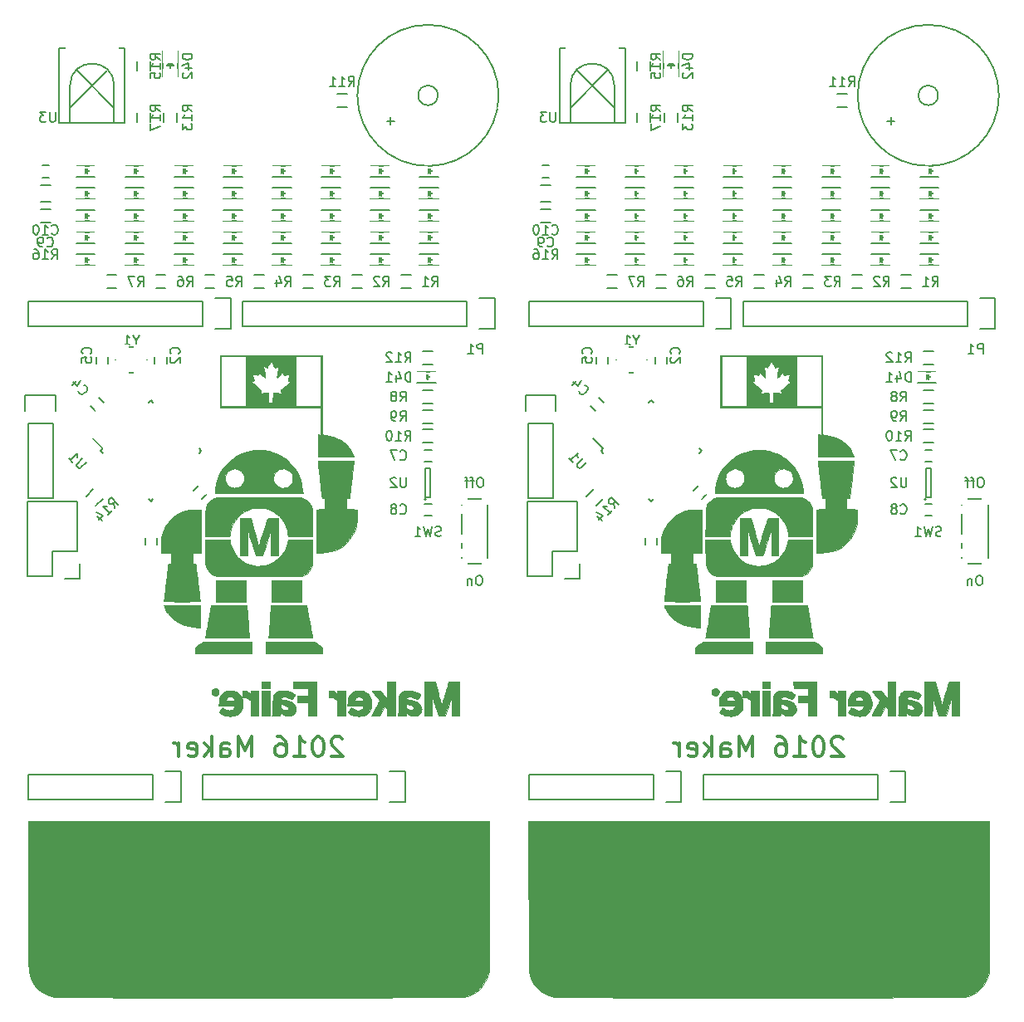
<source format=gbo>
G04 #@! TF.FileFunction,Legend,Bot*
%FSLAX46Y46*%
G04 Gerber Fmt 4.6, Leading zero omitted, Abs format (unit mm)*
G04 Created by KiCad (PCBNEW 4.0.0-rc1-stable) date 9/27/2016 10:31:33 AM*
%MOMM*%
G01*
G04 APERTURE LIST*
%ADD10C,0.100000*%
%ADD11C,0.300000*%
%ADD12C,0.150000*%
%ADD13C,0.010000*%
%ADD14R,2.332000X2.027200*%
%ADD15O,2.332000X2.027200*%
%ADD16R,1.750000X0.800000*%
%ADD17R,2.300000X2.300000*%
%ADD18R,2.000000X2.100000*%
%ADD19C,0.850000*%
%ADD20R,1.200000X0.800000*%
%ADD21R,0.800000X1.200000*%
%ADD22R,1.100000X1.050000*%
%ADD23R,1.300000X1.550000*%
%ADD24C,1.824000*%
%ADD25R,5.380000X2.840000*%
%ADD26C,8.300000*%
%ADD27C,1.000000*%
%ADD28R,2.300000X0.900000*%
%ADD29R,0.900000X1.800000*%
%ADD30C,2.540000*%
%ADD31R,1.700000X1.500000*%
%ADD32R,1.360000X0.950000*%
%ADD33R,2.027200X2.027200*%
%ADD34O,2.027200X2.027200*%
%ADD35R,2.027200X2.332000*%
%ADD36O,2.027200X2.332000*%
%ADD37R,1.498880X1.498880*%
%ADD38R,1.097560X1.097560*%
%ADD39R,1.050000X1.100000*%
%ADD40C,0.800000*%
%ADD41C,2.300000*%
G04 APERTURE END LIST*
D10*
D11*
X138023810Y-128595238D02*
X137928572Y-128500000D01*
X137738095Y-128404762D01*
X137261905Y-128404762D01*
X137071429Y-128500000D01*
X136976191Y-128595238D01*
X136880952Y-128785714D01*
X136880952Y-128976190D01*
X136976191Y-129261905D01*
X138119048Y-130404762D01*
X136880952Y-130404762D01*
X135642857Y-128404762D02*
X135452381Y-128404762D01*
X135261905Y-128500000D01*
X135166667Y-128595238D01*
X135071429Y-128785714D01*
X134976190Y-129166667D01*
X134976190Y-129642857D01*
X135071429Y-130023810D01*
X135166667Y-130214286D01*
X135261905Y-130309524D01*
X135452381Y-130404762D01*
X135642857Y-130404762D01*
X135833333Y-130309524D01*
X135928571Y-130214286D01*
X136023810Y-130023810D01*
X136119048Y-129642857D01*
X136119048Y-129166667D01*
X136023810Y-128785714D01*
X135928571Y-128595238D01*
X135833333Y-128500000D01*
X135642857Y-128404762D01*
X133071428Y-130404762D02*
X134214286Y-130404762D01*
X133642857Y-130404762D02*
X133642857Y-128404762D01*
X133833333Y-128690476D01*
X134023809Y-128880952D01*
X134214286Y-128976190D01*
X131357143Y-128404762D02*
X131738095Y-128404762D01*
X131928571Y-128500000D01*
X132023809Y-128595238D01*
X132214286Y-128880952D01*
X132309524Y-129261905D01*
X132309524Y-130023810D01*
X132214286Y-130214286D01*
X132119047Y-130309524D01*
X131928571Y-130404762D01*
X131547619Y-130404762D01*
X131357143Y-130309524D01*
X131261905Y-130214286D01*
X131166666Y-130023810D01*
X131166666Y-129547619D01*
X131261905Y-129357143D01*
X131357143Y-129261905D01*
X131547619Y-129166667D01*
X131928571Y-129166667D01*
X132119047Y-129261905D01*
X132214286Y-129357143D01*
X132309524Y-129547619D01*
X128785714Y-130404762D02*
X128785714Y-128404762D01*
X128119047Y-129833333D01*
X127452380Y-128404762D01*
X127452380Y-130404762D01*
X125642857Y-130404762D02*
X125642857Y-129357143D01*
X125738095Y-129166667D01*
X125928571Y-129071429D01*
X126309523Y-129071429D01*
X126500000Y-129166667D01*
X125642857Y-130309524D02*
X125833333Y-130404762D01*
X126309523Y-130404762D01*
X126500000Y-130309524D01*
X126595238Y-130119048D01*
X126595238Y-129928571D01*
X126500000Y-129738095D01*
X126309523Y-129642857D01*
X125833333Y-129642857D01*
X125642857Y-129547619D01*
X124690476Y-130404762D02*
X124690476Y-128404762D01*
X124499999Y-129642857D02*
X123928571Y-130404762D01*
X123928571Y-129071429D02*
X124690476Y-129833333D01*
X122309523Y-130309524D02*
X122499999Y-130404762D01*
X122880951Y-130404762D01*
X123071428Y-130309524D01*
X123166666Y-130119048D01*
X123166666Y-129357143D01*
X123071428Y-129166667D01*
X122880951Y-129071429D01*
X122499999Y-129071429D01*
X122309523Y-129166667D01*
X122214285Y-129357143D01*
X122214285Y-129547619D01*
X123166666Y-129738095D01*
X121357142Y-130404762D02*
X121357142Y-129071429D01*
X121357142Y-129452381D02*
X121261903Y-129261905D01*
X121166665Y-129166667D01*
X120976189Y-129071429D01*
X120785713Y-129071429D01*
D12*
X152047619Y-111952381D02*
X151857142Y-111952381D01*
X151761904Y-112000000D01*
X151666666Y-112095238D01*
X151619047Y-112285714D01*
X151619047Y-112619048D01*
X151666666Y-112809524D01*
X151761904Y-112904762D01*
X151857142Y-112952381D01*
X152047619Y-112952381D01*
X152142857Y-112904762D01*
X152238095Y-112809524D01*
X152285714Y-112619048D01*
X152285714Y-112285714D01*
X152238095Y-112095238D01*
X152142857Y-112000000D01*
X152047619Y-111952381D01*
X151190476Y-112285714D02*
X151190476Y-112952381D01*
X151190476Y-112380952D02*
X151142857Y-112333333D01*
X151047619Y-112285714D01*
X150904761Y-112285714D01*
X150809523Y-112333333D01*
X150761904Y-112428571D01*
X150761904Y-112952381D01*
X152166667Y-101952381D02*
X151976190Y-101952381D01*
X151880952Y-102000000D01*
X151785714Y-102095238D01*
X151738095Y-102285714D01*
X151738095Y-102619048D01*
X151785714Y-102809524D01*
X151880952Y-102904762D01*
X151976190Y-102952381D01*
X152166667Y-102952381D01*
X152261905Y-102904762D01*
X152357143Y-102809524D01*
X152404762Y-102619048D01*
X152404762Y-102285714D01*
X152357143Y-102095238D01*
X152261905Y-102000000D01*
X152166667Y-101952381D01*
X151452381Y-102285714D02*
X151071429Y-102285714D01*
X151309524Y-102952381D02*
X151309524Y-102095238D01*
X151261905Y-102000000D01*
X151166667Y-101952381D01*
X151071429Y-101952381D01*
X150880952Y-102285714D02*
X150500000Y-102285714D01*
X150738095Y-102952381D02*
X150738095Y-102095238D01*
X150690476Y-102000000D01*
X150595238Y-101952381D01*
X150500000Y-101952381D01*
X101166667Y-101952381D02*
X100976190Y-101952381D01*
X100880952Y-102000000D01*
X100785714Y-102095238D01*
X100738095Y-102285714D01*
X100738095Y-102619048D01*
X100785714Y-102809524D01*
X100880952Y-102904762D01*
X100976190Y-102952381D01*
X101166667Y-102952381D01*
X101261905Y-102904762D01*
X101357143Y-102809524D01*
X101404762Y-102619048D01*
X101404762Y-102285714D01*
X101357143Y-102095238D01*
X101261905Y-102000000D01*
X101166667Y-101952381D01*
X100452381Y-102285714D02*
X100071429Y-102285714D01*
X100309524Y-102952381D02*
X100309524Y-102095238D01*
X100261905Y-102000000D01*
X100166667Y-101952381D01*
X100071429Y-101952381D01*
X99880952Y-102285714D02*
X99500000Y-102285714D01*
X99738095Y-102952381D02*
X99738095Y-102095238D01*
X99690476Y-102000000D01*
X99595238Y-101952381D01*
X99500000Y-101952381D01*
X101047619Y-111952381D02*
X100857142Y-111952381D01*
X100761904Y-112000000D01*
X100666666Y-112095238D01*
X100619047Y-112285714D01*
X100619047Y-112619048D01*
X100666666Y-112809524D01*
X100761904Y-112904762D01*
X100857142Y-112952381D01*
X101047619Y-112952381D01*
X101142857Y-112904762D01*
X101238095Y-112809524D01*
X101285714Y-112619048D01*
X101285714Y-112285714D01*
X101238095Y-112095238D01*
X101142857Y-112000000D01*
X101047619Y-111952381D01*
X100190476Y-112285714D02*
X100190476Y-112952381D01*
X100190476Y-112380952D02*
X100142857Y-112333333D01*
X100047619Y-112285714D01*
X99904761Y-112285714D01*
X99809523Y-112333333D01*
X99761904Y-112428571D01*
X99761904Y-112952381D01*
D11*
X87023810Y-128595238D02*
X86928572Y-128500000D01*
X86738095Y-128404762D01*
X86261905Y-128404762D01*
X86071429Y-128500000D01*
X85976191Y-128595238D01*
X85880952Y-128785714D01*
X85880952Y-128976190D01*
X85976191Y-129261905D01*
X87119048Y-130404762D01*
X85880952Y-130404762D01*
X84642857Y-128404762D02*
X84452381Y-128404762D01*
X84261905Y-128500000D01*
X84166667Y-128595238D01*
X84071429Y-128785714D01*
X83976190Y-129166667D01*
X83976190Y-129642857D01*
X84071429Y-130023810D01*
X84166667Y-130214286D01*
X84261905Y-130309524D01*
X84452381Y-130404762D01*
X84642857Y-130404762D01*
X84833333Y-130309524D01*
X84928571Y-130214286D01*
X85023810Y-130023810D01*
X85119048Y-129642857D01*
X85119048Y-129166667D01*
X85023810Y-128785714D01*
X84928571Y-128595238D01*
X84833333Y-128500000D01*
X84642857Y-128404762D01*
X82071428Y-130404762D02*
X83214286Y-130404762D01*
X82642857Y-130404762D02*
X82642857Y-128404762D01*
X82833333Y-128690476D01*
X83023809Y-128880952D01*
X83214286Y-128976190D01*
X80357143Y-128404762D02*
X80738095Y-128404762D01*
X80928571Y-128500000D01*
X81023809Y-128595238D01*
X81214286Y-128880952D01*
X81309524Y-129261905D01*
X81309524Y-130023810D01*
X81214286Y-130214286D01*
X81119047Y-130309524D01*
X80928571Y-130404762D01*
X80547619Y-130404762D01*
X80357143Y-130309524D01*
X80261905Y-130214286D01*
X80166666Y-130023810D01*
X80166666Y-129547619D01*
X80261905Y-129357143D01*
X80357143Y-129261905D01*
X80547619Y-129166667D01*
X80928571Y-129166667D01*
X81119047Y-129261905D01*
X81214286Y-129357143D01*
X81309524Y-129547619D01*
X77785714Y-130404762D02*
X77785714Y-128404762D01*
X77119047Y-129833333D01*
X76452380Y-128404762D01*
X76452380Y-130404762D01*
X74642857Y-130404762D02*
X74642857Y-129357143D01*
X74738095Y-129166667D01*
X74928571Y-129071429D01*
X75309523Y-129071429D01*
X75500000Y-129166667D01*
X74642857Y-130309524D02*
X74833333Y-130404762D01*
X75309523Y-130404762D01*
X75500000Y-130309524D01*
X75595238Y-130119048D01*
X75595238Y-129928571D01*
X75500000Y-129738095D01*
X75309523Y-129642857D01*
X74833333Y-129642857D01*
X74642857Y-129547619D01*
X73690476Y-130404762D02*
X73690476Y-128404762D01*
X73499999Y-129642857D02*
X72928571Y-130404762D01*
X72928571Y-129071429D02*
X73690476Y-129833333D01*
X71309523Y-130309524D02*
X71499999Y-130404762D01*
X71880951Y-130404762D01*
X72071428Y-130309524D01*
X72166666Y-130119048D01*
X72166666Y-129357143D01*
X72071428Y-129166667D01*
X71880951Y-129071429D01*
X71499999Y-129071429D01*
X71309523Y-129166667D01*
X71214285Y-129357143D01*
X71214285Y-129547619D01*
X72166666Y-129738095D01*
X70357142Y-130404762D02*
X70357142Y-129071429D01*
X70357142Y-129452381D02*
X70261903Y-129261905D01*
X70166665Y-129166667D01*
X69976189Y-129071429D01*
X69785713Y-129071429D01*
D12*
X105956000Y-96424000D02*
X105956000Y-104044000D01*
X108496000Y-96424000D02*
X108496000Y-104044000D01*
X108776000Y-93604000D02*
X108776000Y-95154000D01*
X105956000Y-104044000D02*
X108496000Y-104044000D01*
X108496000Y-96424000D02*
X105956000Y-96424000D01*
X105676000Y-95154000D02*
X105676000Y-93604000D01*
X105676000Y-93604000D02*
X108776000Y-93604000D01*
D13*
G36*
X130198500Y-119919000D02*
X135977000Y-119919000D01*
X135977000Y-119294919D01*
X135569883Y-118987834D01*
X135162766Y-118680750D01*
X130198500Y-118680750D01*
X130198500Y-119919000D01*
X130198500Y-119919000D01*
G37*
X130198500Y-119919000D02*
X135977000Y-119919000D01*
X135977000Y-119294919D01*
X135569883Y-118987834D01*
X135162766Y-118680750D01*
X130198500Y-118680750D01*
X130198500Y-119919000D01*
G36*
X123430118Y-118987834D02*
X123023000Y-119294919D01*
X123023000Y-119919000D01*
X128801500Y-119919000D01*
X128801500Y-118680750D01*
X123837235Y-118680750D01*
X123430118Y-118987834D01*
X123430118Y-118987834D01*
G37*
X123430118Y-118987834D02*
X123023000Y-119294919D01*
X123023000Y-119919000D01*
X128801500Y-119919000D01*
X128801500Y-118680750D01*
X123837235Y-118680750D01*
X123430118Y-118987834D01*
G36*
X130725120Y-115100678D02*
X130719619Y-115153370D01*
X130710369Y-115262433D01*
X130697892Y-115420881D01*
X130682712Y-115621731D01*
X130665350Y-115857995D01*
X130646328Y-116122690D01*
X130626169Y-116408830D01*
X130611740Y-116617000D01*
X130590976Y-116916098D01*
X130570913Y-117200416D01*
X130552086Y-117462668D01*
X130535034Y-117695569D01*
X130520294Y-117891832D01*
X130508404Y-118044171D01*
X130499901Y-118145302D01*
X130496378Y-118180687D01*
X130478292Y-118331500D01*
X134966582Y-118331500D01*
X134945589Y-118212437D01*
X134935906Y-118157985D01*
X134916208Y-118047619D01*
X134887675Y-117887928D01*
X134851486Y-117685504D01*
X134808819Y-117446938D01*
X134760853Y-117178821D01*
X134708765Y-116887744D01*
X134653736Y-116580297D01*
X134648939Y-116553500D01*
X134373281Y-115013625D01*
X130741225Y-114997231D01*
X130725120Y-115100678D01*
X130725120Y-115100678D01*
G37*
X130725120Y-115100678D02*
X130719619Y-115153370D01*
X130710369Y-115262433D01*
X130697892Y-115420881D01*
X130682712Y-115621731D01*
X130665350Y-115857995D01*
X130646328Y-116122690D01*
X130626169Y-116408830D01*
X130611740Y-116617000D01*
X130590976Y-116916098D01*
X130570913Y-117200416D01*
X130552086Y-117462668D01*
X130535034Y-117695569D01*
X130520294Y-117891832D01*
X130508404Y-118044171D01*
X130499901Y-118145302D01*
X130496378Y-118180687D01*
X130478292Y-118331500D01*
X134966582Y-118331500D01*
X134945589Y-118212437D01*
X134935906Y-118157985D01*
X134916208Y-118047619D01*
X134887675Y-117887928D01*
X134851486Y-117685504D01*
X134808819Y-117446938D01*
X134760853Y-117178821D01*
X134708765Y-116887744D01*
X134653736Y-116580297D01*
X134648939Y-116553500D01*
X134373281Y-115013625D01*
X130741225Y-114997231D01*
X130725120Y-115100678D01*
G36*
X124626720Y-115013625D02*
X124351062Y-116553500D01*
X124295836Y-116862038D01*
X124243452Y-117154771D01*
X124195087Y-117425106D01*
X124151922Y-117666452D01*
X124115133Y-117872219D01*
X124085901Y-118035816D01*
X124065403Y-118150652D01*
X124054818Y-118210135D01*
X124054412Y-118212437D01*
X124033419Y-118331500D01*
X128519641Y-118331500D01*
X128502186Y-118196562D01*
X128496439Y-118137233D01*
X128487008Y-118021678D01*
X128474414Y-117857035D01*
X128459178Y-117650437D01*
X128441820Y-117409022D01*
X128422862Y-117139925D01*
X128402824Y-116850282D01*
X128388012Y-116632875D01*
X128367596Y-116334266D01*
X128347928Y-116052246D01*
X128329519Y-115793753D01*
X128312882Y-115565728D01*
X128298527Y-115375111D01*
X128286966Y-115228841D01*
X128278712Y-115133859D01*
X128275035Y-115100678D01*
X128258776Y-114997231D01*
X124626720Y-115013625D01*
X124626720Y-115013625D01*
G37*
X124626720Y-115013625D02*
X124351062Y-116553500D01*
X124295836Y-116862038D01*
X124243452Y-117154771D01*
X124195087Y-117425106D01*
X124151922Y-117666452D01*
X124115133Y-117872219D01*
X124085901Y-118035816D01*
X124065403Y-118150652D01*
X124054818Y-118210135D01*
X124054412Y-118212437D01*
X124033419Y-118331500D01*
X128519641Y-118331500D01*
X128502186Y-118196562D01*
X128496439Y-118137233D01*
X128487008Y-118021678D01*
X128474414Y-117857035D01*
X128459178Y-117650437D01*
X128441820Y-117409022D01*
X128422862Y-117139925D01*
X128402824Y-116850282D01*
X128388012Y-116632875D01*
X128367596Y-116334266D01*
X128347928Y-116052246D01*
X128329519Y-115793753D01*
X128312882Y-115565728D01*
X128298527Y-115375111D01*
X128286966Y-115228841D01*
X128278712Y-115133859D01*
X128275035Y-115100678D01*
X128258776Y-114997231D01*
X124626720Y-115013625D01*
G36*
X119839438Y-115069187D02*
X119872330Y-115167003D01*
X119929536Y-115300917D01*
X120002250Y-115452848D01*
X120081663Y-115604718D01*
X120158968Y-115738445D01*
X120186403Y-115781414D01*
X120434452Y-116099543D01*
X120732821Y-116385107D01*
X121075606Y-116635060D01*
X121456905Y-116846355D01*
X121870813Y-117015945D01*
X122311429Y-117140783D01*
X122772849Y-117217822D01*
X123007125Y-117237333D01*
X123152832Y-117246318D01*
X123283300Y-117255898D01*
X123379724Y-117264620D01*
X123411938Y-117268604D01*
X123499250Y-117282162D01*
X123499250Y-114997750D01*
X119822195Y-114997750D01*
X119839438Y-115069187D01*
X119839438Y-115069187D01*
G37*
X119839438Y-115069187D02*
X119872330Y-115167003D01*
X119929536Y-115300917D01*
X120002250Y-115452848D01*
X120081663Y-115604718D01*
X120158968Y-115738445D01*
X120186403Y-115781414D01*
X120434452Y-116099543D01*
X120732821Y-116385107D01*
X121075606Y-116635060D01*
X121456905Y-116846355D01*
X121870813Y-117015945D01*
X122311429Y-117140783D01*
X122772849Y-117217822D01*
X123007125Y-117237333D01*
X123152832Y-117246318D01*
X123283300Y-117255898D01*
X123379724Y-117264620D01*
X123411938Y-117268604D01*
X123499250Y-117282162D01*
X123499250Y-114997750D01*
X119822195Y-114997750D01*
X119839438Y-115069187D01*
G36*
X130833500Y-114616750D02*
X133881500Y-114616750D01*
X133881500Y-112426000D01*
X130833500Y-112426000D01*
X130833500Y-114616750D01*
X130833500Y-114616750D01*
G37*
X130833500Y-114616750D02*
X133881500Y-114616750D01*
X133881500Y-112426000D01*
X130833500Y-112426000D01*
X130833500Y-114616750D01*
G36*
X125118500Y-114616750D02*
X128166500Y-114616750D01*
X128166500Y-112426000D01*
X125118500Y-112426000D01*
X125118500Y-114616750D01*
X125118500Y-114616750D01*
G37*
X125118500Y-114616750D02*
X128166500Y-114616750D01*
X128166500Y-112426000D01*
X125118500Y-112426000D01*
X125118500Y-114616750D01*
G36*
X123316688Y-105219021D02*
X122823470Y-105235407D01*
X122379165Y-105285196D01*
X121977317Y-105370706D01*
X121611468Y-105494252D01*
X121275161Y-105658149D01*
X120961941Y-105864716D01*
X120665349Y-106116266D01*
X120578103Y-106201399D01*
X120260220Y-106565569D01*
X119990965Y-106968227D01*
X119773435Y-107403600D01*
X119610726Y-107865913D01*
X119546873Y-108124146D01*
X119526227Y-108257448D01*
X119511632Y-108436622D01*
X119502778Y-108667282D01*
X119499358Y-108955042D01*
X119499302Y-108988294D01*
X119498750Y-109630464D01*
X120030563Y-109639169D01*
X120562375Y-109647875D01*
X120562375Y-110759125D01*
X120413258Y-110768732D01*
X120322721Y-110777069D01*
X120276585Y-110797510D01*
X120255880Y-110846217D01*
X120245545Y-110911607D01*
X120238295Y-110968606D01*
X120224844Y-111079369D01*
X120205990Y-111237068D01*
X120182528Y-111434874D01*
X120155256Y-111665960D01*
X120124969Y-111923495D01*
X120092464Y-112200652D01*
X120058537Y-112490602D01*
X120023985Y-112786516D01*
X119989604Y-113081566D01*
X119956191Y-113368923D01*
X119924542Y-113641758D01*
X119895453Y-113893242D01*
X119869722Y-114116548D01*
X119848144Y-114304846D01*
X119831515Y-114451308D01*
X119820633Y-114549105D01*
X119816294Y-114591409D01*
X119816250Y-114592374D01*
X119847070Y-114596814D01*
X119935808Y-114600992D01*
X120076883Y-114604837D01*
X120264713Y-114608273D01*
X120493717Y-114611226D01*
X120758314Y-114613624D01*
X121052922Y-114615391D01*
X121371960Y-114616454D01*
X121657750Y-114616750D01*
X121993144Y-114616342D01*
X122308845Y-114615167D01*
X122599272Y-114613300D01*
X122858843Y-114610813D01*
X123081978Y-114607782D01*
X123263095Y-114604280D01*
X123396612Y-114600380D01*
X123476948Y-114596157D01*
X123499250Y-114592374D01*
X123495670Y-114556513D01*
X123485461Y-114464417D01*
X123469419Y-114322914D01*
X123448340Y-114138832D01*
X123423021Y-113919000D01*
X123394259Y-113670247D01*
X123362850Y-113399402D01*
X123329590Y-113113293D01*
X123295276Y-112818749D01*
X123260704Y-112522598D01*
X123226670Y-112231669D01*
X123193972Y-111952791D01*
X123163405Y-111692792D01*
X123135766Y-111458501D01*
X123111852Y-111256747D01*
X123092458Y-111094357D01*
X123078382Y-110978162D01*
X123070419Y-110914990D01*
X123069956Y-110911607D01*
X123055883Y-110830827D01*
X123030713Y-110790523D01*
X122975475Y-110774532D01*
X122902243Y-110768732D01*
X122753125Y-110759125D01*
X122753125Y-109647875D01*
X123189688Y-109639041D01*
X123626250Y-109630208D01*
X123626250Y-105218750D01*
X123316688Y-105219021D01*
X123316688Y-105219021D01*
G37*
X123316688Y-105219021D02*
X122823470Y-105235407D01*
X122379165Y-105285196D01*
X121977317Y-105370706D01*
X121611468Y-105494252D01*
X121275161Y-105658149D01*
X120961941Y-105864716D01*
X120665349Y-106116266D01*
X120578103Y-106201399D01*
X120260220Y-106565569D01*
X119990965Y-106968227D01*
X119773435Y-107403600D01*
X119610726Y-107865913D01*
X119546873Y-108124146D01*
X119526227Y-108257448D01*
X119511632Y-108436622D01*
X119502778Y-108667282D01*
X119499358Y-108955042D01*
X119499302Y-108988294D01*
X119498750Y-109630464D01*
X120030563Y-109639169D01*
X120562375Y-109647875D01*
X120562375Y-110759125D01*
X120413258Y-110768732D01*
X120322721Y-110777069D01*
X120276585Y-110797510D01*
X120255880Y-110846217D01*
X120245545Y-110911607D01*
X120238295Y-110968606D01*
X120224844Y-111079369D01*
X120205990Y-111237068D01*
X120182528Y-111434874D01*
X120155256Y-111665960D01*
X120124969Y-111923495D01*
X120092464Y-112200652D01*
X120058537Y-112490602D01*
X120023985Y-112786516D01*
X119989604Y-113081566D01*
X119956191Y-113368923D01*
X119924542Y-113641758D01*
X119895453Y-113893242D01*
X119869722Y-114116548D01*
X119848144Y-114304846D01*
X119831515Y-114451308D01*
X119820633Y-114549105D01*
X119816294Y-114591409D01*
X119816250Y-114592374D01*
X119847070Y-114596814D01*
X119935808Y-114600992D01*
X120076883Y-114604837D01*
X120264713Y-114608273D01*
X120493717Y-114611226D01*
X120758314Y-114613624D01*
X121052922Y-114615391D01*
X121371960Y-114616454D01*
X121657750Y-114616750D01*
X121993144Y-114616342D01*
X122308845Y-114615167D01*
X122599272Y-114613300D01*
X122858843Y-114610813D01*
X123081978Y-114607782D01*
X123263095Y-114604280D01*
X123396612Y-114600380D01*
X123476948Y-114596157D01*
X123499250Y-114592374D01*
X123495670Y-114556513D01*
X123485461Y-114464417D01*
X123469419Y-114322914D01*
X123448340Y-114138832D01*
X123423021Y-113919000D01*
X123394259Y-113670247D01*
X123362850Y-113399402D01*
X123329590Y-113113293D01*
X123295276Y-112818749D01*
X123260704Y-112522598D01*
X123226670Y-112231669D01*
X123193972Y-111952791D01*
X123163405Y-111692792D01*
X123135766Y-111458501D01*
X123111852Y-111256747D01*
X123092458Y-111094357D01*
X123078382Y-110978162D01*
X123070419Y-110914990D01*
X123069956Y-110911607D01*
X123055883Y-110830827D01*
X123030713Y-110790523D01*
X122975475Y-110774532D01*
X122902243Y-110768732D01*
X122753125Y-110759125D01*
X122753125Y-109647875D01*
X123189688Y-109639041D01*
X123626250Y-109630208D01*
X123626250Y-105218750D01*
X123316688Y-105219021D01*
G36*
X132409435Y-108611845D02*
X132297086Y-109010278D01*
X132126606Y-109392019D01*
X131902715Y-109749446D01*
X131630131Y-110074937D01*
X131339226Y-110340574D01*
X130986035Y-110583657D01*
X130607211Y-110770804D01*
X130208940Y-110900911D01*
X129797410Y-110972873D01*
X129378807Y-110985588D01*
X128959320Y-110937951D01*
X128565099Y-110835613D01*
X128267845Y-110720269D01*
X127998509Y-110578956D01*
X127732882Y-110398374D01*
X127644158Y-110329682D01*
X127351130Y-110060416D01*
X127093822Y-109750386D01*
X126878578Y-109410132D01*
X126711738Y-109050193D01*
X126599644Y-108681108D01*
X126574621Y-108552335D01*
X126537945Y-108330250D01*
X124039000Y-108330250D01*
X124039000Y-109516541D01*
X124039879Y-109807103D01*
X124042392Y-110078553D01*
X124046356Y-110323234D01*
X124051590Y-110533488D01*
X124057909Y-110701658D01*
X124065132Y-110820087D01*
X124071408Y-110873716D01*
X124144965Y-111121665D01*
X124265117Y-111361143D01*
X124421843Y-111577806D01*
X124605122Y-111757311D01*
X124763346Y-111864097D01*
X124809037Y-111889379D01*
X124850730Y-111912194D01*
X124891745Y-111932667D01*
X124935400Y-111950923D01*
X124985012Y-111967086D01*
X125043899Y-111981282D01*
X125115381Y-111993635D01*
X125202774Y-112004270D01*
X125309397Y-112013312D01*
X125438568Y-112020886D01*
X125593606Y-112027117D01*
X125777827Y-112032130D01*
X125994551Y-112036049D01*
X126247096Y-112038999D01*
X126538779Y-112041106D01*
X126872919Y-112042494D01*
X127252834Y-112043288D01*
X127681842Y-112043613D01*
X128163260Y-112043594D01*
X128700408Y-112043356D01*
X129296603Y-112043023D01*
X129514609Y-112042910D01*
X130130790Y-112042524D01*
X130686615Y-112041985D01*
X131185229Y-112041257D01*
X131629774Y-112040307D01*
X132023395Y-112039100D01*
X132369235Y-112037601D01*
X132670439Y-112035776D01*
X132930150Y-112033590D01*
X133151513Y-112031010D01*
X133337671Y-112028000D01*
X133491768Y-112024527D01*
X133616948Y-112020555D01*
X133716356Y-112016051D01*
X133793133Y-112010980D01*
X133850426Y-112005307D01*
X133891378Y-111998998D01*
X133909928Y-111994755D01*
X134175167Y-111891588D01*
X134412615Y-111736017D01*
X134615417Y-111535585D01*
X134776719Y-111297836D01*
X134889663Y-111030317D01*
X134928593Y-110873716D01*
X134936404Y-110800380D01*
X134943458Y-110671203D01*
X134949571Y-110493844D01*
X134954561Y-110275960D01*
X134958245Y-110025208D01*
X134960440Y-109749246D01*
X134961000Y-109516541D01*
X134961000Y-108330250D01*
X132466356Y-108330250D01*
X132409435Y-108611845D01*
X132409435Y-108611845D01*
G37*
X132409435Y-108611845D02*
X132297086Y-109010278D01*
X132126606Y-109392019D01*
X131902715Y-109749446D01*
X131630131Y-110074937D01*
X131339226Y-110340574D01*
X130986035Y-110583657D01*
X130607211Y-110770804D01*
X130208940Y-110900911D01*
X129797410Y-110972873D01*
X129378807Y-110985588D01*
X128959320Y-110937951D01*
X128565099Y-110835613D01*
X128267845Y-110720269D01*
X127998509Y-110578956D01*
X127732882Y-110398374D01*
X127644158Y-110329682D01*
X127351130Y-110060416D01*
X127093822Y-109750386D01*
X126878578Y-109410132D01*
X126711738Y-109050193D01*
X126599644Y-108681108D01*
X126574621Y-108552335D01*
X126537945Y-108330250D01*
X124039000Y-108330250D01*
X124039000Y-109516541D01*
X124039879Y-109807103D01*
X124042392Y-110078553D01*
X124046356Y-110323234D01*
X124051590Y-110533488D01*
X124057909Y-110701658D01*
X124065132Y-110820087D01*
X124071408Y-110873716D01*
X124144965Y-111121665D01*
X124265117Y-111361143D01*
X124421843Y-111577806D01*
X124605122Y-111757311D01*
X124763346Y-111864097D01*
X124809037Y-111889379D01*
X124850730Y-111912194D01*
X124891745Y-111932667D01*
X124935400Y-111950923D01*
X124985012Y-111967086D01*
X125043899Y-111981282D01*
X125115381Y-111993635D01*
X125202774Y-112004270D01*
X125309397Y-112013312D01*
X125438568Y-112020886D01*
X125593606Y-112027117D01*
X125777827Y-112032130D01*
X125994551Y-112036049D01*
X126247096Y-112038999D01*
X126538779Y-112041106D01*
X126872919Y-112042494D01*
X127252834Y-112043288D01*
X127681842Y-112043613D01*
X128163260Y-112043594D01*
X128700408Y-112043356D01*
X129296603Y-112043023D01*
X129514609Y-112042910D01*
X130130790Y-112042524D01*
X130686615Y-112041985D01*
X131185229Y-112041257D01*
X131629774Y-112040307D01*
X132023395Y-112039100D01*
X132369235Y-112037601D01*
X132670439Y-112035776D01*
X132930150Y-112033590D01*
X133151513Y-112031010D01*
X133337671Y-112028000D01*
X133491768Y-112024527D01*
X133616948Y-112020555D01*
X133716356Y-112016051D01*
X133793133Y-112010980D01*
X133850426Y-112005307D01*
X133891378Y-111998998D01*
X133909928Y-111994755D01*
X134175167Y-111891588D01*
X134412615Y-111736017D01*
X134615417Y-111535585D01*
X134776719Y-111297836D01*
X134889663Y-111030317D01*
X134928593Y-110873716D01*
X134936404Y-110800380D01*
X134943458Y-110671203D01*
X134949571Y-110493844D01*
X134954561Y-110275960D01*
X134958245Y-110025208D01*
X134960440Y-109749246D01*
X134961000Y-109516541D01*
X134961000Y-108330250D01*
X132466356Y-108330250D01*
X132409435Y-108611845D01*
G36*
X130719873Y-106140151D02*
X130567165Y-106141958D01*
X130449187Y-106144695D01*
X130376249Y-106148139D01*
X130357250Y-106151216D01*
X130348152Y-106189133D01*
X130322393Y-106279741D01*
X130282281Y-106415590D01*
X130230121Y-106589231D01*
X130168220Y-106793216D01*
X130098884Y-107020096D01*
X130024418Y-107262422D01*
X129947130Y-107512746D01*
X129869325Y-107763618D01*
X129793310Y-108007591D01*
X129721390Y-108237215D01*
X129655872Y-108445041D01*
X129599061Y-108623621D01*
X129553265Y-108765507D01*
X129520790Y-108863249D01*
X129503941Y-108909398D01*
X129502517Y-108911933D01*
X129467977Y-108912271D01*
X129444065Y-108881346D01*
X129429362Y-108839151D01*
X129399483Y-108742346D01*
X129356334Y-108597481D01*
X129301823Y-108411104D01*
X129237857Y-108189766D01*
X129166342Y-107940013D01*
X129089187Y-107668397D01*
X129036311Y-107481082D01*
X128658625Y-106139790D01*
X128110938Y-106139645D01*
X127563250Y-106139500D01*
X127563250Y-109886000D01*
X128325250Y-109886000D01*
X128325250Y-108617873D01*
X128326053Y-108265930D01*
X128328430Y-107967068D01*
X128332334Y-107723184D01*
X128337718Y-107536175D01*
X128344535Y-107407935D01*
X128352738Y-107340361D01*
X128357225Y-107329986D01*
X128372829Y-107321820D01*
X128385574Y-107326232D01*
X128398846Y-107352906D01*
X128416032Y-107411529D01*
X128440518Y-107511786D01*
X128475691Y-107663364D01*
X128479386Y-107679375D01*
X128505999Y-107782231D01*
X128549414Y-107935098D01*
X128606520Y-108127688D01*
X128674207Y-108349714D01*
X128749365Y-108590890D01*
X128828883Y-108840928D01*
X128855979Y-108924956D01*
X129166625Y-109884787D01*
X129521195Y-109885393D01*
X129875764Y-109886000D01*
X129971576Y-109592312D01*
X130094397Y-109215115D01*
X130198857Y-108892573D01*
X130286695Y-108619104D01*
X130359645Y-108389126D01*
X130419445Y-108197057D01*
X130467831Y-108037316D01*
X130506538Y-107904321D01*
X130537303Y-107792490D01*
X130561862Y-107696241D01*
X130563644Y-107688909D01*
X130601564Y-107537475D01*
X130633648Y-107423470D01*
X130660373Y-107349420D01*
X130682213Y-107317852D01*
X130699643Y-107331292D01*
X130713137Y-107392268D01*
X130723171Y-107503305D01*
X130730219Y-107666930D01*
X130734757Y-107885670D01*
X130737260Y-108162052D01*
X130738201Y-108498601D01*
X130738250Y-108617873D01*
X130738250Y-109886000D01*
X131436750Y-109886000D01*
X131436750Y-106139500D01*
X130897000Y-106139500D01*
X130719873Y-106140151D01*
X130719873Y-106140151D01*
G37*
X130719873Y-106140151D02*
X130567165Y-106141958D01*
X130449187Y-106144695D01*
X130376249Y-106148139D01*
X130357250Y-106151216D01*
X130348152Y-106189133D01*
X130322393Y-106279741D01*
X130282281Y-106415590D01*
X130230121Y-106589231D01*
X130168220Y-106793216D01*
X130098884Y-107020096D01*
X130024418Y-107262422D01*
X129947130Y-107512746D01*
X129869325Y-107763618D01*
X129793310Y-108007591D01*
X129721390Y-108237215D01*
X129655872Y-108445041D01*
X129599061Y-108623621D01*
X129553265Y-108765507D01*
X129520790Y-108863249D01*
X129503941Y-108909398D01*
X129502517Y-108911933D01*
X129467977Y-108912271D01*
X129444065Y-108881346D01*
X129429362Y-108839151D01*
X129399483Y-108742346D01*
X129356334Y-108597481D01*
X129301823Y-108411104D01*
X129237857Y-108189766D01*
X129166342Y-107940013D01*
X129089187Y-107668397D01*
X129036311Y-107481082D01*
X128658625Y-106139790D01*
X128110938Y-106139645D01*
X127563250Y-106139500D01*
X127563250Y-109886000D01*
X128325250Y-109886000D01*
X128325250Y-108617873D01*
X128326053Y-108265930D01*
X128328430Y-107967068D01*
X128332334Y-107723184D01*
X128337718Y-107536175D01*
X128344535Y-107407935D01*
X128352738Y-107340361D01*
X128357225Y-107329986D01*
X128372829Y-107321820D01*
X128385574Y-107326232D01*
X128398846Y-107352906D01*
X128416032Y-107411529D01*
X128440518Y-107511786D01*
X128475691Y-107663364D01*
X128479386Y-107679375D01*
X128505999Y-107782231D01*
X128549414Y-107935098D01*
X128606520Y-108127688D01*
X128674207Y-108349714D01*
X128749365Y-108590890D01*
X128828883Y-108840928D01*
X128855979Y-108924956D01*
X129166625Y-109884787D01*
X129521195Y-109885393D01*
X129875764Y-109886000D01*
X129971576Y-109592312D01*
X130094397Y-109215115D01*
X130198857Y-108892573D01*
X130286695Y-108619104D01*
X130359645Y-108389126D01*
X130419445Y-108197057D01*
X130467831Y-108037316D01*
X130506538Y-107904321D01*
X130537303Y-107792490D01*
X130561862Y-107696241D01*
X130563644Y-107688909D01*
X130601564Y-107537475D01*
X130633648Y-107423470D01*
X130660373Y-107349420D01*
X130682213Y-107317852D01*
X130699643Y-107331292D01*
X130713137Y-107392268D01*
X130723171Y-107503305D01*
X130730219Y-107666930D01*
X130734757Y-107885670D01*
X130737260Y-108162052D01*
X130738201Y-108498601D01*
X130738250Y-108617873D01*
X130738250Y-109886000D01*
X131436750Y-109886000D01*
X131436750Y-106139500D01*
X130897000Y-106139500D01*
X130719873Y-106140151D01*
G36*
X136942240Y-100234249D02*
X136599656Y-100235060D01*
X136312317Y-100236521D01*
X136076097Y-100238724D01*
X135886869Y-100241759D01*
X135740507Y-100245716D01*
X135632884Y-100250687D01*
X135559873Y-100256761D01*
X135517348Y-100264030D01*
X135501183Y-100272583D01*
X135500750Y-100274454D01*
X135504341Y-100314343D01*
X135514579Y-100410407D01*
X135530665Y-100555758D01*
X135551799Y-100743510D01*
X135577180Y-100966776D01*
X135606009Y-101218668D01*
X135637484Y-101492300D01*
X135670808Y-101780786D01*
X135705178Y-102077236D01*
X135739795Y-102374766D01*
X135773859Y-102666488D01*
X135806571Y-102945514D01*
X135837129Y-103204958D01*
X135864734Y-103437934D01*
X135888585Y-103637553D01*
X135907883Y-103796928D01*
X135921828Y-103909174D01*
X135929618Y-103967403D01*
X135930175Y-103970868D01*
X135945640Y-104032836D01*
X135976870Y-104064295D01*
X136042796Y-104077840D01*
X136097184Y-104081993D01*
X136246875Y-104091625D01*
X136246875Y-105202875D01*
X135810313Y-105211708D01*
X135373750Y-105220541D01*
X135373750Y-109632000D01*
X135746813Y-109627572D01*
X135930687Y-109623385D01*
X136125494Y-109615672D01*
X136303061Y-109605690D01*
X136394892Y-109598669D01*
X136845325Y-109527880D01*
X137272643Y-109398944D01*
X137673931Y-109213912D01*
X138046274Y-108974839D01*
X138386757Y-108683777D01*
X138692467Y-108342780D01*
X138960489Y-107953901D01*
X139107352Y-107687878D01*
X139232920Y-107422547D01*
X139330359Y-107174285D01*
X139402668Y-106928993D01*
X139452844Y-106672573D01*
X139483886Y-106390925D01*
X139498793Y-106069953D01*
X139501250Y-105835831D01*
X139501250Y-105220249D01*
X138953563Y-105211562D01*
X138405875Y-105202875D01*
X138405875Y-104091625D01*
X138572563Y-104082028D01*
X138665697Y-104074085D01*
X138726198Y-104063973D01*
X138739250Y-104057411D01*
X138742819Y-104022486D01*
X138752998Y-103931301D01*
X138768992Y-103790665D01*
X138790011Y-103607384D01*
X138815260Y-103388266D01*
X138843948Y-103140119D01*
X138875281Y-102869750D01*
X138908467Y-102583967D01*
X138942713Y-102289578D01*
X138977226Y-101993389D01*
X139011214Y-101702209D01*
X139043884Y-101422845D01*
X139074443Y-101162105D01*
X139102098Y-100926796D01*
X139126057Y-100723725D01*
X139145526Y-100559701D01*
X139159714Y-100441531D01*
X139167827Y-100376022D01*
X139168776Y-100368937D01*
X139187641Y-100234000D01*
X137344196Y-100234000D01*
X136942240Y-100234249D01*
X136942240Y-100234249D01*
G37*
X136942240Y-100234249D02*
X136599656Y-100235060D01*
X136312317Y-100236521D01*
X136076097Y-100238724D01*
X135886869Y-100241759D01*
X135740507Y-100245716D01*
X135632884Y-100250687D01*
X135559873Y-100256761D01*
X135517348Y-100264030D01*
X135501183Y-100272583D01*
X135500750Y-100274454D01*
X135504341Y-100314343D01*
X135514579Y-100410407D01*
X135530665Y-100555758D01*
X135551799Y-100743510D01*
X135577180Y-100966776D01*
X135606009Y-101218668D01*
X135637484Y-101492300D01*
X135670808Y-101780786D01*
X135705178Y-102077236D01*
X135739795Y-102374766D01*
X135773859Y-102666488D01*
X135806571Y-102945514D01*
X135837129Y-103204958D01*
X135864734Y-103437934D01*
X135888585Y-103637553D01*
X135907883Y-103796928D01*
X135921828Y-103909174D01*
X135929618Y-103967403D01*
X135930175Y-103970868D01*
X135945640Y-104032836D01*
X135976870Y-104064295D01*
X136042796Y-104077840D01*
X136097184Y-104081993D01*
X136246875Y-104091625D01*
X136246875Y-105202875D01*
X135810313Y-105211708D01*
X135373750Y-105220541D01*
X135373750Y-109632000D01*
X135746813Y-109627572D01*
X135930687Y-109623385D01*
X136125494Y-109615672D01*
X136303061Y-109605690D01*
X136394892Y-109598669D01*
X136845325Y-109527880D01*
X137272643Y-109398944D01*
X137673931Y-109213912D01*
X138046274Y-108974839D01*
X138386757Y-108683777D01*
X138692467Y-108342780D01*
X138960489Y-107953901D01*
X139107352Y-107687878D01*
X139232920Y-107422547D01*
X139330359Y-107174285D01*
X139402668Y-106928993D01*
X139452844Y-106672573D01*
X139483886Y-106390925D01*
X139498793Y-106069953D01*
X139501250Y-105835831D01*
X139501250Y-105220249D01*
X138953563Y-105211562D01*
X138405875Y-105202875D01*
X138405875Y-104091625D01*
X138572563Y-104082028D01*
X138665697Y-104074085D01*
X138726198Y-104063973D01*
X138739250Y-104057411D01*
X138742819Y-104022486D01*
X138752998Y-103931301D01*
X138768992Y-103790665D01*
X138790011Y-103607384D01*
X138815260Y-103388266D01*
X138843948Y-103140119D01*
X138875281Y-102869750D01*
X138908467Y-102583967D01*
X138942713Y-102289578D01*
X138977226Y-101993389D01*
X139011214Y-101702209D01*
X139043884Y-101422845D01*
X139074443Y-101162105D01*
X139102098Y-100926796D01*
X139126057Y-100723725D01*
X139145526Y-100559701D01*
X139159714Y-100441531D01*
X139167827Y-100376022D01*
X139168776Y-100368937D01*
X139187641Y-100234000D01*
X137344196Y-100234000D01*
X136942240Y-100234249D01*
G36*
X128879613Y-103980104D02*
X128429011Y-103980750D01*
X127989377Y-103981746D01*
X127565363Y-103983089D01*
X127161625Y-103984781D01*
X126782815Y-103986822D01*
X126433589Y-103989210D01*
X126118600Y-103991948D01*
X125842503Y-103995033D01*
X125609952Y-103998467D01*
X125425600Y-104002250D01*
X125294102Y-104006381D01*
X125220112Y-104010860D01*
X125210147Y-104012211D01*
X124942109Y-104092133D01*
X124691696Y-104224905D01*
X124470616Y-104401874D01*
X124290575Y-104614383D01*
X124208415Y-104752781D01*
X124169490Y-104834092D01*
X124137017Y-104915212D01*
X124110418Y-105002617D01*
X124089114Y-105102782D01*
X124072524Y-105222183D01*
X124060069Y-105367297D01*
X124051169Y-105544599D01*
X124045246Y-105760564D01*
X124041718Y-106021669D01*
X124040008Y-106334389D01*
X124039552Y-106639562D01*
X124039000Y-107949250D01*
X126511610Y-107949250D01*
X126530572Y-107798437D01*
X126568706Y-107530588D01*
X126611835Y-107308386D01*
X126664942Y-107113979D01*
X126733008Y-106929514D01*
X126821012Y-106737138D01*
X126833986Y-106711000D01*
X127053725Y-106340617D01*
X127322600Y-106006011D01*
X127634619Y-105713008D01*
X127983791Y-105467436D01*
X128266719Y-105317762D01*
X128451528Y-105235687D01*
X128609978Y-105174376D01*
X128757222Y-105130909D01*
X128908411Y-105102368D01*
X129078698Y-105085832D01*
X129283233Y-105078381D01*
X129515875Y-105077042D01*
X129721404Y-105077871D01*
X129876901Y-105080454D01*
X129995836Y-105086372D01*
X130091677Y-105097209D01*
X130177894Y-105114548D01*
X130267954Y-105139972D01*
X130375327Y-105175064D01*
X130389000Y-105179659D01*
X130759089Y-105328682D01*
X131090807Y-105516892D01*
X131400879Y-105754407D01*
X131522706Y-105865592D01*
X131828128Y-106195583D01*
X132073636Y-106545627D01*
X132259004Y-106915274D01*
X132384003Y-107304075D01*
X132446250Y-107686580D01*
X132468625Y-107933375D01*
X133714813Y-107941681D01*
X134961000Y-107949987D01*
X134960531Y-106624056D01*
X134960004Y-106267106D01*
X134958299Y-105967121D01*
X134954819Y-105717569D01*
X134948970Y-105511915D01*
X134940155Y-105343629D01*
X134927777Y-105206177D01*
X134911240Y-105093026D01*
X134889949Y-104997645D01*
X134863307Y-104913500D01*
X134830718Y-104834058D01*
X134791585Y-104752788D01*
X134789364Y-104748397D01*
X134640892Y-104522421D01*
X134444241Y-104325487D01*
X134211436Y-104166453D01*
X133954507Y-104054179D01*
X133789854Y-104012211D01*
X133733245Y-104007632D01*
X133617790Y-104003401D01*
X133448144Y-103999518D01*
X133228962Y-103995984D01*
X132964897Y-103992798D01*
X132660604Y-103989961D01*
X132320736Y-103987472D01*
X131949948Y-103985332D01*
X131552894Y-103983540D01*
X131134228Y-103982096D01*
X130698605Y-103981001D01*
X130250677Y-103980254D01*
X129795100Y-103979855D01*
X129336527Y-103979805D01*
X128879613Y-103980104D01*
X128879613Y-103980104D01*
G37*
X128879613Y-103980104D02*
X128429011Y-103980750D01*
X127989377Y-103981746D01*
X127565363Y-103983089D01*
X127161625Y-103984781D01*
X126782815Y-103986822D01*
X126433589Y-103989210D01*
X126118600Y-103991948D01*
X125842503Y-103995033D01*
X125609952Y-103998467D01*
X125425600Y-104002250D01*
X125294102Y-104006381D01*
X125220112Y-104010860D01*
X125210147Y-104012211D01*
X124942109Y-104092133D01*
X124691696Y-104224905D01*
X124470616Y-104401874D01*
X124290575Y-104614383D01*
X124208415Y-104752781D01*
X124169490Y-104834092D01*
X124137017Y-104915212D01*
X124110418Y-105002617D01*
X124089114Y-105102782D01*
X124072524Y-105222183D01*
X124060069Y-105367297D01*
X124051169Y-105544599D01*
X124045246Y-105760564D01*
X124041718Y-106021669D01*
X124040008Y-106334389D01*
X124039552Y-106639562D01*
X124039000Y-107949250D01*
X126511610Y-107949250D01*
X126530572Y-107798437D01*
X126568706Y-107530588D01*
X126611835Y-107308386D01*
X126664942Y-107113979D01*
X126733008Y-106929514D01*
X126821012Y-106737138D01*
X126833986Y-106711000D01*
X127053725Y-106340617D01*
X127322600Y-106006011D01*
X127634619Y-105713008D01*
X127983791Y-105467436D01*
X128266719Y-105317762D01*
X128451528Y-105235687D01*
X128609978Y-105174376D01*
X128757222Y-105130909D01*
X128908411Y-105102368D01*
X129078698Y-105085832D01*
X129283233Y-105078381D01*
X129515875Y-105077042D01*
X129721404Y-105077871D01*
X129876901Y-105080454D01*
X129995836Y-105086372D01*
X130091677Y-105097209D01*
X130177894Y-105114548D01*
X130267954Y-105139972D01*
X130375327Y-105175064D01*
X130389000Y-105179659D01*
X130759089Y-105328682D01*
X131090807Y-105516892D01*
X131400879Y-105754407D01*
X131522706Y-105865592D01*
X131828128Y-106195583D01*
X132073636Y-106545627D01*
X132259004Y-106915274D01*
X132384003Y-107304075D01*
X132446250Y-107686580D01*
X132468625Y-107933375D01*
X133714813Y-107941681D01*
X134961000Y-107949987D01*
X134960531Y-106624056D01*
X134960004Y-106267106D01*
X134958299Y-105967121D01*
X134954819Y-105717569D01*
X134948970Y-105511915D01*
X134940155Y-105343629D01*
X134927777Y-105206177D01*
X134911240Y-105093026D01*
X134889949Y-104997645D01*
X134863307Y-104913500D01*
X134830718Y-104834058D01*
X134791585Y-104752788D01*
X134789364Y-104748397D01*
X134640892Y-104522421D01*
X134444241Y-104325487D01*
X134211436Y-104166453D01*
X133954507Y-104054179D01*
X133789854Y-104012211D01*
X133733245Y-104007632D01*
X133617790Y-104003401D01*
X133448144Y-103999518D01*
X133228962Y-103995984D01*
X132964897Y-103992798D01*
X132660604Y-103989961D01*
X132320736Y-103987472D01*
X131949948Y-103985332D01*
X131552894Y-103983540D01*
X131134228Y-103982096D01*
X130698605Y-103981001D01*
X130250677Y-103980254D01*
X129795100Y-103979855D01*
X129336527Y-103979805D01*
X128879613Y-103980104D01*
G36*
X129362728Y-99125196D02*
X129249264Y-99130471D01*
X129168753Y-99139147D01*
X129137772Y-99149813D01*
X129099732Y-99166532D01*
X129016952Y-99183472D01*
X128917652Y-99195869D01*
X128646002Y-99237223D01*
X128342001Y-99310596D01*
X128024023Y-99409809D01*
X127710446Y-99528687D01*
X127419644Y-99661049D01*
X127232865Y-99762305D01*
X126786867Y-100061185D01*
X126385941Y-100403413D01*
X126032231Y-100785546D01*
X125727881Y-101204140D01*
X125475035Y-101655751D01*
X125275836Y-102136938D01*
X125132430Y-102644256D01*
X125046959Y-103174262D01*
X125036429Y-103289937D01*
X125014518Y-103567750D01*
X133985483Y-103567750D01*
X133963572Y-103289937D01*
X133890739Y-102755537D01*
X133759512Y-102243090D01*
X133674470Y-102022156D01*
X132944033Y-102022156D01*
X132932065Y-102220705D01*
X132889211Y-102395505D01*
X132876454Y-102426363D01*
X132745951Y-102643737D01*
X132575625Y-102815694D01*
X132373452Y-102938584D01*
X132147408Y-103008758D01*
X131905469Y-103022567D01*
X131666837Y-102979760D01*
X131459107Y-102886279D01*
X131275900Y-102741171D01*
X131129701Y-102555161D01*
X131090987Y-102485196D01*
X131037021Y-102367077D01*
X131006976Y-102265791D01*
X130994300Y-102152055D01*
X130992250Y-102043750D01*
X128007750Y-102043750D01*
X128003618Y-102185502D01*
X127986898Y-102293213D01*
X127951109Y-102396046D01*
X127910103Y-102483017D01*
X127772698Y-102689878D01*
X127591549Y-102853298D01*
X127373736Y-102966964D01*
X127362621Y-102971010D01*
X127179170Y-103012501D01*
X126976522Y-103019496D01*
X126779742Y-102993158D01*
X126617257Y-102936394D01*
X126405043Y-102794542D01*
X126234126Y-102611022D01*
X126143801Y-102461780D01*
X126077103Y-102264467D01*
X126052776Y-102046384D01*
X126071372Y-101830563D01*
X126124552Y-101658863D01*
X126250922Y-101449175D01*
X126415641Y-101282497D01*
X126609451Y-101160971D01*
X126823093Y-101086737D01*
X127047309Y-101061938D01*
X127272842Y-101088713D01*
X127490433Y-101169206D01*
X127682662Y-101298495D01*
X127769531Y-101390796D01*
X127857361Y-101512607D01*
X127910331Y-101604937D01*
X127963673Y-101722048D01*
X127993341Y-101823299D01*
X128005801Y-101937829D01*
X128007750Y-102043750D01*
X130992250Y-102043750D01*
X130996390Y-101901940D01*
X131013122Y-101794195D01*
X131048914Y-101691378D01*
X131089670Y-101604937D01*
X131222337Y-101402394D01*
X131388423Y-101247165D01*
X131579290Y-101138988D01*
X131786299Y-101077604D01*
X132000813Y-101062752D01*
X132214192Y-101094170D01*
X132417798Y-101171597D01*
X132602992Y-101294774D01*
X132761136Y-101463438D01*
X132875449Y-101658863D01*
X132925149Y-101826121D01*
X132944033Y-102022156D01*
X133674470Y-102022156D01*
X133572036Y-101756040D01*
X133330455Y-101297830D01*
X133036913Y-100871903D01*
X132693553Y-100481703D01*
X132302520Y-100130673D01*
X131865957Y-99822256D01*
X131767136Y-99762305D01*
X131504456Y-99624013D01*
X131205630Y-99494712D01*
X130889034Y-99380578D01*
X130573042Y-99287791D01*
X130276031Y-99222527D01*
X130082349Y-99195869D01*
X129974916Y-99182150D01*
X129895145Y-99165080D01*
X129862229Y-99149813D01*
X129824905Y-99138090D01*
X129740233Y-99129767D01*
X129624273Y-99124843D01*
X129493084Y-99123319D01*
X129362728Y-99125196D01*
X129362728Y-99125196D01*
G37*
X129362728Y-99125196D02*
X129249264Y-99130471D01*
X129168753Y-99139147D01*
X129137772Y-99149813D01*
X129099732Y-99166532D01*
X129016952Y-99183472D01*
X128917652Y-99195869D01*
X128646002Y-99237223D01*
X128342001Y-99310596D01*
X128024023Y-99409809D01*
X127710446Y-99528687D01*
X127419644Y-99661049D01*
X127232865Y-99762305D01*
X126786867Y-100061185D01*
X126385941Y-100403413D01*
X126032231Y-100785546D01*
X125727881Y-101204140D01*
X125475035Y-101655751D01*
X125275836Y-102136938D01*
X125132430Y-102644256D01*
X125046959Y-103174262D01*
X125036429Y-103289937D01*
X125014518Y-103567750D01*
X133985483Y-103567750D01*
X133963572Y-103289937D01*
X133890739Y-102755537D01*
X133759512Y-102243090D01*
X133674470Y-102022156D01*
X132944033Y-102022156D01*
X132932065Y-102220705D01*
X132889211Y-102395505D01*
X132876454Y-102426363D01*
X132745951Y-102643737D01*
X132575625Y-102815694D01*
X132373452Y-102938584D01*
X132147408Y-103008758D01*
X131905469Y-103022567D01*
X131666837Y-102979760D01*
X131459107Y-102886279D01*
X131275900Y-102741171D01*
X131129701Y-102555161D01*
X131090987Y-102485196D01*
X131037021Y-102367077D01*
X131006976Y-102265791D01*
X130994300Y-102152055D01*
X130992250Y-102043750D01*
X128007750Y-102043750D01*
X128003618Y-102185502D01*
X127986898Y-102293213D01*
X127951109Y-102396046D01*
X127910103Y-102483017D01*
X127772698Y-102689878D01*
X127591549Y-102853298D01*
X127373736Y-102966964D01*
X127362621Y-102971010D01*
X127179170Y-103012501D01*
X126976522Y-103019496D01*
X126779742Y-102993158D01*
X126617257Y-102936394D01*
X126405043Y-102794542D01*
X126234126Y-102611022D01*
X126143801Y-102461780D01*
X126077103Y-102264467D01*
X126052776Y-102046384D01*
X126071372Y-101830563D01*
X126124552Y-101658863D01*
X126250922Y-101449175D01*
X126415641Y-101282497D01*
X126609451Y-101160971D01*
X126823093Y-101086737D01*
X127047309Y-101061938D01*
X127272842Y-101088713D01*
X127490433Y-101169206D01*
X127682662Y-101298495D01*
X127769531Y-101390796D01*
X127857361Y-101512607D01*
X127910331Y-101604937D01*
X127963673Y-101722048D01*
X127993341Y-101823299D01*
X128005801Y-101937829D01*
X128007750Y-102043750D01*
X130992250Y-102043750D01*
X130996390Y-101901940D01*
X131013122Y-101794195D01*
X131048914Y-101691378D01*
X131089670Y-101604937D01*
X131222337Y-101402394D01*
X131388423Y-101247165D01*
X131579290Y-101138988D01*
X131786299Y-101077604D01*
X132000813Y-101062752D01*
X132214192Y-101094170D01*
X132417798Y-101171597D01*
X132602992Y-101294774D01*
X132761136Y-101463438D01*
X132875449Y-101658863D01*
X132925149Y-101826121D01*
X132944033Y-102022156D01*
X133674470Y-102022156D01*
X133572036Y-101756040D01*
X133330455Y-101297830D01*
X133036913Y-100871903D01*
X132693553Y-100481703D01*
X132302520Y-100130673D01*
X131865957Y-99822256D01*
X131767136Y-99762305D01*
X131504456Y-99624013D01*
X131205630Y-99494712D01*
X130889034Y-99380578D01*
X130573042Y-99287791D01*
X130276031Y-99222527D01*
X130082349Y-99195869D01*
X129974916Y-99182150D01*
X129895145Y-99165080D01*
X129862229Y-99149813D01*
X129824905Y-99138090D01*
X129740233Y-99129767D01*
X129624273Y-99124843D01*
X129493084Y-99123319D01*
X129362728Y-99125196D01*
G36*
X125531250Y-94804750D02*
X135818250Y-94804750D01*
X135818250Y-97606829D01*
X135500750Y-97576321D01*
X135500750Y-99853000D01*
X139183205Y-99853000D01*
X139107150Y-99650942D01*
X138928988Y-99266144D01*
X138697620Y-98914731D01*
X138415273Y-98599105D01*
X138084171Y-98321672D01*
X137706541Y-98084835D01*
X137612125Y-98035750D01*
X137327612Y-97911751D01*
X137000204Y-97800454D01*
X136650123Y-97707586D01*
X136297588Y-97638871D01*
X136127813Y-97615488D01*
X135945251Y-97594180D01*
X135945250Y-93532465D01*
X135945250Y-89597750D01*
X135818250Y-89597750D01*
X135818250Y-94677750D01*
X133278250Y-94677750D01*
X133278250Y-92230942D01*
X132706552Y-92230942D01*
X132682900Y-92255456D01*
X132617154Y-92313070D01*
X132516935Y-92397378D01*
X132389865Y-92501977D01*
X132243564Y-92620461D01*
X132231847Y-92629875D01*
X132082744Y-92751309D01*
X131951058Y-92861813D01*
X131844818Y-92954387D01*
X131772050Y-93022026D01*
X131740782Y-93057728D01*
X131740470Y-93058500D01*
X131739298Y-93115338D01*
X131755397Y-93205856D01*
X131769157Y-93256937D01*
X131788898Y-93318900D01*
X131799211Y-93362358D01*
X131791788Y-93389033D01*
X131758320Y-93400651D01*
X131690500Y-93398935D01*
X131580019Y-93385610D01*
X131418570Y-93362399D01*
X131325625Y-93348980D01*
X130944625Y-93294490D01*
X130927251Y-94360250D01*
X130484250Y-94360250D01*
X130484250Y-93836375D01*
X130483797Y-93642622D01*
X130481773Y-93503427D01*
X130477184Y-93409850D01*
X130469033Y-93352951D01*
X130456326Y-93323790D01*
X130438067Y-93313427D01*
X130425922Y-93312500D01*
X130370642Y-93317075D01*
X130269368Y-93329384D01*
X130138836Y-93347297D01*
X130052859Y-93359937D01*
X129889103Y-93384831D01*
X129779271Y-93399318D01*
X129714260Y-93400720D01*
X129684966Y-93386358D01*
X129682285Y-93353551D01*
X129697114Y-93299622D01*
X129709745Y-93258958D01*
X129732771Y-93161345D01*
X129740113Y-93083435D01*
X129736843Y-93060521D01*
X129707442Y-93025834D01*
X129636171Y-92958944D01*
X129531079Y-92866893D01*
X129400216Y-92756724D01*
X129251631Y-92635480D01*
X129244654Y-92629875D01*
X129097140Y-92510355D01*
X128968296Y-92403908D01*
X128865751Y-92317008D01*
X128797139Y-92256130D01*
X128770089Y-92227748D01*
X128769949Y-92227117D01*
X128796545Y-92203339D01*
X128862567Y-92172095D01*
X128880875Y-92165176D01*
X128938349Y-92140368D01*
X128973601Y-92108428D01*
X128987427Y-92058400D01*
X128980622Y-91979324D01*
X128953978Y-91860242D01*
X128913838Y-91710334D01*
X128880517Y-91586064D01*
X128855821Y-91487827D01*
X128843147Y-91429473D01*
X128842476Y-91419440D01*
X128874378Y-91422378D01*
X128954255Y-91435914D01*
X129067951Y-91457551D01*
X129134811Y-91470986D01*
X129285868Y-91499305D01*
X129387084Y-91508448D01*
X129450141Y-91494956D01*
X129486721Y-91455371D01*
X129508507Y-91386235D01*
X129513993Y-91358743D01*
X129534441Y-91285940D01*
X129557936Y-91249663D01*
X129561575Y-91248750D01*
X129592607Y-91270978D01*
X129655667Y-91331135D01*
X129740892Y-91419431D01*
X129817500Y-91502750D01*
X129915134Y-91606725D01*
X130000864Y-91690115D01*
X130064037Y-91743018D01*
X130090739Y-91756750D01*
X130117876Y-91742387D01*
X130131188Y-91695199D01*
X130130322Y-91609041D01*
X130114929Y-91477762D01*
X130084657Y-91295218D01*
X130055453Y-91138969D01*
X130017707Y-90943002D01*
X129992397Y-90802323D01*
X129980870Y-90709696D01*
X129984473Y-90657884D01*
X130004556Y-90639650D01*
X130042467Y-90647759D01*
X130099554Y-90674972D01*
X130138215Y-90694753D01*
X130232626Y-90737251D01*
X130306837Y-90761063D01*
X130336652Y-90762602D01*
X130365361Y-90730321D01*
X130415715Y-90653434D01*
X130480348Y-90543824D01*
X130544615Y-90427064D01*
X130614222Y-90300042D01*
X130674293Y-90196726D01*
X130718092Y-90128292D01*
X130738250Y-90105750D01*
X130761055Y-90132074D01*
X130806349Y-90203597D01*
X130867395Y-90309140D01*
X130931886Y-90427064D01*
X131003073Y-90555960D01*
X131066606Y-90662823D01*
X131115119Y-90735770D01*
X131139849Y-90762602D01*
X131186232Y-90756960D01*
X131267787Y-90727513D01*
X131338286Y-90694753D01*
X131406127Y-90660322D01*
X131454075Y-90641146D01*
X131483477Y-90644461D01*
X131495683Y-90677503D01*
X131492040Y-90747509D01*
X131473896Y-90861716D01*
X131442601Y-91027360D01*
X131421048Y-91138969D01*
X131380477Y-91359816D01*
X131355022Y-91525223D01*
X131344334Y-91641339D01*
X131348060Y-91714310D01*
X131365851Y-91750283D01*
X131385762Y-91756750D01*
X131424064Y-91734360D01*
X131493195Y-91673793D01*
X131582505Y-91584950D01*
X131659000Y-91502750D01*
X131754769Y-91399131D01*
X131836176Y-91315908D01*
X131893357Y-91262869D01*
X131914926Y-91248750D01*
X131937961Y-91276465D01*
X131959629Y-91344587D01*
X131962508Y-91358743D01*
X131982107Y-91437579D01*
X132012937Y-91485809D01*
X132066682Y-91506892D01*
X132155023Y-91504285D01*
X132289643Y-91481448D01*
X132341690Y-91470986D01*
X132467241Y-91446161D01*
X132566239Y-91428157D01*
X132624526Y-91419469D01*
X132634025Y-91419440D01*
X132629151Y-91450866D01*
X132610442Y-91529560D01*
X132581297Y-91641672D01*
X132562663Y-91710334D01*
X132519972Y-91869943D01*
X132495988Y-91980333D01*
X132491572Y-92053226D01*
X132507581Y-92100344D01*
X132544875Y-92133409D01*
X132595625Y-92160019D01*
X132666486Y-92197983D01*
X132704496Y-92226480D01*
X132706552Y-92230942D01*
X133278250Y-92230942D01*
X133278250Y-89597750D01*
X128198250Y-89597750D01*
X128198250Y-94677750D01*
X125658250Y-94677750D01*
X125658250Y-89597750D01*
X128198250Y-89597750D01*
X133278250Y-89597750D01*
X135818250Y-89597750D01*
X135945250Y-89597750D01*
X135945250Y-89470750D01*
X125531250Y-89470750D01*
X125531250Y-94804750D01*
X125531250Y-94804750D01*
G37*
X125531250Y-94804750D02*
X135818250Y-94804750D01*
X135818250Y-97606829D01*
X135500750Y-97576321D01*
X135500750Y-99853000D01*
X139183205Y-99853000D01*
X139107150Y-99650942D01*
X138928988Y-99266144D01*
X138697620Y-98914731D01*
X138415273Y-98599105D01*
X138084171Y-98321672D01*
X137706541Y-98084835D01*
X137612125Y-98035750D01*
X137327612Y-97911751D01*
X137000204Y-97800454D01*
X136650123Y-97707586D01*
X136297588Y-97638871D01*
X136127813Y-97615488D01*
X135945251Y-97594180D01*
X135945250Y-93532465D01*
X135945250Y-89597750D01*
X135818250Y-89597750D01*
X135818250Y-94677750D01*
X133278250Y-94677750D01*
X133278250Y-92230942D01*
X132706552Y-92230942D01*
X132682900Y-92255456D01*
X132617154Y-92313070D01*
X132516935Y-92397378D01*
X132389865Y-92501977D01*
X132243564Y-92620461D01*
X132231847Y-92629875D01*
X132082744Y-92751309D01*
X131951058Y-92861813D01*
X131844818Y-92954387D01*
X131772050Y-93022026D01*
X131740782Y-93057728D01*
X131740470Y-93058500D01*
X131739298Y-93115338D01*
X131755397Y-93205856D01*
X131769157Y-93256937D01*
X131788898Y-93318900D01*
X131799211Y-93362358D01*
X131791788Y-93389033D01*
X131758320Y-93400651D01*
X131690500Y-93398935D01*
X131580019Y-93385610D01*
X131418570Y-93362399D01*
X131325625Y-93348980D01*
X130944625Y-93294490D01*
X130927251Y-94360250D01*
X130484250Y-94360250D01*
X130484250Y-93836375D01*
X130483797Y-93642622D01*
X130481773Y-93503427D01*
X130477184Y-93409850D01*
X130469033Y-93352951D01*
X130456326Y-93323790D01*
X130438067Y-93313427D01*
X130425922Y-93312500D01*
X130370642Y-93317075D01*
X130269368Y-93329384D01*
X130138836Y-93347297D01*
X130052859Y-93359937D01*
X129889103Y-93384831D01*
X129779271Y-93399318D01*
X129714260Y-93400720D01*
X129684966Y-93386358D01*
X129682285Y-93353551D01*
X129697114Y-93299622D01*
X129709745Y-93258958D01*
X129732771Y-93161345D01*
X129740113Y-93083435D01*
X129736843Y-93060521D01*
X129707442Y-93025834D01*
X129636171Y-92958944D01*
X129531079Y-92866893D01*
X129400216Y-92756724D01*
X129251631Y-92635480D01*
X129244654Y-92629875D01*
X129097140Y-92510355D01*
X128968296Y-92403908D01*
X128865751Y-92317008D01*
X128797139Y-92256130D01*
X128770089Y-92227748D01*
X128769949Y-92227117D01*
X128796545Y-92203339D01*
X128862567Y-92172095D01*
X128880875Y-92165176D01*
X128938349Y-92140368D01*
X128973601Y-92108428D01*
X128987427Y-92058400D01*
X128980622Y-91979324D01*
X128953978Y-91860242D01*
X128913838Y-91710334D01*
X128880517Y-91586064D01*
X128855821Y-91487827D01*
X128843147Y-91429473D01*
X128842476Y-91419440D01*
X128874378Y-91422378D01*
X128954255Y-91435914D01*
X129067951Y-91457551D01*
X129134811Y-91470986D01*
X129285868Y-91499305D01*
X129387084Y-91508448D01*
X129450141Y-91494956D01*
X129486721Y-91455371D01*
X129508507Y-91386235D01*
X129513993Y-91358743D01*
X129534441Y-91285940D01*
X129557936Y-91249663D01*
X129561575Y-91248750D01*
X129592607Y-91270978D01*
X129655667Y-91331135D01*
X129740892Y-91419431D01*
X129817500Y-91502750D01*
X129915134Y-91606725D01*
X130000864Y-91690115D01*
X130064037Y-91743018D01*
X130090739Y-91756750D01*
X130117876Y-91742387D01*
X130131188Y-91695199D01*
X130130322Y-91609041D01*
X130114929Y-91477762D01*
X130084657Y-91295218D01*
X130055453Y-91138969D01*
X130017707Y-90943002D01*
X129992397Y-90802323D01*
X129980870Y-90709696D01*
X129984473Y-90657884D01*
X130004556Y-90639650D01*
X130042467Y-90647759D01*
X130099554Y-90674972D01*
X130138215Y-90694753D01*
X130232626Y-90737251D01*
X130306837Y-90761063D01*
X130336652Y-90762602D01*
X130365361Y-90730321D01*
X130415715Y-90653434D01*
X130480348Y-90543824D01*
X130544615Y-90427064D01*
X130614222Y-90300042D01*
X130674293Y-90196726D01*
X130718092Y-90128292D01*
X130738250Y-90105750D01*
X130761055Y-90132074D01*
X130806349Y-90203597D01*
X130867395Y-90309140D01*
X130931886Y-90427064D01*
X131003073Y-90555960D01*
X131066606Y-90662823D01*
X131115119Y-90735770D01*
X131139849Y-90762602D01*
X131186232Y-90756960D01*
X131267787Y-90727513D01*
X131338286Y-90694753D01*
X131406127Y-90660322D01*
X131454075Y-90641146D01*
X131483477Y-90644461D01*
X131495683Y-90677503D01*
X131492040Y-90747509D01*
X131473896Y-90861716D01*
X131442601Y-91027360D01*
X131421048Y-91138969D01*
X131380477Y-91359816D01*
X131355022Y-91525223D01*
X131344334Y-91641339D01*
X131348060Y-91714310D01*
X131365851Y-91750283D01*
X131385762Y-91756750D01*
X131424064Y-91734360D01*
X131493195Y-91673793D01*
X131582505Y-91584950D01*
X131659000Y-91502750D01*
X131754769Y-91399131D01*
X131836176Y-91315908D01*
X131893357Y-91262869D01*
X131914926Y-91248750D01*
X131937961Y-91276465D01*
X131959629Y-91344587D01*
X131962508Y-91358743D01*
X131982107Y-91437579D01*
X132012937Y-91485809D01*
X132066682Y-91506892D01*
X132155023Y-91504285D01*
X132289643Y-91481448D01*
X132341690Y-91470986D01*
X132467241Y-91446161D01*
X132566239Y-91428157D01*
X132624526Y-91419469D01*
X132634025Y-91419440D01*
X132629151Y-91450866D01*
X132610442Y-91529560D01*
X132581297Y-91641672D01*
X132562663Y-91710334D01*
X132519972Y-91869943D01*
X132495988Y-91980333D01*
X132491572Y-92053226D01*
X132507581Y-92100344D01*
X132544875Y-92133409D01*
X132595625Y-92160019D01*
X132666486Y-92197983D01*
X132704496Y-92226480D01*
X132706552Y-92230942D01*
X133278250Y-92230942D01*
X133278250Y-89597750D01*
X128198250Y-89597750D01*
X128198250Y-94677750D01*
X125658250Y-94677750D01*
X125658250Y-89597750D01*
X128198250Y-89597750D01*
X133278250Y-89597750D01*
X135818250Y-89597750D01*
X135945250Y-89597750D01*
X135945250Y-89470750D01*
X125531250Y-89470750D01*
X125531250Y-94804750D01*
G36*
X106005000Y-144487694D02*
X106005262Y-145573883D01*
X106006044Y-146580753D01*
X106007346Y-147507861D01*
X106009163Y-148354767D01*
X106011494Y-149121030D01*
X106014336Y-149806208D01*
X106017687Y-150409860D01*
X106021544Y-150931546D01*
X106025904Y-151370824D01*
X106030766Y-151727253D01*
X106036127Y-152000391D01*
X106041983Y-152189799D01*
X106048334Y-152295034D01*
X106049111Y-152301846D01*
X106151666Y-152793314D01*
X106328208Y-153251850D01*
X106572320Y-153671045D01*
X106877585Y-154044489D01*
X107237585Y-154365775D01*
X107645902Y-154628494D01*
X108096120Y-154826236D01*
X108581822Y-154952593D01*
X108725458Y-154974588D01*
X108789147Y-154977373D01*
X108934339Y-154980042D01*
X109157871Y-154982595D01*
X109456581Y-154985034D01*
X109827304Y-154987357D01*
X110266878Y-154989567D01*
X110772140Y-154991663D01*
X111339927Y-154993645D01*
X111967074Y-154995514D01*
X112650420Y-154997270D01*
X113386801Y-154998914D01*
X114173054Y-155000446D01*
X115006015Y-155001866D01*
X115882522Y-155003174D01*
X116799411Y-155004372D01*
X117753520Y-155005459D01*
X118741684Y-155006436D01*
X119760742Y-155007303D01*
X120807529Y-155008061D01*
X121878882Y-155008709D01*
X122971640Y-155009248D01*
X124082637Y-155009680D01*
X125208712Y-155010003D01*
X126346700Y-155010218D01*
X127493439Y-155010327D01*
X128645766Y-155010328D01*
X129800518Y-155010222D01*
X130954531Y-155010011D01*
X132104641Y-155009693D01*
X133247687Y-155009271D01*
X134380505Y-155008743D01*
X135499931Y-155008110D01*
X136602803Y-155007373D01*
X137685958Y-155006532D01*
X138746231Y-155005587D01*
X139780461Y-155004539D01*
X140785483Y-155003388D01*
X141758135Y-155002134D01*
X142695254Y-155000779D01*
X143593676Y-154999321D01*
X144450239Y-154997762D01*
X145261778Y-154996102D01*
X146025132Y-154994341D01*
X146737136Y-154992480D01*
X147394628Y-154990519D01*
X147994444Y-154988458D01*
X148533422Y-154986298D01*
X149008398Y-154984039D01*
X149416209Y-154981682D01*
X149753691Y-154979226D01*
X150017683Y-154976673D01*
X150205019Y-154974022D01*
X150312539Y-154971274D01*
X150336091Y-154969777D01*
X150805365Y-154867931D01*
X151247514Y-154691186D01*
X151655281Y-154446945D01*
X152021412Y-154142610D01*
X152338652Y-153785584D01*
X152599744Y-153383270D01*
X152797435Y-152943070D01*
X152924467Y-152472388D01*
X152950890Y-152301846D01*
X152957298Y-152206519D01*
X152963213Y-152026968D01*
X152968632Y-151763633D01*
X152973552Y-151416957D01*
X152977972Y-150987381D01*
X152981888Y-150475344D01*
X152985298Y-149881289D01*
X152988200Y-149205657D01*
X152990591Y-148448888D01*
X152992469Y-147611424D01*
X152993831Y-146693707D01*
X152994674Y-145696176D01*
X152994997Y-144619274D01*
X152995000Y-144487694D01*
X152995000Y-137025334D01*
X106005000Y-137025334D01*
X106005000Y-144487694D01*
X106005000Y-144487694D01*
G37*
X106005000Y-144487694D02*
X106005262Y-145573883D01*
X106006044Y-146580753D01*
X106007346Y-147507861D01*
X106009163Y-148354767D01*
X106011494Y-149121030D01*
X106014336Y-149806208D01*
X106017687Y-150409860D01*
X106021544Y-150931546D01*
X106025904Y-151370824D01*
X106030766Y-151727253D01*
X106036127Y-152000391D01*
X106041983Y-152189799D01*
X106048334Y-152295034D01*
X106049111Y-152301846D01*
X106151666Y-152793314D01*
X106328208Y-153251850D01*
X106572320Y-153671045D01*
X106877585Y-154044489D01*
X107237585Y-154365775D01*
X107645902Y-154628494D01*
X108096120Y-154826236D01*
X108581822Y-154952593D01*
X108725458Y-154974588D01*
X108789147Y-154977373D01*
X108934339Y-154980042D01*
X109157871Y-154982595D01*
X109456581Y-154985034D01*
X109827304Y-154987357D01*
X110266878Y-154989567D01*
X110772140Y-154991663D01*
X111339927Y-154993645D01*
X111967074Y-154995514D01*
X112650420Y-154997270D01*
X113386801Y-154998914D01*
X114173054Y-155000446D01*
X115006015Y-155001866D01*
X115882522Y-155003174D01*
X116799411Y-155004372D01*
X117753520Y-155005459D01*
X118741684Y-155006436D01*
X119760742Y-155007303D01*
X120807529Y-155008061D01*
X121878882Y-155008709D01*
X122971640Y-155009248D01*
X124082637Y-155009680D01*
X125208712Y-155010003D01*
X126346700Y-155010218D01*
X127493439Y-155010327D01*
X128645766Y-155010328D01*
X129800518Y-155010222D01*
X130954531Y-155010011D01*
X132104641Y-155009693D01*
X133247687Y-155009271D01*
X134380505Y-155008743D01*
X135499931Y-155008110D01*
X136602803Y-155007373D01*
X137685958Y-155006532D01*
X138746231Y-155005587D01*
X139780461Y-155004539D01*
X140785483Y-155003388D01*
X141758135Y-155002134D01*
X142695254Y-155000779D01*
X143593676Y-154999321D01*
X144450239Y-154997762D01*
X145261778Y-154996102D01*
X146025132Y-154994341D01*
X146737136Y-154992480D01*
X147394628Y-154990519D01*
X147994444Y-154988458D01*
X148533422Y-154986298D01*
X149008398Y-154984039D01*
X149416209Y-154981682D01*
X149753691Y-154979226D01*
X150017683Y-154976673D01*
X150205019Y-154974022D01*
X150312539Y-154971274D01*
X150336091Y-154969777D01*
X150805365Y-154867931D01*
X151247514Y-154691186D01*
X151655281Y-154446945D01*
X152021412Y-154142610D01*
X152338652Y-153785584D01*
X152599744Y-153383270D01*
X152797435Y-152943070D01*
X152924467Y-152472388D01*
X152950890Y-152301846D01*
X152957298Y-152206519D01*
X152963213Y-152026968D01*
X152968632Y-151763633D01*
X152973552Y-151416957D01*
X152977972Y-150987381D01*
X152981888Y-150475344D01*
X152985298Y-149881289D01*
X152988200Y-149205657D01*
X152990591Y-148448888D01*
X152992469Y-147611424D01*
X152993831Y-146693707D01*
X152994674Y-145696176D01*
X152994997Y-144619274D01*
X152995000Y-144487694D01*
X152995000Y-137025334D01*
X106005000Y-137025334D01*
X106005000Y-144487694D01*
G36*
X144518075Y-123696627D02*
X144324537Y-123726723D01*
X144166744Y-123780206D01*
X144038808Y-123859795D01*
X143934840Y-123968210D01*
X143851206Y-124103708D01*
X143762100Y-124278916D01*
X143745480Y-125145108D01*
X143740298Y-125374768D01*
X143734083Y-125582569D01*
X143727085Y-125763126D01*
X143719556Y-125911050D01*
X143711746Y-126020954D01*
X143703906Y-126087452D01*
X143701030Y-126100032D01*
X143683726Y-126156167D01*
X143676783Y-126196526D01*
X143686597Y-126223708D01*
X143719564Y-126240309D01*
X143782082Y-126248929D01*
X143880548Y-126252166D01*
X144021357Y-126252619D01*
X144076638Y-126252600D01*
X144227925Y-126252365D01*
X144336055Y-126250968D01*
X144408670Y-126247364D01*
X144453413Y-126240510D01*
X144477927Y-126229364D01*
X144489855Y-126212882D01*
X144495391Y-126195450D01*
X144507823Y-126122997D01*
X144511054Y-126072683D01*
X144516326Y-126016175D01*
X144536243Y-125995388D01*
X144578135Y-126009941D01*
X144649331Y-126059453D01*
X144656789Y-126065124D01*
X144771839Y-126146879D01*
X144873810Y-126202121D01*
X144984720Y-126241058D01*
X145091441Y-126266643D01*
X145279594Y-126295538D01*
X145443123Y-126295112D01*
X145559545Y-126275763D01*
X145720794Y-126216892D01*
X145862489Y-126124880D01*
X145974940Y-126008027D01*
X146048457Y-125874637D01*
X146056722Y-125849795D01*
X146071673Y-125773558D01*
X146082196Y-125669513D01*
X146085952Y-125563853D01*
X146073736Y-125455679D01*
X145297910Y-125455679D01*
X145282296Y-125540489D01*
X145222373Y-125614851D01*
X145184500Y-125640736D01*
X145110104Y-125661128D01*
X145005286Y-125660828D01*
X144885063Y-125641857D01*
X144764455Y-125606235D01*
X144691718Y-125574470D01*
X144549500Y-125501819D01*
X144542123Y-125293009D01*
X144534746Y-125084200D01*
X144605623Y-125084575D01*
X144697891Y-125094109D01*
X144816249Y-125118413D01*
X144940121Y-125152184D01*
X145048931Y-125190122D01*
X145093999Y-125210383D01*
X145202251Y-125283442D01*
X145270725Y-125367602D01*
X145297910Y-125455679D01*
X146073736Y-125455679D01*
X146063994Y-125369427D01*
X145998356Y-125197099D01*
X145888578Y-125046536D01*
X145734198Y-124917407D01*
X145534757Y-124809377D01*
X145289793Y-124722116D01*
X144998847Y-124655289D01*
X144781809Y-124622266D01*
X144658902Y-124604690D01*
X144580765Y-124585419D01*
X144541516Y-124558851D01*
X144535275Y-124519380D01*
X144556162Y-124461403D01*
X144574459Y-124424654D01*
X144638184Y-124353787D01*
X144736130Y-124312876D01*
X144861944Y-124301306D01*
X145009275Y-124318464D01*
X145171771Y-124363736D01*
X145343079Y-124436506D01*
X145479010Y-124512133D01*
X145556449Y-124557665D01*
X145618252Y-124589885D01*
X145650149Y-124601599D01*
X145675759Y-124582005D01*
X145721217Y-124530267D01*
X145778868Y-124456952D01*
X145841057Y-124372627D01*
X145900129Y-124287859D01*
X145948429Y-124213216D01*
X145978302Y-124159265D01*
X145984215Y-124140446D01*
X145964910Y-124108685D01*
X145914883Y-124059331D01*
X145850865Y-124007611D01*
X145637029Y-123873468D01*
X145405009Y-123776934D01*
X145148255Y-123716095D01*
X144860217Y-123689042D01*
X144753248Y-123687200D01*
X144518075Y-123696627D01*
X144518075Y-123696627D01*
G37*
X144518075Y-123696627D02*
X144324537Y-123726723D01*
X144166744Y-123780206D01*
X144038808Y-123859795D01*
X143934840Y-123968210D01*
X143851206Y-124103708D01*
X143762100Y-124278916D01*
X143745480Y-125145108D01*
X143740298Y-125374768D01*
X143734083Y-125582569D01*
X143727085Y-125763126D01*
X143719556Y-125911050D01*
X143711746Y-126020954D01*
X143703906Y-126087452D01*
X143701030Y-126100032D01*
X143683726Y-126156167D01*
X143676783Y-126196526D01*
X143686597Y-126223708D01*
X143719564Y-126240309D01*
X143782082Y-126248929D01*
X143880548Y-126252166D01*
X144021357Y-126252619D01*
X144076638Y-126252600D01*
X144227925Y-126252365D01*
X144336055Y-126250968D01*
X144408670Y-126247364D01*
X144453413Y-126240510D01*
X144477927Y-126229364D01*
X144489855Y-126212882D01*
X144495391Y-126195450D01*
X144507823Y-126122997D01*
X144511054Y-126072683D01*
X144516326Y-126016175D01*
X144536243Y-125995388D01*
X144578135Y-126009941D01*
X144649331Y-126059453D01*
X144656789Y-126065124D01*
X144771839Y-126146879D01*
X144873810Y-126202121D01*
X144984720Y-126241058D01*
X145091441Y-126266643D01*
X145279594Y-126295538D01*
X145443123Y-126295112D01*
X145559545Y-126275763D01*
X145720794Y-126216892D01*
X145862489Y-126124880D01*
X145974940Y-126008027D01*
X146048457Y-125874637D01*
X146056722Y-125849795D01*
X146071673Y-125773558D01*
X146082196Y-125669513D01*
X146085952Y-125563853D01*
X146073736Y-125455679D01*
X145297910Y-125455679D01*
X145282296Y-125540489D01*
X145222373Y-125614851D01*
X145184500Y-125640736D01*
X145110104Y-125661128D01*
X145005286Y-125660828D01*
X144885063Y-125641857D01*
X144764455Y-125606235D01*
X144691718Y-125574470D01*
X144549500Y-125501819D01*
X144542123Y-125293009D01*
X144534746Y-125084200D01*
X144605623Y-125084575D01*
X144697891Y-125094109D01*
X144816249Y-125118413D01*
X144940121Y-125152184D01*
X145048931Y-125190122D01*
X145093999Y-125210383D01*
X145202251Y-125283442D01*
X145270725Y-125367602D01*
X145297910Y-125455679D01*
X146073736Y-125455679D01*
X146063994Y-125369427D01*
X145998356Y-125197099D01*
X145888578Y-125046536D01*
X145734198Y-124917407D01*
X145534757Y-124809377D01*
X145289793Y-124722116D01*
X144998847Y-124655289D01*
X144781809Y-124622266D01*
X144658902Y-124604690D01*
X144580765Y-124585419D01*
X144541516Y-124558851D01*
X144535275Y-124519380D01*
X144556162Y-124461403D01*
X144574459Y-124424654D01*
X144638184Y-124353787D01*
X144736130Y-124312876D01*
X144861944Y-124301306D01*
X145009275Y-124318464D01*
X145171771Y-124363736D01*
X145343079Y-124436506D01*
X145479010Y-124512133D01*
X145556449Y-124557665D01*
X145618252Y-124589885D01*
X145650149Y-124601599D01*
X145675759Y-124582005D01*
X145721217Y-124530267D01*
X145778868Y-124456952D01*
X145841057Y-124372627D01*
X145900129Y-124287859D01*
X145948429Y-124213216D01*
X145978302Y-124159265D01*
X145984215Y-124140446D01*
X145964910Y-124108685D01*
X145914883Y-124059331D01*
X145850865Y-124007611D01*
X145637029Y-123873468D01*
X145405009Y-123776934D01*
X145148255Y-123716095D01*
X144860217Y-123689042D01*
X144753248Y-123687200D01*
X144518075Y-123696627D01*
G36*
X139719304Y-123689361D02*
X139639016Y-123691839D01*
X139445224Y-123706110D01*
X139288024Y-123736472D01*
X139154460Y-123787808D01*
X139031576Y-123865005D01*
X138914950Y-123964827D01*
X138788105Y-124108815D01*
X138690265Y-124276002D01*
X138619222Y-124472355D01*
X138572768Y-124703837D01*
X138549959Y-124950850D01*
X138534851Y-125236600D01*
X139351426Y-125236600D01*
X139586773Y-125237016D01*
X139775511Y-125238375D01*
X139921827Y-125240839D01*
X140029905Y-125244571D01*
X140103933Y-125249734D01*
X140148094Y-125256490D01*
X140166575Y-125265002D01*
X140167752Y-125268350D01*
X140154809Y-125319859D01*
X140122455Y-125396072D01*
X140079626Y-125479536D01*
X140035255Y-125552798D01*
X139999221Y-125597581D01*
X139877765Y-125672710D01*
X139729725Y-125711119D01*
X139562999Y-125713392D01*
X139385484Y-125680111D01*
X139205081Y-125611860D01*
X139057141Y-125527969D01*
X138983519Y-125481758D01*
X138925135Y-125449836D01*
X138897822Y-125439800D01*
X138872868Y-125460015D01*
X138829900Y-125513320D01*
X138776116Y-125588701D01*
X138718712Y-125675143D01*
X138664886Y-125761634D01*
X138621833Y-125837160D01*
X138596753Y-125890708D01*
X138593200Y-125905952D01*
X138616213Y-125953862D01*
X138679626Y-126011081D01*
X138774999Y-126072933D01*
X138893897Y-126134745D01*
X139027880Y-126191842D01*
X139168509Y-126239550D01*
X139221999Y-126254262D01*
X139364315Y-126280236D01*
X139537345Y-126296158D01*
X139721908Y-126301535D01*
X139898826Y-126295873D01*
X140048918Y-126278677D01*
X140063649Y-126275927D01*
X140219669Y-126228848D01*
X140384691Y-126151650D01*
X140537757Y-126055238D01*
X140624489Y-125984107D01*
X140769083Y-125814284D01*
X140875967Y-125611021D01*
X140944847Y-125375237D01*
X140975427Y-125107854D01*
X140973434Y-124893892D01*
X140951612Y-124728600D01*
X140164917Y-124728600D01*
X139273493Y-124728600D01*
X139290906Y-124658750D01*
X139344899Y-124513433D01*
X139424220Y-124396218D01*
X139460582Y-124361015D01*
X139572447Y-124296586D01*
X139694252Y-124276182D01*
X139817384Y-124296536D01*
X139933229Y-124354384D01*
X140033175Y-124446459D01*
X140108608Y-124569495D01*
X140125585Y-124613167D01*
X140164917Y-124728600D01*
X140951612Y-124728600D01*
X140937735Y-124623498D01*
X140862612Y-124384376D01*
X140748699Y-124177377D01*
X140596631Y-124003351D01*
X140407040Y-123863149D01*
X140180561Y-123757621D01*
X140108916Y-123733882D01*
X140020142Y-123709794D01*
X139936063Y-123695279D01*
X139841007Y-123688935D01*
X139719304Y-123689361D01*
X139719304Y-123689361D01*
G37*
X139719304Y-123689361D02*
X139639016Y-123691839D01*
X139445224Y-123706110D01*
X139288024Y-123736472D01*
X139154460Y-123787808D01*
X139031576Y-123865005D01*
X138914950Y-123964827D01*
X138788105Y-124108815D01*
X138690265Y-124276002D01*
X138619222Y-124472355D01*
X138572768Y-124703837D01*
X138549959Y-124950850D01*
X138534851Y-125236600D01*
X139351426Y-125236600D01*
X139586773Y-125237016D01*
X139775511Y-125238375D01*
X139921827Y-125240839D01*
X140029905Y-125244571D01*
X140103933Y-125249734D01*
X140148094Y-125256490D01*
X140166575Y-125265002D01*
X140167752Y-125268350D01*
X140154809Y-125319859D01*
X140122455Y-125396072D01*
X140079626Y-125479536D01*
X140035255Y-125552798D01*
X139999221Y-125597581D01*
X139877765Y-125672710D01*
X139729725Y-125711119D01*
X139562999Y-125713392D01*
X139385484Y-125680111D01*
X139205081Y-125611860D01*
X139057141Y-125527969D01*
X138983519Y-125481758D01*
X138925135Y-125449836D01*
X138897822Y-125439800D01*
X138872868Y-125460015D01*
X138829900Y-125513320D01*
X138776116Y-125588701D01*
X138718712Y-125675143D01*
X138664886Y-125761634D01*
X138621833Y-125837160D01*
X138596753Y-125890708D01*
X138593200Y-125905952D01*
X138616213Y-125953862D01*
X138679626Y-126011081D01*
X138774999Y-126072933D01*
X138893897Y-126134745D01*
X139027880Y-126191842D01*
X139168509Y-126239550D01*
X139221999Y-126254262D01*
X139364315Y-126280236D01*
X139537345Y-126296158D01*
X139721908Y-126301535D01*
X139898826Y-126295873D01*
X140048918Y-126278677D01*
X140063649Y-126275927D01*
X140219669Y-126228848D01*
X140384691Y-126151650D01*
X140537757Y-126055238D01*
X140624489Y-125984107D01*
X140769083Y-125814284D01*
X140875967Y-125611021D01*
X140944847Y-125375237D01*
X140975427Y-125107854D01*
X140973434Y-124893892D01*
X140951612Y-124728600D01*
X140164917Y-124728600D01*
X139273493Y-124728600D01*
X139290906Y-124658750D01*
X139344899Y-124513433D01*
X139424220Y-124396218D01*
X139460582Y-124361015D01*
X139572447Y-124296586D01*
X139694252Y-124276182D01*
X139817384Y-124296536D01*
X139933229Y-124354384D01*
X140033175Y-124446459D01*
X140108608Y-124569495D01*
X140125585Y-124613167D01*
X140164917Y-124728600D01*
X140951612Y-124728600D01*
X140937735Y-124623498D01*
X140862612Y-124384376D01*
X140748699Y-124177377D01*
X140596631Y-124003351D01*
X140407040Y-123863149D01*
X140180561Y-123757621D01*
X140108916Y-123733882D01*
X140020142Y-123709794D01*
X139936063Y-123695279D01*
X139841007Y-123688935D01*
X139719304Y-123689361D01*
G36*
X131738731Y-123695840D02*
X131583171Y-123712550D01*
X131456320Y-123737673D01*
X131392300Y-123759618D01*
X131227130Y-123860184D01*
X131097549Y-123996790D01*
X131004093Y-124168710D01*
X130950073Y-124359636D01*
X130942451Y-124426455D01*
X130935589Y-124535897D01*
X130929763Y-124679788D01*
X130925251Y-124849952D01*
X130922327Y-125038215D01*
X130921294Y-125209514D01*
X130920457Y-125434225D01*
X130918422Y-125615451D01*
X130914725Y-125760502D01*
X130908901Y-125876687D01*
X130900488Y-125971318D01*
X130889020Y-126051704D01*
X130874032Y-126125154D01*
X130859489Y-126182750D01*
X130840693Y-126252600D01*
X131656613Y-126252600D01*
X131683065Y-126157350D01*
X131700598Y-126082625D01*
X131709417Y-126022371D01*
X131709659Y-126015515D01*
X131714942Y-125991600D01*
X131736821Y-125994854D01*
X131784677Y-126028075D01*
X131805050Y-126043947D01*
X131998802Y-126167930D01*
X132210257Y-126252230D01*
X132429780Y-126294651D01*
X132647740Y-126292997D01*
X132784253Y-126267181D01*
X132948976Y-126197315D01*
X133089526Y-126085460D01*
X133194050Y-125945074D01*
X133233166Y-125870555D01*
X133256449Y-125805728D01*
X133267912Y-125732368D01*
X133271570Y-125632246D01*
X133271747Y-125592200D01*
X133269281Y-125474846D01*
X133268554Y-125468678D01*
X132480267Y-125468678D01*
X132458702Y-125558067D01*
X132397797Y-125621976D01*
X132303243Y-125658447D01*
X132180727Y-125665521D01*
X132035937Y-125641237D01*
X132004792Y-125632441D01*
X131910713Y-125595174D01*
X131820591Y-125545676D01*
X131797555Y-125529548D01*
X131753611Y-125494022D01*
X131727512Y-125461067D01*
X131714609Y-125416606D01*
X131710254Y-125346558D01*
X131709800Y-125263758D01*
X131709800Y-125064903D01*
X131906650Y-125102027D01*
X132106881Y-125150920D01*
X132266861Y-125213731D01*
X132384087Y-125288861D01*
X132456056Y-125374708D01*
X132480267Y-125468678D01*
X133268554Y-125468678D01*
X133259097Y-125388478D01*
X133237319Y-125313424D01*
X133200502Y-125230904D01*
X133096691Y-125074309D01*
X132949541Y-124939743D01*
X132758408Y-124826890D01*
X132522647Y-124735432D01*
X132241614Y-124665053D01*
X131955439Y-124620197D01*
X131705778Y-124589961D01*
X131720791Y-124514897D01*
X131762774Y-124418877D01*
X131840636Y-124351923D01*
X131948576Y-124314063D01*
X132080794Y-124305321D01*
X132231488Y-124325724D01*
X132394856Y-124375298D01*
X132565098Y-124454071D01*
X132660806Y-124510648D01*
X132738039Y-124556990D01*
X132800905Y-124589199D01*
X132834244Y-124600019D01*
X132863919Y-124579214D01*
X132912060Y-124525923D01*
X132970842Y-124451129D01*
X133032437Y-124365812D01*
X133089020Y-124280954D01*
X133132767Y-124207538D01*
X133155850Y-124156544D01*
X133157600Y-124146262D01*
X133134694Y-124094755D01*
X133071548Y-124033094D01*
X132976524Y-123965916D01*
X132857983Y-123897853D01*
X132724286Y-123833540D01*
X132583793Y-123777613D01*
X132444866Y-123734704D01*
X132393211Y-123722562D01*
X132250240Y-123700904D01*
X132085008Y-123689545D01*
X131910257Y-123688014D01*
X131738731Y-123695840D01*
X131738731Y-123695840D01*
G37*
X131738731Y-123695840D02*
X131583171Y-123712550D01*
X131456320Y-123737673D01*
X131392300Y-123759618D01*
X131227130Y-123860184D01*
X131097549Y-123996790D01*
X131004093Y-124168710D01*
X130950073Y-124359636D01*
X130942451Y-124426455D01*
X130935589Y-124535897D01*
X130929763Y-124679788D01*
X130925251Y-124849952D01*
X130922327Y-125038215D01*
X130921294Y-125209514D01*
X130920457Y-125434225D01*
X130918422Y-125615451D01*
X130914725Y-125760502D01*
X130908901Y-125876687D01*
X130900488Y-125971318D01*
X130889020Y-126051704D01*
X130874032Y-126125154D01*
X130859489Y-126182750D01*
X130840693Y-126252600D01*
X131656613Y-126252600D01*
X131683065Y-126157350D01*
X131700598Y-126082625D01*
X131709417Y-126022371D01*
X131709659Y-126015515D01*
X131714942Y-125991600D01*
X131736821Y-125994854D01*
X131784677Y-126028075D01*
X131805050Y-126043947D01*
X131998802Y-126167930D01*
X132210257Y-126252230D01*
X132429780Y-126294651D01*
X132647740Y-126292997D01*
X132784253Y-126267181D01*
X132948976Y-126197315D01*
X133089526Y-126085460D01*
X133194050Y-125945074D01*
X133233166Y-125870555D01*
X133256449Y-125805728D01*
X133267912Y-125732368D01*
X133271570Y-125632246D01*
X133271747Y-125592200D01*
X133269281Y-125474846D01*
X133268554Y-125468678D01*
X132480267Y-125468678D01*
X132458702Y-125558067D01*
X132397797Y-125621976D01*
X132303243Y-125658447D01*
X132180727Y-125665521D01*
X132035937Y-125641237D01*
X132004792Y-125632441D01*
X131910713Y-125595174D01*
X131820591Y-125545676D01*
X131797555Y-125529548D01*
X131753611Y-125494022D01*
X131727512Y-125461067D01*
X131714609Y-125416606D01*
X131710254Y-125346558D01*
X131709800Y-125263758D01*
X131709800Y-125064903D01*
X131906650Y-125102027D01*
X132106881Y-125150920D01*
X132266861Y-125213731D01*
X132384087Y-125288861D01*
X132456056Y-125374708D01*
X132480267Y-125468678D01*
X133268554Y-125468678D01*
X133259097Y-125388478D01*
X133237319Y-125313424D01*
X133200502Y-125230904D01*
X133096691Y-125074309D01*
X132949541Y-124939743D01*
X132758408Y-124826890D01*
X132522647Y-124735432D01*
X132241614Y-124665053D01*
X131955439Y-124620197D01*
X131705778Y-124589961D01*
X131720791Y-124514897D01*
X131762774Y-124418877D01*
X131840636Y-124351923D01*
X131948576Y-124314063D01*
X132080794Y-124305321D01*
X132231488Y-124325724D01*
X132394856Y-124375298D01*
X132565098Y-124454071D01*
X132660806Y-124510648D01*
X132738039Y-124556990D01*
X132800905Y-124589199D01*
X132834244Y-124600019D01*
X132863919Y-124579214D01*
X132912060Y-124525923D01*
X132970842Y-124451129D01*
X133032437Y-124365812D01*
X133089020Y-124280954D01*
X133132767Y-124207538D01*
X133155850Y-124156544D01*
X133157600Y-124146262D01*
X133134694Y-124094755D01*
X133071548Y-124033094D01*
X132976524Y-123965916D01*
X132857983Y-123897853D01*
X132724286Y-123833540D01*
X132583793Y-123777613D01*
X132444866Y-123734704D01*
X132393211Y-123722562D01*
X132250240Y-123700904D01*
X132085008Y-123689545D01*
X131910257Y-123688014D01*
X131738731Y-123695840D01*
G36*
X126518939Y-123692915D02*
X126320853Y-123707969D01*
X126160020Y-123738825D01*
X126024204Y-123789812D01*
X125901170Y-123865263D01*
X125803901Y-123945984D01*
X125658356Y-124112157D01*
X125548334Y-124312570D01*
X125473508Y-124548118D01*
X125433552Y-124819695D01*
X125426348Y-124982600D01*
X125423300Y-125223900D01*
X126229750Y-125230606D01*
X126460331Y-125232361D01*
X126644695Y-125234171D01*
X126787416Y-125237220D01*
X126893064Y-125242693D01*
X126966213Y-125251774D01*
X127011433Y-125265648D01*
X127033297Y-125285499D01*
X127036376Y-125312511D01*
X127025242Y-125347869D01*
X127004467Y-125392758D01*
X126988193Y-125427100D01*
X126903989Y-125554440D01*
X126789169Y-125645610D01*
X126649317Y-125700083D01*
X126490011Y-125717336D01*
X126316832Y-125696841D01*
X126135362Y-125638073D01*
X125951181Y-125540507D01*
X125930042Y-125526752D01*
X125856716Y-125480852D01*
X125798393Y-125449341D01*
X125771522Y-125439800D01*
X125746705Y-125459946D01*
X125703588Y-125513111D01*
X125649380Y-125588379D01*
X125591289Y-125674837D01*
X125536523Y-125761571D01*
X125492291Y-125837667D01*
X125465800Y-125892210D01*
X125461400Y-125909353D01*
X125484144Y-125953340D01*
X125546466Y-126007760D01*
X125639503Y-126067749D01*
X125754389Y-126128445D01*
X125882262Y-126184983D01*
X126014258Y-126232499D01*
X126089819Y-126254164D01*
X126239359Y-126281780D01*
X126415615Y-126297793D01*
X126601391Y-126302040D01*
X126779488Y-126294358D01*
X126932708Y-126274583D01*
X126985400Y-126262661D01*
X127219190Y-126177000D01*
X127418963Y-126055058D01*
X127582862Y-125898491D01*
X127709027Y-125708955D01*
X127772538Y-125561454D01*
X127804210Y-125437879D01*
X127827842Y-125280366D01*
X127842499Y-125105276D01*
X127847244Y-124928970D01*
X127841143Y-124767811D01*
X127835922Y-124728600D01*
X127039624Y-124728600D01*
X126151295Y-124728600D01*
X126177450Y-124633350D01*
X126234406Y-124483921D01*
X126313361Y-124377511D01*
X126418516Y-124309560D01*
X126498436Y-124284803D01*
X126636235Y-124278634D01*
X126762528Y-124319483D01*
X126872860Y-124404063D01*
X126962779Y-124529085D01*
X127021953Y-124671450D01*
X127039624Y-124728600D01*
X127835922Y-124728600D01*
X127824886Y-124645730D01*
X127758223Y-124433772D01*
X127652415Y-124234115D01*
X127514820Y-124056718D01*
X127352793Y-123911536D01*
X127223516Y-123831721D01*
X127068384Y-123762033D01*
X126920916Y-123717612D01*
X126763972Y-123695082D01*
X126580411Y-123691066D01*
X126518939Y-123692915D01*
X126518939Y-123692915D01*
G37*
X126518939Y-123692915D02*
X126320853Y-123707969D01*
X126160020Y-123738825D01*
X126024204Y-123789812D01*
X125901170Y-123865263D01*
X125803901Y-123945984D01*
X125658356Y-124112157D01*
X125548334Y-124312570D01*
X125473508Y-124548118D01*
X125433552Y-124819695D01*
X125426348Y-124982600D01*
X125423300Y-125223900D01*
X126229750Y-125230606D01*
X126460331Y-125232361D01*
X126644695Y-125234171D01*
X126787416Y-125237220D01*
X126893064Y-125242693D01*
X126966213Y-125251774D01*
X127011433Y-125265648D01*
X127033297Y-125285499D01*
X127036376Y-125312511D01*
X127025242Y-125347869D01*
X127004467Y-125392758D01*
X126988193Y-125427100D01*
X126903989Y-125554440D01*
X126789169Y-125645610D01*
X126649317Y-125700083D01*
X126490011Y-125717336D01*
X126316832Y-125696841D01*
X126135362Y-125638073D01*
X125951181Y-125540507D01*
X125930042Y-125526752D01*
X125856716Y-125480852D01*
X125798393Y-125449341D01*
X125771522Y-125439800D01*
X125746705Y-125459946D01*
X125703588Y-125513111D01*
X125649380Y-125588379D01*
X125591289Y-125674837D01*
X125536523Y-125761571D01*
X125492291Y-125837667D01*
X125465800Y-125892210D01*
X125461400Y-125909353D01*
X125484144Y-125953340D01*
X125546466Y-126007760D01*
X125639503Y-126067749D01*
X125754389Y-126128445D01*
X125882262Y-126184983D01*
X126014258Y-126232499D01*
X126089819Y-126254164D01*
X126239359Y-126281780D01*
X126415615Y-126297793D01*
X126601391Y-126302040D01*
X126779488Y-126294358D01*
X126932708Y-126274583D01*
X126985400Y-126262661D01*
X127219190Y-126177000D01*
X127418963Y-126055058D01*
X127582862Y-125898491D01*
X127709027Y-125708955D01*
X127772538Y-125561454D01*
X127804210Y-125437879D01*
X127827842Y-125280366D01*
X127842499Y-125105276D01*
X127847244Y-124928970D01*
X127841143Y-124767811D01*
X127835922Y-124728600D01*
X127039624Y-124728600D01*
X126151295Y-124728600D01*
X126177450Y-124633350D01*
X126234406Y-124483921D01*
X126313361Y-124377511D01*
X126418516Y-124309560D01*
X126498436Y-124284803D01*
X126636235Y-124278634D01*
X126762528Y-124319483D01*
X126872860Y-124404063D01*
X126962779Y-124529085D01*
X127021953Y-124671450D01*
X127039624Y-124728600D01*
X127835922Y-124728600D01*
X127824886Y-124645730D01*
X127758223Y-124433772D01*
X127652415Y-124234115D01*
X127514820Y-124056718D01*
X127352793Y-123911536D01*
X127223516Y-123831721D01*
X127068384Y-123762033D01*
X126920916Y-123717612D01*
X126763972Y-123695082D01*
X126580411Y-123691066D01*
X126518939Y-123692915D01*
G36*
X146365600Y-126252600D02*
X147153000Y-126252600D01*
X147154812Y-125242950D01*
X147156623Y-124233300D01*
X147216546Y-124445727D01*
X147239338Y-124522631D01*
X147275558Y-124639991D01*
X147322731Y-124790014D01*
X147378385Y-124964907D01*
X147440047Y-125156878D01*
X147505244Y-125358136D01*
X147537159Y-125456028D01*
X147797850Y-126253901D01*
X148165304Y-126246900D01*
X148532759Y-126239900D01*
X148771262Y-125503300D01*
X148836186Y-125301920D01*
X148900548Y-125100694D01*
X148961383Y-124909011D01*
X149015726Y-124736255D01*
X149060613Y-124591813D01*
X149093077Y-124485074D01*
X149096188Y-124474600D01*
X149182610Y-124182500D01*
X149185000Y-126252600D01*
X149921600Y-126252600D01*
X149921600Y-122772800D01*
X149391935Y-122772799D01*
X148862270Y-122772799D01*
X148748249Y-123147449D01*
X148712170Y-123266167D01*
X148664268Y-123424042D01*
X148607414Y-123611602D01*
X148544477Y-123819374D01*
X148478326Y-124037887D01*
X148411832Y-124257669D01*
X148383173Y-124352441D01*
X148323899Y-124547539D01*
X148269165Y-124725883D01*
X148220704Y-124881967D01*
X148180249Y-125010283D01*
X148149532Y-125105326D01*
X148130286Y-125161589D01*
X148124323Y-125174988D01*
X148116078Y-125149740D01*
X148095426Y-125080325D01*
X148063724Y-124971472D01*
X148022331Y-124827915D01*
X147972608Y-124654384D01*
X147915913Y-124455610D01*
X147853605Y-124236325D01*
X147787044Y-124001260D01*
X147780002Y-123976346D01*
X147443476Y-122785500D01*
X146904538Y-122778644D01*
X146365600Y-122771789D01*
X146365600Y-126252600D01*
X146365600Y-126252600D01*
G37*
X146365600Y-126252600D02*
X147153000Y-126252600D01*
X147154812Y-125242950D01*
X147156623Y-124233300D01*
X147216546Y-124445727D01*
X147239338Y-124522631D01*
X147275558Y-124639991D01*
X147322731Y-124790014D01*
X147378385Y-124964907D01*
X147440047Y-125156878D01*
X147505244Y-125358136D01*
X147537159Y-125456028D01*
X147797850Y-126253901D01*
X148165304Y-126246900D01*
X148532759Y-126239900D01*
X148771262Y-125503300D01*
X148836186Y-125301920D01*
X148900548Y-125100694D01*
X148961383Y-124909011D01*
X149015726Y-124736255D01*
X149060613Y-124591813D01*
X149093077Y-124485074D01*
X149096188Y-124474600D01*
X149182610Y-124182500D01*
X149185000Y-126252600D01*
X149921600Y-126252600D01*
X149921600Y-122772800D01*
X149391935Y-122772799D01*
X148862270Y-122772799D01*
X148748249Y-123147449D01*
X148712170Y-123266167D01*
X148664268Y-123424042D01*
X148607414Y-123611602D01*
X148544477Y-123819374D01*
X148478326Y-124037887D01*
X148411832Y-124257669D01*
X148383173Y-124352441D01*
X148323899Y-124547539D01*
X148269165Y-124725883D01*
X148220704Y-124881967D01*
X148180249Y-125010283D01*
X148149532Y-125105326D01*
X148130286Y-125161589D01*
X148124323Y-125174988D01*
X148116078Y-125149740D01*
X148095426Y-125080325D01*
X148063724Y-124971472D01*
X148022331Y-124827915D01*
X147972608Y-124654384D01*
X147915913Y-124455610D01*
X147853605Y-124236325D01*
X147787044Y-124001260D01*
X147780002Y-123976346D01*
X147443476Y-122785500D01*
X146904538Y-122778644D01*
X146365600Y-122771789D01*
X146365600Y-126252600D01*
G36*
X142593700Y-124572328D02*
X142250800Y-124156542D01*
X141907900Y-123740755D01*
X141482450Y-123739377D01*
X141324284Y-123739417D01*
X141210098Y-123741121D01*
X141133085Y-123745091D01*
X141086437Y-123751930D01*
X141063346Y-123762239D01*
X141057003Y-123776621D01*
X141057000Y-123777023D01*
X141073147Y-123806649D01*
X141118397Y-123868172D01*
X141187960Y-123955646D01*
X141277051Y-124063124D01*
X141380881Y-124184661D01*
X141437473Y-124249579D01*
X141560459Y-124390317D01*
X141653199Y-124498411D01*
X141719398Y-124579001D01*
X141762761Y-124637231D01*
X141786993Y-124678244D01*
X141795800Y-124707182D01*
X141792886Y-124729189D01*
X141789057Y-124737605D01*
X141769969Y-124772718D01*
X141729536Y-124846461D01*
X141670972Y-124952993D01*
X141597490Y-125086474D01*
X141512304Y-125241066D01*
X141418627Y-125410929D01*
X141370484Y-125498177D01*
X141275215Y-125671552D01*
X141188375Y-125831037D01*
X141112908Y-125971112D01*
X141051755Y-126086259D01*
X141007860Y-126170960D01*
X140984164Y-126219696D01*
X140980800Y-126229041D01*
X141005464Y-126238269D01*
X141076658Y-126244570D01*
X141190186Y-126247769D01*
X141341853Y-126247687D01*
X141402368Y-126246864D01*
X141823936Y-126239900D01*
X142080266Y-125767619D01*
X142336595Y-125295339D01*
X142470572Y-125437419D01*
X142604548Y-125579500D01*
X142606400Y-126252600D01*
X143419200Y-126252600D01*
X143419200Y-122772800D01*
X142607042Y-122772800D01*
X142593700Y-124572328D01*
X142593700Y-124572328D01*
G37*
X142593700Y-124572328D02*
X142250800Y-124156542D01*
X141907900Y-123740755D01*
X141482450Y-123739377D01*
X141324284Y-123739417D01*
X141210098Y-123741121D01*
X141133085Y-123745091D01*
X141086437Y-123751930D01*
X141063346Y-123762239D01*
X141057003Y-123776621D01*
X141057000Y-123777023D01*
X141073147Y-123806649D01*
X141118397Y-123868172D01*
X141187960Y-123955646D01*
X141277051Y-124063124D01*
X141380881Y-124184661D01*
X141437473Y-124249579D01*
X141560459Y-124390317D01*
X141653199Y-124498411D01*
X141719398Y-124579001D01*
X141762761Y-124637231D01*
X141786993Y-124678244D01*
X141795800Y-124707182D01*
X141792886Y-124729189D01*
X141789057Y-124737605D01*
X141769969Y-124772718D01*
X141729536Y-124846461D01*
X141670972Y-124952993D01*
X141597490Y-125086474D01*
X141512304Y-125241066D01*
X141418627Y-125410929D01*
X141370484Y-125498177D01*
X141275215Y-125671552D01*
X141188375Y-125831037D01*
X141112908Y-125971112D01*
X141051755Y-126086259D01*
X141007860Y-126170960D01*
X140984164Y-126219696D01*
X140980800Y-126229041D01*
X141005464Y-126238269D01*
X141076658Y-126244570D01*
X141190186Y-126247769D01*
X141341853Y-126247687D01*
X141402368Y-126246864D01*
X141823936Y-126239900D01*
X142080266Y-125767619D01*
X142336595Y-125295339D01*
X142470572Y-125437419D01*
X142604548Y-125579500D01*
X142606400Y-126252600D01*
X143419200Y-126252600D01*
X143419200Y-122772800D01*
X142607042Y-122772800D01*
X142593700Y-124572328D01*
G36*
X136662800Y-124392186D02*
X136885050Y-124403443D01*
X137050890Y-124420606D01*
X137184032Y-124457538D01*
X137300865Y-124520919D01*
X137417778Y-124617431D01*
X137423664Y-124623003D01*
X137526400Y-124720734D01*
X137526400Y-126252600D01*
X138313800Y-126252600D01*
X138313800Y-123738000D01*
X137526400Y-123738000D01*
X137526400Y-124058861D01*
X137405229Y-123942067D01*
X137247470Y-123816145D01*
X137078788Y-123735915D01*
X136887747Y-123696271D01*
X136846950Y-123692837D01*
X136662800Y-123680519D01*
X136662800Y-124392186D01*
X136662800Y-124392186D01*
G37*
X136662800Y-124392186D02*
X136885050Y-124403443D01*
X137050890Y-124420606D01*
X137184032Y-124457538D01*
X137300865Y-124520919D01*
X137417778Y-124617431D01*
X137423664Y-124623003D01*
X137526400Y-124720734D01*
X137526400Y-126252600D01*
X138313800Y-126252600D01*
X138313800Y-123738000D01*
X137526400Y-123738000D01*
X137526400Y-124058861D01*
X137405229Y-123942067D01*
X137247470Y-123816145D01*
X137078788Y-123735915D01*
X136887747Y-123696271D01*
X136846950Y-123692837D01*
X136662800Y-123680519D01*
X136662800Y-124392186D01*
G36*
X133017900Y-123445900D02*
X133773550Y-123452627D01*
X134529200Y-123459355D01*
X134529200Y-124220600D01*
X133462400Y-124220600D01*
X133462400Y-124881000D01*
X134529200Y-124881000D01*
X134529200Y-126252600D01*
X135342000Y-126252600D01*
X135342000Y-122772800D01*
X133003726Y-122772800D01*
X133017900Y-123445900D01*
X133017900Y-123445900D01*
G37*
X133017900Y-123445900D02*
X133773550Y-123452627D01*
X134529200Y-123459355D01*
X134529200Y-124220600D01*
X133462400Y-124220600D01*
X133462400Y-124881000D01*
X134529200Y-124881000D01*
X134529200Y-126252600D01*
X135342000Y-126252600D01*
X135342000Y-122772800D01*
X133003726Y-122772800D01*
X133017900Y-123445900D01*
G36*
X129804800Y-126252600D02*
X130617600Y-126252600D01*
X130617600Y-123738000D01*
X129804800Y-123738000D01*
X129804800Y-126252600D01*
X129804800Y-126252600D01*
G37*
X129804800Y-126252600D02*
X130617600Y-126252600D01*
X130617600Y-123738000D01*
X129804800Y-123738000D01*
X129804800Y-126252600D01*
G36*
X127823600Y-124392186D02*
X128045850Y-124403443D01*
X128212576Y-124420789D01*
X128346080Y-124457860D01*
X128462108Y-124520861D01*
X128570153Y-124610063D01*
X128661800Y-124696498D01*
X128661800Y-126252600D01*
X129474600Y-126252600D01*
X129474600Y-123738000D01*
X128661800Y-123738000D01*
X128661800Y-124023311D01*
X128561112Y-123932345D01*
X128386718Y-123804638D01*
X128198063Y-123724970D01*
X128007750Y-123692593D01*
X127823600Y-123680519D01*
X127823600Y-124392186D01*
X127823600Y-124392186D01*
G37*
X127823600Y-124392186D02*
X128045850Y-124403443D01*
X128212576Y-124420789D01*
X128346080Y-124457860D01*
X128462108Y-124520861D01*
X128570153Y-124610063D01*
X128661800Y-124696498D01*
X128661800Y-126252600D01*
X129474600Y-126252600D01*
X129474600Y-123738000D01*
X128661800Y-123738000D01*
X128661800Y-124023311D01*
X128561112Y-123932345D01*
X128386718Y-123804638D01*
X128198063Y-123724970D01*
X128007750Y-123692593D01*
X127823600Y-123680519D01*
X127823600Y-124392186D01*
G36*
X124960066Y-123470877D02*
X124843337Y-123510458D01*
X124753905Y-123583654D01*
X124693184Y-123680586D01*
X124662587Y-123791377D01*
X124663529Y-123906148D01*
X124697424Y-124015020D01*
X124765684Y-124108114D01*
X124859835Y-124171238D01*
X124972925Y-124209784D01*
X125079482Y-124213104D01*
X125173544Y-124192728D01*
X125264194Y-124143307D01*
X125341773Y-124059598D01*
X125347179Y-124048716D01*
X125126636Y-124048716D01*
X125108292Y-124061480D01*
X125093100Y-124068200D01*
X125047082Y-124085752D01*
X125029600Y-124090029D01*
X124998701Y-124081139D01*
X124966100Y-124068200D01*
X124934045Y-124051428D01*
X124948208Y-124045176D01*
X124958488Y-124044585D01*
X125006271Y-124023000D01*
X125027566Y-123998350D01*
X125047907Y-123967445D01*
X125053726Y-123981006D01*
X125054228Y-123998350D01*
X125075761Y-124036828D01*
X125099450Y-124044585D01*
X125126636Y-124048716D01*
X125347179Y-124048716D01*
X125392195Y-123958106D01*
X125399717Y-123927752D01*
X125402877Y-123839600D01*
X125251282Y-123839600D01*
X125249301Y-123894536D01*
X125244235Y-123909617D01*
X125240275Y-123896750D01*
X125239865Y-123889527D01*
X124865140Y-123889527D01*
X124862641Y-123940122D01*
X124859607Y-123949118D01*
X124839156Y-123955072D01*
X124818203Y-123924636D01*
X124804040Y-123871617D01*
X124801778Y-123839600D01*
X124808660Y-123768702D01*
X124824937Y-123740052D01*
X124844055Y-123756183D01*
X124859169Y-123817403D01*
X124865140Y-123889527D01*
X125239865Y-123889527D01*
X125236073Y-123822734D01*
X125240275Y-123782450D01*
X125245797Y-123771866D01*
X125046534Y-123771866D01*
X125043047Y-123786966D01*
X125029600Y-123788800D01*
X125008693Y-123779506D01*
X125012667Y-123771866D01*
X125042811Y-123768826D01*
X125046534Y-123771866D01*
X125245797Y-123771866D01*
X125246556Y-123770413D01*
X125250542Y-123802325D01*
X125251282Y-123839600D01*
X125402877Y-123839600D01*
X125404900Y-123783204D01*
X125367149Y-123658628D01*
X125292344Y-123560134D01*
X125186360Y-123493828D01*
X125055077Y-123465819D01*
X124960066Y-123470877D01*
X124960066Y-123470877D01*
G37*
X124960066Y-123470877D02*
X124843337Y-123510458D01*
X124753905Y-123583654D01*
X124693184Y-123680586D01*
X124662587Y-123791377D01*
X124663529Y-123906148D01*
X124697424Y-124015020D01*
X124765684Y-124108114D01*
X124859835Y-124171238D01*
X124972925Y-124209784D01*
X125079482Y-124213104D01*
X125173544Y-124192728D01*
X125264194Y-124143307D01*
X125341773Y-124059598D01*
X125347179Y-124048716D01*
X125126636Y-124048716D01*
X125108292Y-124061480D01*
X125093100Y-124068200D01*
X125047082Y-124085752D01*
X125029600Y-124090029D01*
X124998701Y-124081139D01*
X124966100Y-124068200D01*
X124934045Y-124051428D01*
X124948208Y-124045176D01*
X124958488Y-124044585D01*
X125006271Y-124023000D01*
X125027566Y-123998350D01*
X125047907Y-123967445D01*
X125053726Y-123981006D01*
X125054228Y-123998350D01*
X125075761Y-124036828D01*
X125099450Y-124044585D01*
X125126636Y-124048716D01*
X125347179Y-124048716D01*
X125392195Y-123958106D01*
X125399717Y-123927752D01*
X125402877Y-123839600D01*
X125251282Y-123839600D01*
X125249301Y-123894536D01*
X125244235Y-123909617D01*
X125240275Y-123896750D01*
X125239865Y-123889527D01*
X124865140Y-123889527D01*
X124862641Y-123940122D01*
X124859607Y-123949118D01*
X124839156Y-123955072D01*
X124818203Y-123924636D01*
X124804040Y-123871617D01*
X124801778Y-123839600D01*
X124808660Y-123768702D01*
X124824937Y-123740052D01*
X124844055Y-123756183D01*
X124859169Y-123817403D01*
X124865140Y-123889527D01*
X125239865Y-123889527D01*
X125236073Y-123822734D01*
X125240275Y-123782450D01*
X125245797Y-123771866D01*
X125046534Y-123771866D01*
X125043047Y-123786966D01*
X125029600Y-123788800D01*
X125008693Y-123779506D01*
X125012667Y-123771866D01*
X125042811Y-123768826D01*
X125046534Y-123771866D01*
X125245797Y-123771866D01*
X125246556Y-123770413D01*
X125250542Y-123802325D01*
X125251282Y-123839600D01*
X125402877Y-123839600D01*
X125404900Y-123783204D01*
X125367149Y-123658628D01*
X125292344Y-123560134D01*
X125186360Y-123493828D01*
X125055077Y-123465819D01*
X124960066Y-123470877D01*
G36*
X129804800Y-123458600D02*
X130617600Y-123458600D01*
X130617600Y-122798200D01*
X129804800Y-122798200D01*
X129804800Y-123458600D01*
X129804800Y-123458600D01*
G37*
X129804800Y-123458600D02*
X130617600Y-123458600D01*
X130617600Y-122798200D01*
X129804800Y-122798200D01*
X129804800Y-123458600D01*
D12*
X117075000Y-64750000D02*
X117075000Y-65750000D01*
X118425000Y-65750000D02*
X118425000Y-64750000D01*
X107250000Y-75925000D02*
X108250000Y-75925000D01*
X108250000Y-74575000D02*
X107250000Y-74575000D01*
X117075000Y-59500000D02*
X117075000Y-60500000D01*
X118425000Y-60500000D02*
X118425000Y-59500000D01*
X108100000Y-70150000D02*
X107400000Y-70150000D01*
X107400000Y-71350000D02*
X108100000Y-71350000D01*
X107250000Y-72150000D02*
X108250000Y-72150000D01*
X108250000Y-73850000D02*
X107250000Y-73850000D01*
X110250000Y-64250000D02*
X114024000Y-60476000D01*
X114750000Y-64250000D02*
X110976000Y-60476000D01*
X110250000Y-62000000D02*
G75*
G02X114750000Y-62000000I2250000J0D01*
G01*
X114750000Y-65810000D02*
X114750000Y-62000000D01*
X110250000Y-65810000D02*
X110250000Y-62000000D01*
X115850000Y-58210000D02*
X109150000Y-58210000D01*
X109150000Y-58210000D02*
X109150000Y-65810000D01*
X109150000Y-65810000D02*
X115850000Y-65810000D01*
X115850000Y-65810000D02*
X115850000Y-58210000D01*
X152850000Y-104200000D02*
X150150000Y-104200000D01*
X150150000Y-104200000D02*
X150150000Y-110800000D01*
X150150000Y-110800000D02*
X152850000Y-110800000D01*
X152850000Y-110800000D02*
X152850000Y-104200000D01*
X118100000Y-88700000D02*
X114900000Y-88700000D01*
X114900000Y-88700000D02*
X114900000Y-91300000D01*
X114900000Y-91300000D02*
X118100000Y-91300000D01*
X118100000Y-91300000D02*
X118100000Y-88700000D01*
X146550000Y-104200000D02*
G75*
G03X146550000Y-104200000I-100000J0D01*
G01*
X147000000Y-103950000D02*
X146500000Y-103950000D01*
X147000000Y-101050000D02*
X147000000Y-103950000D01*
X146500000Y-101050000D02*
X147000000Y-101050000D01*
X146500000Y-103950000D02*
X146500000Y-101050000D01*
X113373476Y-99250000D02*
X113603286Y-99020190D01*
X118500000Y-104376524D02*
X118729810Y-104146714D01*
X123626524Y-99250000D02*
X123396714Y-99479810D01*
X118500000Y-94123476D02*
X118270190Y-94353286D01*
X113373476Y-99250000D02*
X113603286Y-99479810D01*
X118500000Y-94123476D02*
X118729810Y-94353286D01*
X123626524Y-99250000D02*
X123396714Y-99020190D01*
X118500000Y-104376524D02*
X118270190Y-104146714D01*
X113603286Y-99020190D02*
X112595658Y-98012563D01*
X112873744Y-104830850D02*
X113580850Y-104123744D01*
X112626256Y-103169150D02*
X111919150Y-103876256D01*
X121175000Y-65750000D02*
X121175000Y-64750000D01*
X119825000Y-64750000D02*
X119825000Y-65750000D01*
X146250000Y-90425000D02*
X147250000Y-90425000D01*
X147250000Y-89075000D02*
X146250000Y-89075000D01*
X137500000Y-64175000D02*
X138500000Y-64175000D01*
X138500000Y-62825000D02*
X137500000Y-62825000D01*
X146250000Y-98425000D02*
X147250000Y-98425000D01*
X147250000Y-97075000D02*
X146250000Y-97075000D01*
X146250000Y-96425000D02*
X147250000Y-96425000D01*
X147250000Y-95075000D02*
X146250000Y-95075000D01*
X146250000Y-94425000D02*
X147250000Y-94425000D01*
X147250000Y-93075000D02*
X146250000Y-93075000D01*
X115000000Y-81325000D02*
X114000000Y-81325000D01*
X114000000Y-82675000D02*
X115000000Y-82675000D01*
X120000000Y-81325000D02*
X119000000Y-81325000D01*
X119000000Y-82675000D02*
X120000000Y-82675000D01*
X124000000Y-82675000D02*
X125000000Y-82675000D01*
X125000000Y-81325000D02*
X124000000Y-81325000D01*
X129000000Y-82675000D02*
X130000000Y-82675000D01*
X130000000Y-81325000D02*
X129000000Y-81325000D01*
X134000000Y-82675000D02*
X135000000Y-82675000D01*
X135000000Y-81325000D02*
X134000000Y-81325000D01*
X139000000Y-82675000D02*
X140000000Y-82675000D01*
X140000000Y-81325000D02*
X139000000Y-81325000D01*
X144000000Y-82675000D02*
X145000000Y-82675000D01*
X145000000Y-81325000D02*
X144000000Y-81325000D01*
X110965487Y-104380013D02*
X110965487Y-109460013D01*
X111245487Y-112280013D02*
X111245487Y-110730013D01*
X108425487Y-112000013D02*
X108425487Y-109460013D01*
X108425487Y-109460013D02*
X110965487Y-109460013D01*
X110965487Y-104380013D02*
X105885487Y-104380013D01*
X105885487Y-104380013D02*
X105885487Y-109460013D01*
X111245487Y-112280013D02*
X109695487Y-112280013D01*
X105885487Y-112000013D02*
X108425487Y-112000013D01*
X105885487Y-109460013D02*
X105885487Y-112000013D01*
X123806000Y-86510000D02*
X106026000Y-86510000D01*
X106026000Y-86510000D02*
X106026000Y-83970000D01*
X106026000Y-83970000D02*
X123806000Y-83970000D01*
X126626000Y-86790000D02*
X125076000Y-86790000D01*
X123806000Y-86510000D02*
X123806000Y-83970000D01*
X125076000Y-83690000D02*
X126626000Y-83690000D01*
X126626000Y-83690000D02*
X126626000Y-86790000D01*
X150730000Y-86510000D02*
X127870000Y-86510000D01*
X127870000Y-86510000D02*
X127870000Y-83970000D01*
X127870000Y-83970000D02*
X150730000Y-83970000D01*
X153550000Y-86790000D02*
X152000000Y-86790000D01*
X150730000Y-86510000D02*
X150730000Y-83970000D01*
X152000000Y-83690000D02*
X153550000Y-83690000D01*
X153550000Y-83690000D02*
X153550000Y-86790000D01*
X118726000Y-134770000D02*
X106026000Y-134770000D01*
X106026000Y-134770000D02*
X106026000Y-132230000D01*
X106026000Y-132230000D02*
X118726000Y-132230000D01*
X121546000Y-135050000D02*
X119996000Y-135050000D01*
X118726000Y-134770000D02*
X118726000Y-132230000D01*
X119996000Y-131950000D02*
X121546000Y-131950000D01*
X121546000Y-131950000D02*
X121546000Y-135050000D01*
X141586000Y-134770000D02*
X123806000Y-134770000D01*
X123806000Y-134770000D02*
X123806000Y-132230000D01*
X123806000Y-132230000D02*
X141586000Y-132230000D01*
X144406000Y-135050000D02*
X142856000Y-135050000D01*
X141586000Y-134770000D02*
X141586000Y-132230000D01*
X142856000Y-131950000D02*
X144406000Y-131950000D01*
X144406000Y-131950000D02*
X144406000Y-135050000D01*
X121250000Y-58400000D02*
X121250000Y-61100000D01*
X119750000Y-58400000D02*
X119750000Y-61100000D01*
X120650000Y-59900000D02*
X120400000Y-59900000D01*
X120400000Y-59900000D02*
X120550000Y-59750000D01*
X120150000Y-59650000D02*
X120850000Y-59650000D01*
X120500000Y-60000000D02*
X120500000Y-60350000D01*
X120500000Y-59650000D02*
X120150000Y-60000000D01*
X120150000Y-60000000D02*
X120850000Y-60000000D01*
X120850000Y-60000000D02*
X120500000Y-59650000D01*
X145650000Y-91200000D02*
X147550000Y-91200000D01*
X145650000Y-92300000D02*
X147550000Y-92300000D01*
X146550000Y-91750000D02*
X147000000Y-91750000D01*
X146500000Y-92000000D02*
X146500000Y-91500000D01*
X146500000Y-91750000D02*
X146750000Y-92000000D01*
X146750000Y-92000000D02*
X146750000Y-91500000D01*
X146750000Y-91500000D02*
X146500000Y-91750000D01*
X110900000Y-79200000D02*
X112800000Y-79200000D01*
X110900000Y-80300000D02*
X112800000Y-80300000D01*
X111800000Y-79750000D02*
X112250000Y-79750000D01*
X111750000Y-80000000D02*
X111750000Y-79500000D01*
X111750000Y-79750000D02*
X112000000Y-80000000D01*
X112000000Y-80000000D02*
X112000000Y-79500000D01*
X112000000Y-79500000D02*
X111750000Y-79750000D01*
X110900000Y-76950000D02*
X112800000Y-76950000D01*
X110900000Y-78050000D02*
X112800000Y-78050000D01*
X111800000Y-77500000D02*
X112250000Y-77500000D01*
X111750000Y-77750000D02*
X111750000Y-77250000D01*
X111750000Y-77500000D02*
X112000000Y-77750000D01*
X112000000Y-77750000D02*
X112000000Y-77250000D01*
X112000000Y-77250000D02*
X111750000Y-77500000D01*
X110900000Y-74700000D02*
X112800000Y-74700000D01*
X110900000Y-75800000D02*
X112800000Y-75800000D01*
X111800000Y-75250000D02*
X112250000Y-75250000D01*
X111750000Y-75500000D02*
X111750000Y-75000000D01*
X111750000Y-75250000D02*
X112000000Y-75500000D01*
X112000000Y-75500000D02*
X112000000Y-75000000D01*
X112000000Y-75000000D02*
X111750000Y-75250000D01*
X110900000Y-72450000D02*
X112800000Y-72450000D01*
X110900000Y-73550000D02*
X112800000Y-73550000D01*
X111800000Y-73000000D02*
X112250000Y-73000000D01*
X111750000Y-73250000D02*
X111750000Y-72750000D01*
X111750000Y-73000000D02*
X112000000Y-73250000D01*
X112000000Y-73250000D02*
X112000000Y-72750000D01*
X112000000Y-72750000D02*
X111750000Y-73000000D01*
X110900000Y-70200000D02*
X112800000Y-70200000D01*
X110900000Y-71300000D02*
X112800000Y-71300000D01*
X111800000Y-70750000D02*
X112250000Y-70750000D01*
X111750000Y-71000000D02*
X111750000Y-70500000D01*
X111750000Y-70750000D02*
X112000000Y-71000000D01*
X112000000Y-71000000D02*
X112000000Y-70500000D01*
X112000000Y-70500000D02*
X111750000Y-70750000D01*
X115900000Y-79200000D02*
X117800000Y-79200000D01*
X115900000Y-80300000D02*
X117800000Y-80300000D01*
X116800000Y-79750000D02*
X117250000Y-79750000D01*
X116750000Y-80000000D02*
X116750000Y-79500000D01*
X116750000Y-79750000D02*
X117000000Y-80000000D01*
X117000000Y-80000000D02*
X117000000Y-79500000D01*
X117000000Y-79500000D02*
X116750000Y-79750000D01*
X115900000Y-76950000D02*
X117800000Y-76950000D01*
X115900000Y-78050000D02*
X117800000Y-78050000D01*
X116800000Y-77500000D02*
X117250000Y-77500000D01*
X116750000Y-77750000D02*
X116750000Y-77250000D01*
X116750000Y-77500000D02*
X117000000Y-77750000D01*
X117000000Y-77750000D02*
X117000000Y-77250000D01*
X117000000Y-77250000D02*
X116750000Y-77500000D01*
X115900000Y-74700000D02*
X117800000Y-74700000D01*
X115900000Y-75800000D02*
X117800000Y-75800000D01*
X116800000Y-75250000D02*
X117250000Y-75250000D01*
X116750000Y-75500000D02*
X116750000Y-75000000D01*
X116750000Y-75250000D02*
X117000000Y-75500000D01*
X117000000Y-75500000D02*
X117000000Y-75000000D01*
X117000000Y-75000000D02*
X116750000Y-75250000D01*
X115900000Y-72450000D02*
X117800000Y-72450000D01*
X115900000Y-73550000D02*
X117800000Y-73550000D01*
X116800000Y-73000000D02*
X117250000Y-73000000D01*
X116750000Y-73250000D02*
X116750000Y-72750000D01*
X116750000Y-73000000D02*
X117000000Y-73250000D01*
X117000000Y-73250000D02*
X117000000Y-72750000D01*
X117000000Y-72750000D02*
X116750000Y-73000000D01*
X115900000Y-70200000D02*
X117800000Y-70200000D01*
X115900000Y-71300000D02*
X117800000Y-71300000D01*
X116800000Y-70750000D02*
X117250000Y-70750000D01*
X116750000Y-71000000D02*
X116750000Y-70500000D01*
X116750000Y-70750000D02*
X117000000Y-71000000D01*
X117000000Y-71000000D02*
X117000000Y-70500000D01*
X117000000Y-70500000D02*
X116750000Y-70750000D01*
X120900000Y-79200000D02*
X122800000Y-79200000D01*
X120900000Y-80300000D02*
X122800000Y-80300000D01*
X121800000Y-79750000D02*
X122250000Y-79750000D01*
X121750000Y-80000000D02*
X121750000Y-79500000D01*
X121750000Y-79750000D02*
X122000000Y-80000000D01*
X122000000Y-80000000D02*
X122000000Y-79500000D01*
X122000000Y-79500000D02*
X121750000Y-79750000D01*
X120900000Y-76950000D02*
X122800000Y-76950000D01*
X120900000Y-78050000D02*
X122800000Y-78050000D01*
X121800000Y-77500000D02*
X122250000Y-77500000D01*
X121750000Y-77750000D02*
X121750000Y-77250000D01*
X121750000Y-77500000D02*
X122000000Y-77750000D01*
X122000000Y-77750000D02*
X122000000Y-77250000D01*
X122000000Y-77250000D02*
X121750000Y-77500000D01*
X120900000Y-74700000D02*
X122800000Y-74700000D01*
X120900000Y-75800000D02*
X122800000Y-75800000D01*
X121800000Y-75250000D02*
X122250000Y-75250000D01*
X121750000Y-75500000D02*
X121750000Y-75000000D01*
X121750000Y-75250000D02*
X122000000Y-75500000D01*
X122000000Y-75500000D02*
X122000000Y-75000000D01*
X122000000Y-75000000D02*
X121750000Y-75250000D01*
X120900000Y-72450000D02*
X122800000Y-72450000D01*
X120900000Y-73550000D02*
X122800000Y-73550000D01*
X121800000Y-73000000D02*
X122250000Y-73000000D01*
X121750000Y-73250000D02*
X121750000Y-72750000D01*
X121750000Y-73000000D02*
X122000000Y-73250000D01*
X122000000Y-73250000D02*
X122000000Y-72750000D01*
X122000000Y-72750000D02*
X121750000Y-73000000D01*
X120900000Y-70200000D02*
X122800000Y-70200000D01*
X120900000Y-71300000D02*
X122800000Y-71300000D01*
X121800000Y-70750000D02*
X122250000Y-70750000D01*
X121750000Y-71000000D02*
X121750000Y-70500000D01*
X121750000Y-70750000D02*
X122000000Y-71000000D01*
X122000000Y-71000000D02*
X122000000Y-70500000D01*
X122000000Y-70500000D02*
X121750000Y-70750000D01*
X125900000Y-79200000D02*
X127800000Y-79200000D01*
X125900000Y-80300000D02*
X127800000Y-80300000D01*
X126800000Y-79750000D02*
X127250000Y-79750000D01*
X126750000Y-80000000D02*
X126750000Y-79500000D01*
X126750000Y-79750000D02*
X127000000Y-80000000D01*
X127000000Y-80000000D02*
X127000000Y-79500000D01*
X127000000Y-79500000D02*
X126750000Y-79750000D01*
X125900000Y-76950000D02*
X127800000Y-76950000D01*
X125900000Y-78050000D02*
X127800000Y-78050000D01*
X126800000Y-77500000D02*
X127250000Y-77500000D01*
X126750000Y-77750000D02*
X126750000Y-77250000D01*
X126750000Y-77500000D02*
X127000000Y-77750000D01*
X127000000Y-77750000D02*
X127000000Y-77250000D01*
X127000000Y-77250000D02*
X126750000Y-77500000D01*
X125900000Y-74700000D02*
X127800000Y-74700000D01*
X125900000Y-75800000D02*
X127800000Y-75800000D01*
X126800000Y-75250000D02*
X127250000Y-75250000D01*
X126750000Y-75500000D02*
X126750000Y-75000000D01*
X126750000Y-75250000D02*
X127000000Y-75500000D01*
X127000000Y-75500000D02*
X127000000Y-75000000D01*
X127000000Y-75000000D02*
X126750000Y-75250000D01*
X125900000Y-72450000D02*
X127800000Y-72450000D01*
X125900000Y-73550000D02*
X127800000Y-73550000D01*
X126800000Y-73000000D02*
X127250000Y-73000000D01*
X126750000Y-73250000D02*
X126750000Y-72750000D01*
X126750000Y-73000000D02*
X127000000Y-73250000D01*
X127000000Y-73250000D02*
X127000000Y-72750000D01*
X127000000Y-72750000D02*
X126750000Y-73000000D01*
X125900000Y-70200000D02*
X127800000Y-70200000D01*
X125900000Y-71300000D02*
X127800000Y-71300000D01*
X126800000Y-70750000D02*
X127250000Y-70750000D01*
X126750000Y-71000000D02*
X126750000Y-70500000D01*
X126750000Y-70750000D02*
X127000000Y-71000000D01*
X127000000Y-71000000D02*
X127000000Y-70500000D01*
X127000000Y-70500000D02*
X126750000Y-70750000D01*
X130900000Y-79200000D02*
X132800000Y-79200000D01*
X130900000Y-80300000D02*
X132800000Y-80300000D01*
X131800000Y-79750000D02*
X132250000Y-79750000D01*
X131750000Y-80000000D02*
X131750000Y-79500000D01*
X131750000Y-79750000D02*
X132000000Y-80000000D01*
X132000000Y-80000000D02*
X132000000Y-79500000D01*
X132000000Y-79500000D02*
X131750000Y-79750000D01*
X130900000Y-76950000D02*
X132800000Y-76950000D01*
X130900000Y-78050000D02*
X132800000Y-78050000D01*
X131800000Y-77500000D02*
X132250000Y-77500000D01*
X131750000Y-77750000D02*
X131750000Y-77250000D01*
X131750000Y-77500000D02*
X132000000Y-77750000D01*
X132000000Y-77750000D02*
X132000000Y-77250000D01*
X132000000Y-77250000D02*
X131750000Y-77500000D01*
X130900000Y-74700000D02*
X132800000Y-74700000D01*
X130900000Y-75800000D02*
X132800000Y-75800000D01*
X131800000Y-75250000D02*
X132250000Y-75250000D01*
X131750000Y-75500000D02*
X131750000Y-75000000D01*
X131750000Y-75250000D02*
X132000000Y-75500000D01*
X132000000Y-75500000D02*
X132000000Y-75000000D01*
X132000000Y-75000000D02*
X131750000Y-75250000D01*
X130900000Y-72450000D02*
X132800000Y-72450000D01*
X130900000Y-73550000D02*
X132800000Y-73550000D01*
X131800000Y-73000000D02*
X132250000Y-73000000D01*
X131750000Y-73250000D02*
X131750000Y-72750000D01*
X131750000Y-73000000D02*
X132000000Y-73250000D01*
X132000000Y-73250000D02*
X132000000Y-72750000D01*
X132000000Y-72750000D02*
X131750000Y-73000000D01*
X130900000Y-70200000D02*
X132800000Y-70200000D01*
X130900000Y-71300000D02*
X132800000Y-71300000D01*
X131800000Y-70750000D02*
X132250000Y-70750000D01*
X131750000Y-71000000D02*
X131750000Y-70500000D01*
X131750000Y-70750000D02*
X132000000Y-71000000D01*
X132000000Y-71000000D02*
X132000000Y-70500000D01*
X132000000Y-70500000D02*
X131750000Y-70750000D01*
X135900000Y-79200000D02*
X137800000Y-79200000D01*
X135900000Y-80300000D02*
X137800000Y-80300000D01*
X136800000Y-79750000D02*
X137250000Y-79750000D01*
X136750000Y-80000000D02*
X136750000Y-79500000D01*
X136750000Y-79750000D02*
X137000000Y-80000000D01*
X137000000Y-80000000D02*
X137000000Y-79500000D01*
X137000000Y-79500000D02*
X136750000Y-79750000D01*
X135900000Y-76950000D02*
X137800000Y-76950000D01*
X135900000Y-78050000D02*
X137800000Y-78050000D01*
X136800000Y-77500000D02*
X137250000Y-77500000D01*
X136750000Y-77750000D02*
X136750000Y-77250000D01*
X136750000Y-77500000D02*
X137000000Y-77750000D01*
X137000000Y-77750000D02*
X137000000Y-77250000D01*
X137000000Y-77250000D02*
X136750000Y-77500000D01*
X135900000Y-74700000D02*
X137800000Y-74700000D01*
X135900000Y-75800000D02*
X137800000Y-75800000D01*
X136800000Y-75250000D02*
X137250000Y-75250000D01*
X136750000Y-75500000D02*
X136750000Y-75000000D01*
X136750000Y-75250000D02*
X137000000Y-75500000D01*
X137000000Y-75500000D02*
X137000000Y-75000000D01*
X137000000Y-75000000D02*
X136750000Y-75250000D01*
X135900000Y-72450000D02*
X137800000Y-72450000D01*
X135900000Y-73550000D02*
X137800000Y-73550000D01*
X136800000Y-73000000D02*
X137250000Y-73000000D01*
X136750000Y-73250000D02*
X136750000Y-72750000D01*
X136750000Y-73000000D02*
X137000000Y-73250000D01*
X137000000Y-73250000D02*
X137000000Y-72750000D01*
X137000000Y-72750000D02*
X136750000Y-73000000D01*
X135900000Y-70200000D02*
X137800000Y-70200000D01*
X135900000Y-71300000D02*
X137800000Y-71300000D01*
X136800000Y-70750000D02*
X137250000Y-70750000D01*
X136750000Y-71000000D02*
X136750000Y-70500000D01*
X136750000Y-70750000D02*
X137000000Y-71000000D01*
X137000000Y-71000000D02*
X137000000Y-70500000D01*
X137000000Y-70500000D02*
X136750000Y-70750000D01*
X140900000Y-79200000D02*
X142800000Y-79200000D01*
X140900000Y-80300000D02*
X142800000Y-80300000D01*
X141800000Y-79750000D02*
X142250000Y-79750000D01*
X141750000Y-80000000D02*
X141750000Y-79500000D01*
X141750000Y-79750000D02*
X142000000Y-80000000D01*
X142000000Y-80000000D02*
X142000000Y-79500000D01*
X142000000Y-79500000D02*
X141750000Y-79750000D01*
X140900000Y-76950000D02*
X142800000Y-76950000D01*
X140900000Y-78050000D02*
X142800000Y-78050000D01*
X141800000Y-77500000D02*
X142250000Y-77500000D01*
X141750000Y-77750000D02*
X141750000Y-77250000D01*
X141750000Y-77500000D02*
X142000000Y-77750000D01*
X142000000Y-77750000D02*
X142000000Y-77250000D01*
X142000000Y-77250000D02*
X141750000Y-77500000D01*
X140900000Y-74700000D02*
X142800000Y-74700000D01*
X140900000Y-75800000D02*
X142800000Y-75800000D01*
X141800000Y-75250000D02*
X142250000Y-75250000D01*
X141750000Y-75500000D02*
X141750000Y-75000000D01*
X141750000Y-75250000D02*
X142000000Y-75500000D01*
X142000000Y-75500000D02*
X142000000Y-75000000D01*
X142000000Y-75000000D02*
X141750000Y-75250000D01*
X140900000Y-72450000D02*
X142800000Y-72450000D01*
X140900000Y-73550000D02*
X142800000Y-73550000D01*
X141800000Y-73000000D02*
X142250000Y-73000000D01*
X141750000Y-73250000D02*
X141750000Y-72750000D01*
X141750000Y-73000000D02*
X142000000Y-73250000D01*
X142000000Y-73250000D02*
X142000000Y-72750000D01*
X142000000Y-72750000D02*
X141750000Y-73000000D01*
X140900000Y-70200000D02*
X142800000Y-70200000D01*
X140900000Y-71300000D02*
X142800000Y-71300000D01*
X141800000Y-70750000D02*
X142250000Y-70750000D01*
X141750000Y-71000000D02*
X141750000Y-70500000D01*
X141750000Y-70750000D02*
X142000000Y-71000000D01*
X142000000Y-71000000D02*
X142000000Y-70500000D01*
X142000000Y-70500000D02*
X141750000Y-70750000D01*
X145900000Y-79200000D02*
X147800000Y-79200000D01*
X145900000Y-80300000D02*
X147800000Y-80300000D01*
X146800000Y-79750000D02*
X147250000Y-79750000D01*
X146750000Y-80000000D02*
X146750000Y-79500000D01*
X146750000Y-79750000D02*
X147000000Y-80000000D01*
X147000000Y-80000000D02*
X147000000Y-79500000D01*
X147000000Y-79500000D02*
X146750000Y-79750000D01*
X145900000Y-76950000D02*
X147800000Y-76950000D01*
X145900000Y-78050000D02*
X147800000Y-78050000D01*
X146800000Y-77500000D02*
X147250000Y-77500000D01*
X146750000Y-77750000D02*
X146750000Y-77250000D01*
X146750000Y-77500000D02*
X147000000Y-77750000D01*
X147000000Y-77750000D02*
X147000000Y-77250000D01*
X147000000Y-77250000D02*
X146750000Y-77500000D01*
X145900000Y-74700000D02*
X147800000Y-74700000D01*
X145900000Y-75800000D02*
X147800000Y-75800000D01*
X146800000Y-75250000D02*
X147250000Y-75250000D01*
X146750000Y-75500000D02*
X146750000Y-75000000D01*
X146750000Y-75250000D02*
X147000000Y-75500000D01*
X147000000Y-75500000D02*
X147000000Y-75000000D01*
X147000000Y-75000000D02*
X146750000Y-75250000D01*
X145900000Y-72450000D02*
X147800000Y-72450000D01*
X145900000Y-73550000D02*
X147800000Y-73550000D01*
X146800000Y-73000000D02*
X147250000Y-73000000D01*
X146750000Y-73250000D02*
X146750000Y-72750000D01*
X146750000Y-73000000D02*
X147000000Y-73250000D01*
X147000000Y-73250000D02*
X147000000Y-72750000D01*
X147000000Y-72750000D02*
X146750000Y-73000000D01*
X145900000Y-70200000D02*
X147800000Y-70200000D01*
X145900000Y-71300000D02*
X147800000Y-71300000D01*
X146800000Y-70750000D02*
X147250000Y-70750000D01*
X146750000Y-71000000D02*
X146750000Y-70500000D01*
X146750000Y-70750000D02*
X147000000Y-71000000D01*
X147000000Y-71000000D02*
X147000000Y-70500000D01*
X147000000Y-70500000D02*
X146750000Y-70750000D01*
X147100000Y-104650000D02*
X146400000Y-104650000D01*
X146400000Y-105850000D02*
X147100000Y-105850000D01*
X146400000Y-100350000D02*
X147100000Y-100350000D01*
X147100000Y-99150000D02*
X146400000Y-99150000D01*
X123323223Y-102828249D02*
X122828249Y-103323223D01*
X123676777Y-104171751D02*
X124171751Y-103676777D01*
X112900000Y-89650000D02*
X112900000Y-90350000D01*
X114100000Y-90350000D02*
X114100000Y-89650000D01*
X113671751Y-94323223D02*
X113176777Y-93828249D01*
X112328249Y-94676777D02*
X112823223Y-95171751D01*
X120100000Y-90350000D02*
X120100000Y-89650000D01*
X118900000Y-89650000D02*
X118900000Y-90350000D01*
X117900000Y-108150000D02*
X117900000Y-108850000D01*
X119100000Y-108850000D02*
X119100000Y-108150000D01*
X66900000Y-108150000D02*
X66900000Y-108850000D01*
X68100000Y-108850000D02*
X68100000Y-108150000D01*
X69100000Y-90350000D02*
X69100000Y-89650000D01*
X67900000Y-89650000D02*
X67900000Y-90350000D01*
X62671751Y-94323223D02*
X62176777Y-93828249D01*
X61328249Y-94676777D02*
X61823223Y-95171751D01*
X61900000Y-89650000D02*
X61900000Y-90350000D01*
X63100000Y-90350000D02*
X63100000Y-89650000D01*
X72323223Y-102828249D02*
X71828249Y-103323223D01*
X72676777Y-104171751D02*
X73171751Y-103676777D01*
X95400000Y-100350000D02*
X96100000Y-100350000D01*
X96100000Y-99150000D02*
X95400000Y-99150000D01*
X96100000Y-104650000D02*
X95400000Y-104650000D01*
X95400000Y-105850000D02*
X96100000Y-105850000D01*
X94900000Y-70200000D02*
X96800000Y-70200000D01*
X94900000Y-71300000D02*
X96800000Y-71300000D01*
X95800000Y-70750000D02*
X96250000Y-70750000D01*
X95750000Y-71000000D02*
X95750000Y-70500000D01*
X95750000Y-70750000D02*
X96000000Y-71000000D01*
X96000000Y-71000000D02*
X96000000Y-70500000D01*
X96000000Y-70500000D02*
X95750000Y-70750000D01*
X94900000Y-72450000D02*
X96800000Y-72450000D01*
X94900000Y-73550000D02*
X96800000Y-73550000D01*
X95800000Y-73000000D02*
X96250000Y-73000000D01*
X95750000Y-73250000D02*
X95750000Y-72750000D01*
X95750000Y-73000000D02*
X96000000Y-73250000D01*
X96000000Y-73250000D02*
X96000000Y-72750000D01*
X96000000Y-72750000D02*
X95750000Y-73000000D01*
X94900000Y-74700000D02*
X96800000Y-74700000D01*
X94900000Y-75800000D02*
X96800000Y-75800000D01*
X95800000Y-75250000D02*
X96250000Y-75250000D01*
X95750000Y-75500000D02*
X95750000Y-75000000D01*
X95750000Y-75250000D02*
X96000000Y-75500000D01*
X96000000Y-75500000D02*
X96000000Y-75000000D01*
X96000000Y-75000000D02*
X95750000Y-75250000D01*
X94900000Y-76950000D02*
X96800000Y-76950000D01*
X94900000Y-78050000D02*
X96800000Y-78050000D01*
X95800000Y-77500000D02*
X96250000Y-77500000D01*
X95750000Y-77750000D02*
X95750000Y-77250000D01*
X95750000Y-77500000D02*
X96000000Y-77750000D01*
X96000000Y-77750000D02*
X96000000Y-77250000D01*
X96000000Y-77250000D02*
X95750000Y-77500000D01*
X94900000Y-79200000D02*
X96800000Y-79200000D01*
X94900000Y-80300000D02*
X96800000Y-80300000D01*
X95800000Y-79750000D02*
X96250000Y-79750000D01*
X95750000Y-80000000D02*
X95750000Y-79500000D01*
X95750000Y-79750000D02*
X96000000Y-80000000D01*
X96000000Y-80000000D02*
X96000000Y-79500000D01*
X96000000Y-79500000D02*
X95750000Y-79750000D01*
X89900000Y-70200000D02*
X91800000Y-70200000D01*
X89900000Y-71300000D02*
X91800000Y-71300000D01*
X90800000Y-70750000D02*
X91250000Y-70750000D01*
X90750000Y-71000000D02*
X90750000Y-70500000D01*
X90750000Y-70750000D02*
X91000000Y-71000000D01*
X91000000Y-71000000D02*
X91000000Y-70500000D01*
X91000000Y-70500000D02*
X90750000Y-70750000D01*
X89900000Y-72450000D02*
X91800000Y-72450000D01*
X89900000Y-73550000D02*
X91800000Y-73550000D01*
X90800000Y-73000000D02*
X91250000Y-73000000D01*
X90750000Y-73250000D02*
X90750000Y-72750000D01*
X90750000Y-73000000D02*
X91000000Y-73250000D01*
X91000000Y-73250000D02*
X91000000Y-72750000D01*
X91000000Y-72750000D02*
X90750000Y-73000000D01*
X89900000Y-74700000D02*
X91800000Y-74700000D01*
X89900000Y-75800000D02*
X91800000Y-75800000D01*
X90800000Y-75250000D02*
X91250000Y-75250000D01*
X90750000Y-75500000D02*
X90750000Y-75000000D01*
X90750000Y-75250000D02*
X91000000Y-75500000D01*
X91000000Y-75500000D02*
X91000000Y-75000000D01*
X91000000Y-75000000D02*
X90750000Y-75250000D01*
X89900000Y-76950000D02*
X91800000Y-76950000D01*
X89900000Y-78050000D02*
X91800000Y-78050000D01*
X90800000Y-77500000D02*
X91250000Y-77500000D01*
X90750000Y-77750000D02*
X90750000Y-77250000D01*
X90750000Y-77500000D02*
X91000000Y-77750000D01*
X91000000Y-77750000D02*
X91000000Y-77250000D01*
X91000000Y-77250000D02*
X90750000Y-77500000D01*
X89900000Y-79200000D02*
X91800000Y-79200000D01*
X89900000Y-80300000D02*
X91800000Y-80300000D01*
X90800000Y-79750000D02*
X91250000Y-79750000D01*
X90750000Y-80000000D02*
X90750000Y-79500000D01*
X90750000Y-79750000D02*
X91000000Y-80000000D01*
X91000000Y-80000000D02*
X91000000Y-79500000D01*
X91000000Y-79500000D02*
X90750000Y-79750000D01*
X84900000Y-70200000D02*
X86800000Y-70200000D01*
X84900000Y-71300000D02*
X86800000Y-71300000D01*
X85800000Y-70750000D02*
X86250000Y-70750000D01*
X85750000Y-71000000D02*
X85750000Y-70500000D01*
X85750000Y-70750000D02*
X86000000Y-71000000D01*
X86000000Y-71000000D02*
X86000000Y-70500000D01*
X86000000Y-70500000D02*
X85750000Y-70750000D01*
X84900000Y-72450000D02*
X86800000Y-72450000D01*
X84900000Y-73550000D02*
X86800000Y-73550000D01*
X85800000Y-73000000D02*
X86250000Y-73000000D01*
X85750000Y-73250000D02*
X85750000Y-72750000D01*
X85750000Y-73000000D02*
X86000000Y-73250000D01*
X86000000Y-73250000D02*
X86000000Y-72750000D01*
X86000000Y-72750000D02*
X85750000Y-73000000D01*
X84900000Y-74700000D02*
X86800000Y-74700000D01*
X84900000Y-75800000D02*
X86800000Y-75800000D01*
X85800000Y-75250000D02*
X86250000Y-75250000D01*
X85750000Y-75500000D02*
X85750000Y-75000000D01*
X85750000Y-75250000D02*
X86000000Y-75500000D01*
X86000000Y-75500000D02*
X86000000Y-75000000D01*
X86000000Y-75000000D02*
X85750000Y-75250000D01*
X84900000Y-76950000D02*
X86800000Y-76950000D01*
X84900000Y-78050000D02*
X86800000Y-78050000D01*
X85800000Y-77500000D02*
X86250000Y-77500000D01*
X85750000Y-77750000D02*
X85750000Y-77250000D01*
X85750000Y-77500000D02*
X86000000Y-77750000D01*
X86000000Y-77750000D02*
X86000000Y-77250000D01*
X86000000Y-77250000D02*
X85750000Y-77500000D01*
X84900000Y-79200000D02*
X86800000Y-79200000D01*
X84900000Y-80300000D02*
X86800000Y-80300000D01*
X85800000Y-79750000D02*
X86250000Y-79750000D01*
X85750000Y-80000000D02*
X85750000Y-79500000D01*
X85750000Y-79750000D02*
X86000000Y-80000000D01*
X86000000Y-80000000D02*
X86000000Y-79500000D01*
X86000000Y-79500000D02*
X85750000Y-79750000D01*
X79900000Y-70200000D02*
X81800000Y-70200000D01*
X79900000Y-71300000D02*
X81800000Y-71300000D01*
X80800000Y-70750000D02*
X81250000Y-70750000D01*
X80750000Y-71000000D02*
X80750000Y-70500000D01*
X80750000Y-70750000D02*
X81000000Y-71000000D01*
X81000000Y-71000000D02*
X81000000Y-70500000D01*
X81000000Y-70500000D02*
X80750000Y-70750000D01*
X79900000Y-72450000D02*
X81800000Y-72450000D01*
X79900000Y-73550000D02*
X81800000Y-73550000D01*
X80800000Y-73000000D02*
X81250000Y-73000000D01*
X80750000Y-73250000D02*
X80750000Y-72750000D01*
X80750000Y-73000000D02*
X81000000Y-73250000D01*
X81000000Y-73250000D02*
X81000000Y-72750000D01*
X81000000Y-72750000D02*
X80750000Y-73000000D01*
X79900000Y-74700000D02*
X81800000Y-74700000D01*
X79900000Y-75800000D02*
X81800000Y-75800000D01*
X80800000Y-75250000D02*
X81250000Y-75250000D01*
X80750000Y-75500000D02*
X80750000Y-75000000D01*
X80750000Y-75250000D02*
X81000000Y-75500000D01*
X81000000Y-75500000D02*
X81000000Y-75000000D01*
X81000000Y-75000000D02*
X80750000Y-75250000D01*
X79900000Y-76950000D02*
X81800000Y-76950000D01*
X79900000Y-78050000D02*
X81800000Y-78050000D01*
X80800000Y-77500000D02*
X81250000Y-77500000D01*
X80750000Y-77750000D02*
X80750000Y-77250000D01*
X80750000Y-77500000D02*
X81000000Y-77750000D01*
X81000000Y-77750000D02*
X81000000Y-77250000D01*
X81000000Y-77250000D02*
X80750000Y-77500000D01*
X79900000Y-79200000D02*
X81800000Y-79200000D01*
X79900000Y-80300000D02*
X81800000Y-80300000D01*
X80800000Y-79750000D02*
X81250000Y-79750000D01*
X80750000Y-80000000D02*
X80750000Y-79500000D01*
X80750000Y-79750000D02*
X81000000Y-80000000D01*
X81000000Y-80000000D02*
X81000000Y-79500000D01*
X81000000Y-79500000D02*
X80750000Y-79750000D01*
X74900000Y-70200000D02*
X76800000Y-70200000D01*
X74900000Y-71300000D02*
X76800000Y-71300000D01*
X75800000Y-70750000D02*
X76250000Y-70750000D01*
X75750000Y-71000000D02*
X75750000Y-70500000D01*
X75750000Y-70750000D02*
X76000000Y-71000000D01*
X76000000Y-71000000D02*
X76000000Y-70500000D01*
X76000000Y-70500000D02*
X75750000Y-70750000D01*
X74900000Y-72450000D02*
X76800000Y-72450000D01*
X74900000Y-73550000D02*
X76800000Y-73550000D01*
X75800000Y-73000000D02*
X76250000Y-73000000D01*
X75750000Y-73250000D02*
X75750000Y-72750000D01*
X75750000Y-73000000D02*
X76000000Y-73250000D01*
X76000000Y-73250000D02*
X76000000Y-72750000D01*
X76000000Y-72750000D02*
X75750000Y-73000000D01*
X74900000Y-74700000D02*
X76800000Y-74700000D01*
X74900000Y-75800000D02*
X76800000Y-75800000D01*
X75800000Y-75250000D02*
X76250000Y-75250000D01*
X75750000Y-75500000D02*
X75750000Y-75000000D01*
X75750000Y-75250000D02*
X76000000Y-75500000D01*
X76000000Y-75500000D02*
X76000000Y-75000000D01*
X76000000Y-75000000D02*
X75750000Y-75250000D01*
X74900000Y-76950000D02*
X76800000Y-76950000D01*
X74900000Y-78050000D02*
X76800000Y-78050000D01*
X75800000Y-77500000D02*
X76250000Y-77500000D01*
X75750000Y-77750000D02*
X75750000Y-77250000D01*
X75750000Y-77500000D02*
X76000000Y-77750000D01*
X76000000Y-77750000D02*
X76000000Y-77250000D01*
X76000000Y-77250000D02*
X75750000Y-77500000D01*
X74900000Y-79200000D02*
X76800000Y-79200000D01*
X74900000Y-80300000D02*
X76800000Y-80300000D01*
X75800000Y-79750000D02*
X76250000Y-79750000D01*
X75750000Y-80000000D02*
X75750000Y-79500000D01*
X75750000Y-79750000D02*
X76000000Y-80000000D01*
X76000000Y-80000000D02*
X76000000Y-79500000D01*
X76000000Y-79500000D02*
X75750000Y-79750000D01*
X69900000Y-70200000D02*
X71800000Y-70200000D01*
X69900000Y-71300000D02*
X71800000Y-71300000D01*
X70800000Y-70750000D02*
X71250000Y-70750000D01*
X70750000Y-71000000D02*
X70750000Y-70500000D01*
X70750000Y-70750000D02*
X71000000Y-71000000D01*
X71000000Y-71000000D02*
X71000000Y-70500000D01*
X71000000Y-70500000D02*
X70750000Y-70750000D01*
X69900000Y-72450000D02*
X71800000Y-72450000D01*
X69900000Y-73550000D02*
X71800000Y-73550000D01*
X70800000Y-73000000D02*
X71250000Y-73000000D01*
X70750000Y-73250000D02*
X70750000Y-72750000D01*
X70750000Y-73000000D02*
X71000000Y-73250000D01*
X71000000Y-73250000D02*
X71000000Y-72750000D01*
X71000000Y-72750000D02*
X70750000Y-73000000D01*
X69900000Y-74700000D02*
X71800000Y-74700000D01*
X69900000Y-75800000D02*
X71800000Y-75800000D01*
X70800000Y-75250000D02*
X71250000Y-75250000D01*
X70750000Y-75500000D02*
X70750000Y-75000000D01*
X70750000Y-75250000D02*
X71000000Y-75500000D01*
X71000000Y-75500000D02*
X71000000Y-75000000D01*
X71000000Y-75000000D02*
X70750000Y-75250000D01*
X69900000Y-76950000D02*
X71800000Y-76950000D01*
X69900000Y-78050000D02*
X71800000Y-78050000D01*
X70800000Y-77500000D02*
X71250000Y-77500000D01*
X70750000Y-77750000D02*
X70750000Y-77250000D01*
X70750000Y-77500000D02*
X71000000Y-77750000D01*
X71000000Y-77750000D02*
X71000000Y-77250000D01*
X71000000Y-77250000D02*
X70750000Y-77500000D01*
X69900000Y-79200000D02*
X71800000Y-79200000D01*
X69900000Y-80300000D02*
X71800000Y-80300000D01*
X70800000Y-79750000D02*
X71250000Y-79750000D01*
X70750000Y-80000000D02*
X70750000Y-79500000D01*
X70750000Y-79750000D02*
X71000000Y-80000000D01*
X71000000Y-80000000D02*
X71000000Y-79500000D01*
X71000000Y-79500000D02*
X70750000Y-79750000D01*
X64900000Y-70200000D02*
X66800000Y-70200000D01*
X64900000Y-71300000D02*
X66800000Y-71300000D01*
X65800000Y-70750000D02*
X66250000Y-70750000D01*
X65750000Y-71000000D02*
X65750000Y-70500000D01*
X65750000Y-70750000D02*
X66000000Y-71000000D01*
X66000000Y-71000000D02*
X66000000Y-70500000D01*
X66000000Y-70500000D02*
X65750000Y-70750000D01*
X64900000Y-72450000D02*
X66800000Y-72450000D01*
X64900000Y-73550000D02*
X66800000Y-73550000D01*
X65800000Y-73000000D02*
X66250000Y-73000000D01*
X65750000Y-73250000D02*
X65750000Y-72750000D01*
X65750000Y-73000000D02*
X66000000Y-73250000D01*
X66000000Y-73250000D02*
X66000000Y-72750000D01*
X66000000Y-72750000D02*
X65750000Y-73000000D01*
X64900000Y-74700000D02*
X66800000Y-74700000D01*
X64900000Y-75800000D02*
X66800000Y-75800000D01*
X65800000Y-75250000D02*
X66250000Y-75250000D01*
X65750000Y-75500000D02*
X65750000Y-75000000D01*
X65750000Y-75250000D02*
X66000000Y-75500000D01*
X66000000Y-75500000D02*
X66000000Y-75000000D01*
X66000000Y-75000000D02*
X65750000Y-75250000D01*
X64900000Y-76950000D02*
X66800000Y-76950000D01*
X64900000Y-78050000D02*
X66800000Y-78050000D01*
X65800000Y-77500000D02*
X66250000Y-77500000D01*
X65750000Y-77750000D02*
X65750000Y-77250000D01*
X65750000Y-77500000D02*
X66000000Y-77750000D01*
X66000000Y-77750000D02*
X66000000Y-77250000D01*
X66000000Y-77250000D02*
X65750000Y-77500000D01*
X64900000Y-79200000D02*
X66800000Y-79200000D01*
X64900000Y-80300000D02*
X66800000Y-80300000D01*
X65800000Y-79750000D02*
X66250000Y-79750000D01*
X65750000Y-80000000D02*
X65750000Y-79500000D01*
X65750000Y-79750000D02*
X66000000Y-80000000D01*
X66000000Y-80000000D02*
X66000000Y-79500000D01*
X66000000Y-79500000D02*
X65750000Y-79750000D01*
X59900000Y-70200000D02*
X61800000Y-70200000D01*
X59900000Y-71300000D02*
X61800000Y-71300000D01*
X60800000Y-70750000D02*
X61250000Y-70750000D01*
X60750000Y-71000000D02*
X60750000Y-70500000D01*
X60750000Y-70750000D02*
X61000000Y-71000000D01*
X61000000Y-71000000D02*
X61000000Y-70500000D01*
X61000000Y-70500000D02*
X60750000Y-70750000D01*
X59900000Y-72450000D02*
X61800000Y-72450000D01*
X59900000Y-73550000D02*
X61800000Y-73550000D01*
X60800000Y-73000000D02*
X61250000Y-73000000D01*
X60750000Y-73250000D02*
X60750000Y-72750000D01*
X60750000Y-73000000D02*
X61000000Y-73250000D01*
X61000000Y-73250000D02*
X61000000Y-72750000D01*
X61000000Y-72750000D02*
X60750000Y-73000000D01*
X59900000Y-74700000D02*
X61800000Y-74700000D01*
X59900000Y-75800000D02*
X61800000Y-75800000D01*
X60800000Y-75250000D02*
X61250000Y-75250000D01*
X60750000Y-75500000D02*
X60750000Y-75000000D01*
X60750000Y-75250000D02*
X61000000Y-75500000D01*
X61000000Y-75500000D02*
X61000000Y-75000000D01*
X61000000Y-75000000D02*
X60750000Y-75250000D01*
X59900000Y-76950000D02*
X61800000Y-76950000D01*
X59900000Y-78050000D02*
X61800000Y-78050000D01*
X60800000Y-77500000D02*
X61250000Y-77500000D01*
X60750000Y-77750000D02*
X60750000Y-77250000D01*
X60750000Y-77500000D02*
X61000000Y-77750000D01*
X61000000Y-77750000D02*
X61000000Y-77250000D01*
X61000000Y-77250000D02*
X60750000Y-77500000D01*
X59900000Y-79200000D02*
X61800000Y-79200000D01*
X59900000Y-80300000D02*
X61800000Y-80300000D01*
X60800000Y-79750000D02*
X61250000Y-79750000D01*
X60750000Y-80000000D02*
X60750000Y-79500000D01*
X60750000Y-79750000D02*
X61000000Y-80000000D01*
X61000000Y-80000000D02*
X61000000Y-79500000D01*
X61000000Y-79500000D02*
X60750000Y-79750000D01*
X94650000Y-91200000D02*
X96550000Y-91200000D01*
X94650000Y-92300000D02*
X96550000Y-92300000D01*
X95550000Y-91750000D02*
X96000000Y-91750000D01*
X95500000Y-92000000D02*
X95500000Y-91500000D01*
X95500000Y-91750000D02*
X95750000Y-92000000D01*
X95750000Y-92000000D02*
X95750000Y-91500000D01*
X95750000Y-91500000D02*
X95500000Y-91750000D01*
X70250000Y-58400000D02*
X70250000Y-61100000D01*
X68750000Y-58400000D02*
X68750000Y-61100000D01*
X69650000Y-59900000D02*
X69400000Y-59900000D01*
X69400000Y-59900000D02*
X69550000Y-59750000D01*
X69150000Y-59650000D02*
X69850000Y-59650000D01*
X69500000Y-60000000D02*
X69500000Y-60350000D01*
X69500000Y-59650000D02*
X69150000Y-60000000D01*
X69150000Y-60000000D02*
X69850000Y-60000000D01*
X69850000Y-60000000D02*
X69500000Y-59650000D01*
X90586000Y-134770000D02*
X72806000Y-134770000D01*
X72806000Y-134770000D02*
X72806000Y-132230000D01*
X72806000Y-132230000D02*
X90586000Y-132230000D01*
X93406000Y-135050000D02*
X91856000Y-135050000D01*
X90586000Y-134770000D02*
X90586000Y-132230000D01*
X91856000Y-131950000D02*
X93406000Y-131950000D01*
X93406000Y-131950000D02*
X93406000Y-135050000D01*
X67726000Y-134770000D02*
X55026000Y-134770000D01*
X55026000Y-134770000D02*
X55026000Y-132230000D01*
X55026000Y-132230000D02*
X67726000Y-132230000D01*
X70546000Y-135050000D02*
X68996000Y-135050000D01*
X67726000Y-134770000D02*
X67726000Y-132230000D01*
X68996000Y-131950000D02*
X70546000Y-131950000D01*
X70546000Y-131950000D02*
X70546000Y-135050000D01*
X99730000Y-86510000D02*
X76870000Y-86510000D01*
X76870000Y-86510000D02*
X76870000Y-83970000D01*
X76870000Y-83970000D02*
X99730000Y-83970000D01*
X102550000Y-86790000D02*
X101000000Y-86790000D01*
X99730000Y-86510000D02*
X99730000Y-83970000D01*
X101000000Y-83690000D02*
X102550000Y-83690000D01*
X102550000Y-83690000D02*
X102550000Y-86790000D01*
X72806000Y-86510000D02*
X55026000Y-86510000D01*
X55026000Y-86510000D02*
X55026000Y-83970000D01*
X55026000Y-83970000D02*
X72806000Y-83970000D01*
X75626000Y-86790000D02*
X74076000Y-86790000D01*
X72806000Y-86510000D02*
X72806000Y-83970000D01*
X74076000Y-83690000D02*
X75626000Y-83690000D01*
X75626000Y-83690000D02*
X75626000Y-86790000D01*
X59965487Y-104380013D02*
X59965487Y-109460013D01*
X60245487Y-112280013D02*
X60245487Y-110730013D01*
X57425487Y-112000013D02*
X57425487Y-109460013D01*
X57425487Y-109460013D02*
X59965487Y-109460013D01*
X59965487Y-104380013D02*
X54885487Y-104380013D01*
X54885487Y-104380013D02*
X54885487Y-109460013D01*
X60245487Y-112280013D02*
X58695487Y-112280013D01*
X54885487Y-112000013D02*
X57425487Y-112000013D01*
X54885487Y-109460013D02*
X54885487Y-112000013D01*
X93000000Y-82675000D02*
X94000000Y-82675000D01*
X94000000Y-81325000D02*
X93000000Y-81325000D01*
X88000000Y-82675000D02*
X89000000Y-82675000D01*
X89000000Y-81325000D02*
X88000000Y-81325000D01*
X83000000Y-82675000D02*
X84000000Y-82675000D01*
X84000000Y-81325000D02*
X83000000Y-81325000D01*
X78000000Y-82675000D02*
X79000000Y-82675000D01*
X79000000Y-81325000D02*
X78000000Y-81325000D01*
X73000000Y-82675000D02*
X74000000Y-82675000D01*
X74000000Y-81325000D02*
X73000000Y-81325000D01*
X69000000Y-81325000D02*
X68000000Y-81325000D01*
X68000000Y-82675000D02*
X69000000Y-82675000D01*
X64000000Y-81325000D02*
X63000000Y-81325000D01*
X63000000Y-82675000D02*
X64000000Y-82675000D01*
X95250000Y-94425000D02*
X96250000Y-94425000D01*
X96250000Y-93075000D02*
X95250000Y-93075000D01*
X95250000Y-96425000D02*
X96250000Y-96425000D01*
X96250000Y-95075000D02*
X95250000Y-95075000D01*
X95250000Y-98425000D02*
X96250000Y-98425000D01*
X96250000Y-97075000D02*
X95250000Y-97075000D01*
X86500000Y-64175000D02*
X87500000Y-64175000D01*
X87500000Y-62825000D02*
X86500000Y-62825000D01*
X95250000Y-90425000D02*
X96250000Y-90425000D01*
X96250000Y-89075000D02*
X95250000Y-89075000D01*
X70175000Y-65750000D02*
X70175000Y-64750000D01*
X68825000Y-64750000D02*
X68825000Y-65750000D01*
X61873744Y-104830850D02*
X62580850Y-104123744D01*
X61626256Y-103169150D02*
X60919150Y-103876256D01*
X62373476Y-99250000D02*
X62603286Y-99020190D01*
X67500000Y-104376524D02*
X67729810Y-104146714D01*
X72626524Y-99250000D02*
X72396714Y-99479810D01*
X67500000Y-94123476D02*
X67270190Y-94353286D01*
X62373476Y-99250000D02*
X62603286Y-99479810D01*
X67500000Y-94123476D02*
X67729810Y-94353286D01*
X72626524Y-99250000D02*
X72396714Y-99020190D01*
X67500000Y-104376524D02*
X67270190Y-104146714D01*
X62603286Y-99020190D02*
X61595658Y-98012563D01*
X95550000Y-104200000D02*
G75*
G03X95550000Y-104200000I-100000J0D01*
G01*
X96000000Y-103950000D02*
X95500000Y-103950000D01*
X96000000Y-101050000D02*
X96000000Y-103950000D01*
X95500000Y-101050000D02*
X96000000Y-101050000D01*
X95500000Y-103950000D02*
X95500000Y-101050000D01*
X67100000Y-88700000D02*
X63900000Y-88700000D01*
X63900000Y-88700000D02*
X63900000Y-91300000D01*
X63900000Y-91300000D02*
X67100000Y-91300000D01*
X67100000Y-91300000D02*
X67100000Y-88700000D01*
X101850000Y-104200000D02*
X99150000Y-104200000D01*
X99150000Y-104200000D02*
X99150000Y-110800000D01*
X99150000Y-110800000D02*
X101850000Y-110800000D01*
X101850000Y-110800000D02*
X101850000Y-104200000D01*
X59250000Y-64250000D02*
X63024000Y-60476000D01*
X63750000Y-64250000D02*
X59976000Y-60476000D01*
X59250000Y-62000000D02*
G75*
G02X63750000Y-62000000I2250000J0D01*
G01*
X63750000Y-65810000D02*
X63750000Y-62000000D01*
X59250000Y-65810000D02*
X59250000Y-62000000D01*
X64850000Y-58210000D02*
X58150000Y-58210000D01*
X58150000Y-58210000D02*
X58150000Y-65810000D01*
X58150000Y-65810000D02*
X64850000Y-65810000D01*
X64850000Y-65810000D02*
X64850000Y-58210000D01*
X56250000Y-72150000D02*
X57250000Y-72150000D01*
X57250000Y-73850000D02*
X56250000Y-73850000D01*
X57100000Y-70150000D02*
X56400000Y-70150000D01*
X56400000Y-71350000D02*
X57100000Y-71350000D01*
X66075000Y-59500000D02*
X66075000Y-60500000D01*
X67425000Y-60500000D02*
X67425000Y-59500000D01*
X56250000Y-75925000D02*
X57250000Y-75925000D01*
X57250000Y-74575000D02*
X56250000Y-74575000D01*
X66075000Y-64750000D02*
X66075000Y-65750000D01*
X67425000Y-65750000D02*
X67425000Y-64750000D01*
D13*
G36*
X93518075Y-123696627D02*
X93324537Y-123726723D01*
X93166744Y-123780206D01*
X93038808Y-123859795D01*
X92934840Y-123968210D01*
X92851206Y-124103708D01*
X92762100Y-124278916D01*
X92745480Y-125145108D01*
X92740298Y-125374768D01*
X92734083Y-125582569D01*
X92727085Y-125763126D01*
X92719556Y-125911050D01*
X92711746Y-126020954D01*
X92703906Y-126087452D01*
X92701030Y-126100032D01*
X92683726Y-126156167D01*
X92676783Y-126196526D01*
X92686597Y-126223708D01*
X92719564Y-126240309D01*
X92782082Y-126248929D01*
X92880548Y-126252166D01*
X93021357Y-126252619D01*
X93076638Y-126252600D01*
X93227925Y-126252365D01*
X93336055Y-126250968D01*
X93408670Y-126247364D01*
X93453413Y-126240510D01*
X93477927Y-126229364D01*
X93489855Y-126212882D01*
X93495391Y-126195450D01*
X93507823Y-126122997D01*
X93511054Y-126072683D01*
X93516326Y-126016175D01*
X93536243Y-125995388D01*
X93578135Y-126009941D01*
X93649331Y-126059453D01*
X93656789Y-126065124D01*
X93771839Y-126146879D01*
X93873810Y-126202121D01*
X93984720Y-126241058D01*
X94091441Y-126266643D01*
X94279594Y-126295538D01*
X94443123Y-126295112D01*
X94559545Y-126275763D01*
X94720794Y-126216892D01*
X94862489Y-126124880D01*
X94974940Y-126008027D01*
X95048457Y-125874637D01*
X95056722Y-125849795D01*
X95071673Y-125773558D01*
X95082196Y-125669513D01*
X95085952Y-125563853D01*
X95073736Y-125455679D01*
X94297910Y-125455679D01*
X94282296Y-125540489D01*
X94222373Y-125614851D01*
X94184500Y-125640736D01*
X94110104Y-125661128D01*
X94005286Y-125660828D01*
X93885063Y-125641857D01*
X93764455Y-125606235D01*
X93691718Y-125574470D01*
X93549500Y-125501819D01*
X93542123Y-125293009D01*
X93534746Y-125084200D01*
X93605623Y-125084575D01*
X93697891Y-125094109D01*
X93816249Y-125118413D01*
X93940121Y-125152184D01*
X94048931Y-125190122D01*
X94093999Y-125210383D01*
X94202251Y-125283442D01*
X94270725Y-125367602D01*
X94297910Y-125455679D01*
X95073736Y-125455679D01*
X95063994Y-125369427D01*
X94998356Y-125197099D01*
X94888578Y-125046536D01*
X94734198Y-124917407D01*
X94534757Y-124809377D01*
X94289793Y-124722116D01*
X93998847Y-124655289D01*
X93781809Y-124622266D01*
X93658902Y-124604690D01*
X93580765Y-124585419D01*
X93541516Y-124558851D01*
X93535275Y-124519380D01*
X93556162Y-124461403D01*
X93574459Y-124424654D01*
X93638184Y-124353787D01*
X93736130Y-124312876D01*
X93861944Y-124301306D01*
X94009275Y-124318464D01*
X94171771Y-124363736D01*
X94343079Y-124436506D01*
X94479010Y-124512133D01*
X94556449Y-124557665D01*
X94618252Y-124589885D01*
X94650149Y-124601599D01*
X94675759Y-124582005D01*
X94721217Y-124530267D01*
X94778868Y-124456952D01*
X94841057Y-124372627D01*
X94900129Y-124287859D01*
X94948429Y-124213216D01*
X94978302Y-124159265D01*
X94984215Y-124140446D01*
X94964910Y-124108685D01*
X94914883Y-124059331D01*
X94850865Y-124007611D01*
X94637029Y-123873468D01*
X94405009Y-123776934D01*
X94148255Y-123716095D01*
X93860217Y-123689042D01*
X93753248Y-123687200D01*
X93518075Y-123696627D01*
X93518075Y-123696627D01*
G37*
X93518075Y-123696627D02*
X93324537Y-123726723D01*
X93166744Y-123780206D01*
X93038808Y-123859795D01*
X92934840Y-123968210D01*
X92851206Y-124103708D01*
X92762100Y-124278916D01*
X92745480Y-125145108D01*
X92740298Y-125374768D01*
X92734083Y-125582569D01*
X92727085Y-125763126D01*
X92719556Y-125911050D01*
X92711746Y-126020954D01*
X92703906Y-126087452D01*
X92701030Y-126100032D01*
X92683726Y-126156167D01*
X92676783Y-126196526D01*
X92686597Y-126223708D01*
X92719564Y-126240309D01*
X92782082Y-126248929D01*
X92880548Y-126252166D01*
X93021357Y-126252619D01*
X93076638Y-126252600D01*
X93227925Y-126252365D01*
X93336055Y-126250968D01*
X93408670Y-126247364D01*
X93453413Y-126240510D01*
X93477927Y-126229364D01*
X93489855Y-126212882D01*
X93495391Y-126195450D01*
X93507823Y-126122997D01*
X93511054Y-126072683D01*
X93516326Y-126016175D01*
X93536243Y-125995388D01*
X93578135Y-126009941D01*
X93649331Y-126059453D01*
X93656789Y-126065124D01*
X93771839Y-126146879D01*
X93873810Y-126202121D01*
X93984720Y-126241058D01*
X94091441Y-126266643D01*
X94279594Y-126295538D01*
X94443123Y-126295112D01*
X94559545Y-126275763D01*
X94720794Y-126216892D01*
X94862489Y-126124880D01*
X94974940Y-126008027D01*
X95048457Y-125874637D01*
X95056722Y-125849795D01*
X95071673Y-125773558D01*
X95082196Y-125669513D01*
X95085952Y-125563853D01*
X95073736Y-125455679D01*
X94297910Y-125455679D01*
X94282296Y-125540489D01*
X94222373Y-125614851D01*
X94184500Y-125640736D01*
X94110104Y-125661128D01*
X94005286Y-125660828D01*
X93885063Y-125641857D01*
X93764455Y-125606235D01*
X93691718Y-125574470D01*
X93549500Y-125501819D01*
X93542123Y-125293009D01*
X93534746Y-125084200D01*
X93605623Y-125084575D01*
X93697891Y-125094109D01*
X93816249Y-125118413D01*
X93940121Y-125152184D01*
X94048931Y-125190122D01*
X94093999Y-125210383D01*
X94202251Y-125283442D01*
X94270725Y-125367602D01*
X94297910Y-125455679D01*
X95073736Y-125455679D01*
X95063994Y-125369427D01*
X94998356Y-125197099D01*
X94888578Y-125046536D01*
X94734198Y-124917407D01*
X94534757Y-124809377D01*
X94289793Y-124722116D01*
X93998847Y-124655289D01*
X93781809Y-124622266D01*
X93658902Y-124604690D01*
X93580765Y-124585419D01*
X93541516Y-124558851D01*
X93535275Y-124519380D01*
X93556162Y-124461403D01*
X93574459Y-124424654D01*
X93638184Y-124353787D01*
X93736130Y-124312876D01*
X93861944Y-124301306D01*
X94009275Y-124318464D01*
X94171771Y-124363736D01*
X94343079Y-124436506D01*
X94479010Y-124512133D01*
X94556449Y-124557665D01*
X94618252Y-124589885D01*
X94650149Y-124601599D01*
X94675759Y-124582005D01*
X94721217Y-124530267D01*
X94778868Y-124456952D01*
X94841057Y-124372627D01*
X94900129Y-124287859D01*
X94948429Y-124213216D01*
X94978302Y-124159265D01*
X94984215Y-124140446D01*
X94964910Y-124108685D01*
X94914883Y-124059331D01*
X94850865Y-124007611D01*
X94637029Y-123873468D01*
X94405009Y-123776934D01*
X94148255Y-123716095D01*
X93860217Y-123689042D01*
X93753248Y-123687200D01*
X93518075Y-123696627D01*
G36*
X88719304Y-123689361D02*
X88639016Y-123691839D01*
X88445224Y-123706110D01*
X88288024Y-123736472D01*
X88154460Y-123787808D01*
X88031576Y-123865005D01*
X87914950Y-123964827D01*
X87788105Y-124108815D01*
X87690265Y-124276002D01*
X87619222Y-124472355D01*
X87572768Y-124703837D01*
X87549959Y-124950850D01*
X87534851Y-125236600D01*
X88351426Y-125236600D01*
X88586773Y-125237016D01*
X88775511Y-125238375D01*
X88921827Y-125240839D01*
X89029905Y-125244571D01*
X89103933Y-125249734D01*
X89148094Y-125256490D01*
X89166575Y-125265002D01*
X89167752Y-125268350D01*
X89154809Y-125319859D01*
X89122455Y-125396072D01*
X89079626Y-125479536D01*
X89035255Y-125552798D01*
X88999221Y-125597581D01*
X88877765Y-125672710D01*
X88729725Y-125711119D01*
X88562999Y-125713392D01*
X88385484Y-125680111D01*
X88205081Y-125611860D01*
X88057141Y-125527969D01*
X87983519Y-125481758D01*
X87925135Y-125449836D01*
X87897822Y-125439800D01*
X87872868Y-125460015D01*
X87829900Y-125513320D01*
X87776116Y-125588701D01*
X87718712Y-125675143D01*
X87664886Y-125761634D01*
X87621833Y-125837160D01*
X87596753Y-125890708D01*
X87593200Y-125905952D01*
X87616213Y-125953862D01*
X87679626Y-126011081D01*
X87774999Y-126072933D01*
X87893897Y-126134745D01*
X88027880Y-126191842D01*
X88168509Y-126239550D01*
X88221999Y-126254262D01*
X88364315Y-126280236D01*
X88537345Y-126296158D01*
X88721908Y-126301535D01*
X88898826Y-126295873D01*
X89048918Y-126278677D01*
X89063649Y-126275927D01*
X89219669Y-126228848D01*
X89384691Y-126151650D01*
X89537757Y-126055238D01*
X89624489Y-125984107D01*
X89769083Y-125814284D01*
X89875967Y-125611021D01*
X89944847Y-125375237D01*
X89975427Y-125107854D01*
X89973434Y-124893892D01*
X89951612Y-124728600D01*
X89164917Y-124728600D01*
X88273493Y-124728600D01*
X88290906Y-124658750D01*
X88344899Y-124513433D01*
X88424220Y-124396218D01*
X88460582Y-124361015D01*
X88572447Y-124296586D01*
X88694252Y-124276182D01*
X88817384Y-124296536D01*
X88933229Y-124354384D01*
X89033175Y-124446459D01*
X89108608Y-124569495D01*
X89125585Y-124613167D01*
X89164917Y-124728600D01*
X89951612Y-124728600D01*
X89937735Y-124623498D01*
X89862612Y-124384376D01*
X89748699Y-124177377D01*
X89596631Y-124003351D01*
X89407040Y-123863149D01*
X89180561Y-123757621D01*
X89108916Y-123733882D01*
X89020142Y-123709794D01*
X88936063Y-123695279D01*
X88841007Y-123688935D01*
X88719304Y-123689361D01*
X88719304Y-123689361D01*
G37*
X88719304Y-123689361D02*
X88639016Y-123691839D01*
X88445224Y-123706110D01*
X88288024Y-123736472D01*
X88154460Y-123787808D01*
X88031576Y-123865005D01*
X87914950Y-123964827D01*
X87788105Y-124108815D01*
X87690265Y-124276002D01*
X87619222Y-124472355D01*
X87572768Y-124703837D01*
X87549959Y-124950850D01*
X87534851Y-125236600D01*
X88351426Y-125236600D01*
X88586773Y-125237016D01*
X88775511Y-125238375D01*
X88921827Y-125240839D01*
X89029905Y-125244571D01*
X89103933Y-125249734D01*
X89148094Y-125256490D01*
X89166575Y-125265002D01*
X89167752Y-125268350D01*
X89154809Y-125319859D01*
X89122455Y-125396072D01*
X89079626Y-125479536D01*
X89035255Y-125552798D01*
X88999221Y-125597581D01*
X88877765Y-125672710D01*
X88729725Y-125711119D01*
X88562999Y-125713392D01*
X88385484Y-125680111D01*
X88205081Y-125611860D01*
X88057141Y-125527969D01*
X87983519Y-125481758D01*
X87925135Y-125449836D01*
X87897822Y-125439800D01*
X87872868Y-125460015D01*
X87829900Y-125513320D01*
X87776116Y-125588701D01*
X87718712Y-125675143D01*
X87664886Y-125761634D01*
X87621833Y-125837160D01*
X87596753Y-125890708D01*
X87593200Y-125905952D01*
X87616213Y-125953862D01*
X87679626Y-126011081D01*
X87774999Y-126072933D01*
X87893897Y-126134745D01*
X88027880Y-126191842D01*
X88168509Y-126239550D01*
X88221999Y-126254262D01*
X88364315Y-126280236D01*
X88537345Y-126296158D01*
X88721908Y-126301535D01*
X88898826Y-126295873D01*
X89048918Y-126278677D01*
X89063649Y-126275927D01*
X89219669Y-126228848D01*
X89384691Y-126151650D01*
X89537757Y-126055238D01*
X89624489Y-125984107D01*
X89769083Y-125814284D01*
X89875967Y-125611021D01*
X89944847Y-125375237D01*
X89975427Y-125107854D01*
X89973434Y-124893892D01*
X89951612Y-124728600D01*
X89164917Y-124728600D01*
X88273493Y-124728600D01*
X88290906Y-124658750D01*
X88344899Y-124513433D01*
X88424220Y-124396218D01*
X88460582Y-124361015D01*
X88572447Y-124296586D01*
X88694252Y-124276182D01*
X88817384Y-124296536D01*
X88933229Y-124354384D01*
X89033175Y-124446459D01*
X89108608Y-124569495D01*
X89125585Y-124613167D01*
X89164917Y-124728600D01*
X89951612Y-124728600D01*
X89937735Y-124623498D01*
X89862612Y-124384376D01*
X89748699Y-124177377D01*
X89596631Y-124003351D01*
X89407040Y-123863149D01*
X89180561Y-123757621D01*
X89108916Y-123733882D01*
X89020142Y-123709794D01*
X88936063Y-123695279D01*
X88841007Y-123688935D01*
X88719304Y-123689361D01*
G36*
X80738731Y-123695840D02*
X80583171Y-123712550D01*
X80456320Y-123737673D01*
X80392300Y-123759618D01*
X80227130Y-123860184D01*
X80097549Y-123996790D01*
X80004093Y-124168710D01*
X79950073Y-124359636D01*
X79942451Y-124426455D01*
X79935589Y-124535897D01*
X79929763Y-124679788D01*
X79925251Y-124849952D01*
X79922327Y-125038215D01*
X79921294Y-125209514D01*
X79920457Y-125434225D01*
X79918422Y-125615451D01*
X79914725Y-125760502D01*
X79908901Y-125876687D01*
X79900488Y-125971318D01*
X79889020Y-126051704D01*
X79874032Y-126125154D01*
X79859489Y-126182750D01*
X79840693Y-126252600D01*
X80656613Y-126252600D01*
X80683065Y-126157350D01*
X80700598Y-126082625D01*
X80709417Y-126022371D01*
X80709659Y-126015515D01*
X80714942Y-125991600D01*
X80736821Y-125994854D01*
X80784677Y-126028075D01*
X80805050Y-126043947D01*
X80998802Y-126167930D01*
X81210257Y-126252230D01*
X81429780Y-126294651D01*
X81647740Y-126292997D01*
X81784253Y-126267181D01*
X81948976Y-126197315D01*
X82089526Y-126085460D01*
X82194050Y-125945074D01*
X82233166Y-125870555D01*
X82256449Y-125805728D01*
X82267912Y-125732368D01*
X82271570Y-125632246D01*
X82271747Y-125592200D01*
X82269281Y-125474846D01*
X82268554Y-125468678D01*
X81480267Y-125468678D01*
X81458702Y-125558067D01*
X81397797Y-125621976D01*
X81303243Y-125658447D01*
X81180727Y-125665521D01*
X81035937Y-125641237D01*
X81004792Y-125632441D01*
X80910713Y-125595174D01*
X80820591Y-125545676D01*
X80797555Y-125529548D01*
X80753611Y-125494022D01*
X80727512Y-125461067D01*
X80714609Y-125416606D01*
X80710254Y-125346558D01*
X80709800Y-125263758D01*
X80709800Y-125064903D01*
X80906650Y-125102027D01*
X81106881Y-125150920D01*
X81266861Y-125213731D01*
X81384087Y-125288861D01*
X81456056Y-125374708D01*
X81480267Y-125468678D01*
X82268554Y-125468678D01*
X82259097Y-125388478D01*
X82237319Y-125313424D01*
X82200502Y-125230904D01*
X82096691Y-125074309D01*
X81949541Y-124939743D01*
X81758408Y-124826890D01*
X81522647Y-124735432D01*
X81241614Y-124665053D01*
X80955439Y-124620197D01*
X80705778Y-124589961D01*
X80720791Y-124514897D01*
X80762774Y-124418877D01*
X80840636Y-124351923D01*
X80948576Y-124314063D01*
X81080794Y-124305321D01*
X81231488Y-124325724D01*
X81394856Y-124375298D01*
X81565098Y-124454071D01*
X81660806Y-124510648D01*
X81738039Y-124556990D01*
X81800905Y-124589199D01*
X81834244Y-124600019D01*
X81863919Y-124579214D01*
X81912060Y-124525923D01*
X81970842Y-124451129D01*
X82032437Y-124365812D01*
X82089020Y-124280954D01*
X82132767Y-124207538D01*
X82155850Y-124156544D01*
X82157600Y-124146262D01*
X82134694Y-124094755D01*
X82071548Y-124033094D01*
X81976524Y-123965916D01*
X81857983Y-123897853D01*
X81724286Y-123833540D01*
X81583793Y-123777613D01*
X81444866Y-123734704D01*
X81393211Y-123722562D01*
X81250240Y-123700904D01*
X81085008Y-123689545D01*
X80910257Y-123688014D01*
X80738731Y-123695840D01*
X80738731Y-123695840D01*
G37*
X80738731Y-123695840D02*
X80583171Y-123712550D01*
X80456320Y-123737673D01*
X80392300Y-123759618D01*
X80227130Y-123860184D01*
X80097549Y-123996790D01*
X80004093Y-124168710D01*
X79950073Y-124359636D01*
X79942451Y-124426455D01*
X79935589Y-124535897D01*
X79929763Y-124679788D01*
X79925251Y-124849952D01*
X79922327Y-125038215D01*
X79921294Y-125209514D01*
X79920457Y-125434225D01*
X79918422Y-125615451D01*
X79914725Y-125760502D01*
X79908901Y-125876687D01*
X79900488Y-125971318D01*
X79889020Y-126051704D01*
X79874032Y-126125154D01*
X79859489Y-126182750D01*
X79840693Y-126252600D01*
X80656613Y-126252600D01*
X80683065Y-126157350D01*
X80700598Y-126082625D01*
X80709417Y-126022371D01*
X80709659Y-126015515D01*
X80714942Y-125991600D01*
X80736821Y-125994854D01*
X80784677Y-126028075D01*
X80805050Y-126043947D01*
X80998802Y-126167930D01*
X81210257Y-126252230D01*
X81429780Y-126294651D01*
X81647740Y-126292997D01*
X81784253Y-126267181D01*
X81948976Y-126197315D01*
X82089526Y-126085460D01*
X82194050Y-125945074D01*
X82233166Y-125870555D01*
X82256449Y-125805728D01*
X82267912Y-125732368D01*
X82271570Y-125632246D01*
X82271747Y-125592200D01*
X82269281Y-125474846D01*
X82268554Y-125468678D01*
X81480267Y-125468678D01*
X81458702Y-125558067D01*
X81397797Y-125621976D01*
X81303243Y-125658447D01*
X81180727Y-125665521D01*
X81035937Y-125641237D01*
X81004792Y-125632441D01*
X80910713Y-125595174D01*
X80820591Y-125545676D01*
X80797555Y-125529548D01*
X80753611Y-125494022D01*
X80727512Y-125461067D01*
X80714609Y-125416606D01*
X80710254Y-125346558D01*
X80709800Y-125263758D01*
X80709800Y-125064903D01*
X80906650Y-125102027D01*
X81106881Y-125150920D01*
X81266861Y-125213731D01*
X81384087Y-125288861D01*
X81456056Y-125374708D01*
X81480267Y-125468678D01*
X82268554Y-125468678D01*
X82259097Y-125388478D01*
X82237319Y-125313424D01*
X82200502Y-125230904D01*
X82096691Y-125074309D01*
X81949541Y-124939743D01*
X81758408Y-124826890D01*
X81522647Y-124735432D01*
X81241614Y-124665053D01*
X80955439Y-124620197D01*
X80705778Y-124589961D01*
X80720791Y-124514897D01*
X80762774Y-124418877D01*
X80840636Y-124351923D01*
X80948576Y-124314063D01*
X81080794Y-124305321D01*
X81231488Y-124325724D01*
X81394856Y-124375298D01*
X81565098Y-124454071D01*
X81660806Y-124510648D01*
X81738039Y-124556990D01*
X81800905Y-124589199D01*
X81834244Y-124600019D01*
X81863919Y-124579214D01*
X81912060Y-124525923D01*
X81970842Y-124451129D01*
X82032437Y-124365812D01*
X82089020Y-124280954D01*
X82132767Y-124207538D01*
X82155850Y-124156544D01*
X82157600Y-124146262D01*
X82134694Y-124094755D01*
X82071548Y-124033094D01*
X81976524Y-123965916D01*
X81857983Y-123897853D01*
X81724286Y-123833540D01*
X81583793Y-123777613D01*
X81444866Y-123734704D01*
X81393211Y-123722562D01*
X81250240Y-123700904D01*
X81085008Y-123689545D01*
X80910257Y-123688014D01*
X80738731Y-123695840D01*
G36*
X75518939Y-123692915D02*
X75320853Y-123707969D01*
X75160020Y-123738825D01*
X75024204Y-123789812D01*
X74901170Y-123865263D01*
X74803901Y-123945984D01*
X74658356Y-124112157D01*
X74548334Y-124312570D01*
X74473508Y-124548118D01*
X74433552Y-124819695D01*
X74426348Y-124982600D01*
X74423300Y-125223900D01*
X75229750Y-125230606D01*
X75460331Y-125232361D01*
X75644695Y-125234171D01*
X75787416Y-125237220D01*
X75893064Y-125242693D01*
X75966213Y-125251774D01*
X76011433Y-125265648D01*
X76033297Y-125285499D01*
X76036376Y-125312511D01*
X76025242Y-125347869D01*
X76004467Y-125392758D01*
X75988193Y-125427100D01*
X75903989Y-125554440D01*
X75789169Y-125645610D01*
X75649317Y-125700083D01*
X75490011Y-125717336D01*
X75316832Y-125696841D01*
X75135362Y-125638073D01*
X74951181Y-125540507D01*
X74930042Y-125526752D01*
X74856716Y-125480852D01*
X74798393Y-125449341D01*
X74771522Y-125439800D01*
X74746705Y-125459946D01*
X74703588Y-125513111D01*
X74649380Y-125588379D01*
X74591289Y-125674837D01*
X74536523Y-125761571D01*
X74492291Y-125837667D01*
X74465800Y-125892210D01*
X74461400Y-125909353D01*
X74484144Y-125953340D01*
X74546466Y-126007760D01*
X74639503Y-126067749D01*
X74754389Y-126128445D01*
X74882262Y-126184983D01*
X75014258Y-126232499D01*
X75089819Y-126254164D01*
X75239359Y-126281780D01*
X75415615Y-126297793D01*
X75601391Y-126302040D01*
X75779488Y-126294358D01*
X75932708Y-126274583D01*
X75985400Y-126262661D01*
X76219190Y-126177000D01*
X76418963Y-126055058D01*
X76582862Y-125898491D01*
X76709027Y-125708955D01*
X76772538Y-125561454D01*
X76804210Y-125437879D01*
X76827842Y-125280366D01*
X76842499Y-125105276D01*
X76847244Y-124928970D01*
X76841143Y-124767811D01*
X76835922Y-124728600D01*
X76039624Y-124728600D01*
X75151295Y-124728600D01*
X75177450Y-124633350D01*
X75234406Y-124483921D01*
X75313361Y-124377511D01*
X75418516Y-124309560D01*
X75498436Y-124284803D01*
X75636235Y-124278634D01*
X75762528Y-124319483D01*
X75872860Y-124404063D01*
X75962779Y-124529085D01*
X76021953Y-124671450D01*
X76039624Y-124728600D01*
X76835922Y-124728600D01*
X76824886Y-124645730D01*
X76758223Y-124433772D01*
X76652415Y-124234115D01*
X76514820Y-124056718D01*
X76352793Y-123911536D01*
X76223516Y-123831721D01*
X76068384Y-123762033D01*
X75920916Y-123717612D01*
X75763972Y-123695082D01*
X75580411Y-123691066D01*
X75518939Y-123692915D01*
X75518939Y-123692915D01*
G37*
X75518939Y-123692915D02*
X75320853Y-123707969D01*
X75160020Y-123738825D01*
X75024204Y-123789812D01*
X74901170Y-123865263D01*
X74803901Y-123945984D01*
X74658356Y-124112157D01*
X74548334Y-124312570D01*
X74473508Y-124548118D01*
X74433552Y-124819695D01*
X74426348Y-124982600D01*
X74423300Y-125223900D01*
X75229750Y-125230606D01*
X75460331Y-125232361D01*
X75644695Y-125234171D01*
X75787416Y-125237220D01*
X75893064Y-125242693D01*
X75966213Y-125251774D01*
X76011433Y-125265648D01*
X76033297Y-125285499D01*
X76036376Y-125312511D01*
X76025242Y-125347869D01*
X76004467Y-125392758D01*
X75988193Y-125427100D01*
X75903989Y-125554440D01*
X75789169Y-125645610D01*
X75649317Y-125700083D01*
X75490011Y-125717336D01*
X75316832Y-125696841D01*
X75135362Y-125638073D01*
X74951181Y-125540507D01*
X74930042Y-125526752D01*
X74856716Y-125480852D01*
X74798393Y-125449341D01*
X74771522Y-125439800D01*
X74746705Y-125459946D01*
X74703588Y-125513111D01*
X74649380Y-125588379D01*
X74591289Y-125674837D01*
X74536523Y-125761571D01*
X74492291Y-125837667D01*
X74465800Y-125892210D01*
X74461400Y-125909353D01*
X74484144Y-125953340D01*
X74546466Y-126007760D01*
X74639503Y-126067749D01*
X74754389Y-126128445D01*
X74882262Y-126184983D01*
X75014258Y-126232499D01*
X75089819Y-126254164D01*
X75239359Y-126281780D01*
X75415615Y-126297793D01*
X75601391Y-126302040D01*
X75779488Y-126294358D01*
X75932708Y-126274583D01*
X75985400Y-126262661D01*
X76219190Y-126177000D01*
X76418963Y-126055058D01*
X76582862Y-125898491D01*
X76709027Y-125708955D01*
X76772538Y-125561454D01*
X76804210Y-125437879D01*
X76827842Y-125280366D01*
X76842499Y-125105276D01*
X76847244Y-124928970D01*
X76841143Y-124767811D01*
X76835922Y-124728600D01*
X76039624Y-124728600D01*
X75151295Y-124728600D01*
X75177450Y-124633350D01*
X75234406Y-124483921D01*
X75313361Y-124377511D01*
X75418516Y-124309560D01*
X75498436Y-124284803D01*
X75636235Y-124278634D01*
X75762528Y-124319483D01*
X75872860Y-124404063D01*
X75962779Y-124529085D01*
X76021953Y-124671450D01*
X76039624Y-124728600D01*
X76835922Y-124728600D01*
X76824886Y-124645730D01*
X76758223Y-124433772D01*
X76652415Y-124234115D01*
X76514820Y-124056718D01*
X76352793Y-123911536D01*
X76223516Y-123831721D01*
X76068384Y-123762033D01*
X75920916Y-123717612D01*
X75763972Y-123695082D01*
X75580411Y-123691066D01*
X75518939Y-123692915D01*
G36*
X95365600Y-126252600D02*
X96153000Y-126252600D01*
X96154812Y-125242950D01*
X96156623Y-124233300D01*
X96216546Y-124445727D01*
X96239338Y-124522631D01*
X96275558Y-124639991D01*
X96322731Y-124790014D01*
X96378385Y-124964907D01*
X96440047Y-125156878D01*
X96505244Y-125358136D01*
X96537159Y-125456028D01*
X96797850Y-126253901D01*
X97165304Y-126246900D01*
X97532759Y-126239900D01*
X97771262Y-125503300D01*
X97836186Y-125301920D01*
X97900548Y-125100694D01*
X97961383Y-124909011D01*
X98015726Y-124736255D01*
X98060613Y-124591813D01*
X98093077Y-124485074D01*
X98096188Y-124474600D01*
X98182610Y-124182500D01*
X98185000Y-126252600D01*
X98921600Y-126252600D01*
X98921600Y-122772800D01*
X98391935Y-122772799D01*
X97862270Y-122772799D01*
X97748249Y-123147449D01*
X97712170Y-123266167D01*
X97664268Y-123424042D01*
X97607414Y-123611602D01*
X97544477Y-123819374D01*
X97478326Y-124037887D01*
X97411832Y-124257669D01*
X97383173Y-124352441D01*
X97323899Y-124547539D01*
X97269165Y-124725883D01*
X97220704Y-124881967D01*
X97180249Y-125010283D01*
X97149532Y-125105326D01*
X97130286Y-125161589D01*
X97124323Y-125174988D01*
X97116078Y-125149740D01*
X97095426Y-125080325D01*
X97063724Y-124971472D01*
X97022331Y-124827915D01*
X96972608Y-124654384D01*
X96915913Y-124455610D01*
X96853605Y-124236325D01*
X96787044Y-124001260D01*
X96780002Y-123976346D01*
X96443476Y-122785500D01*
X95904538Y-122778644D01*
X95365600Y-122771789D01*
X95365600Y-126252600D01*
X95365600Y-126252600D01*
G37*
X95365600Y-126252600D02*
X96153000Y-126252600D01*
X96154812Y-125242950D01*
X96156623Y-124233300D01*
X96216546Y-124445727D01*
X96239338Y-124522631D01*
X96275558Y-124639991D01*
X96322731Y-124790014D01*
X96378385Y-124964907D01*
X96440047Y-125156878D01*
X96505244Y-125358136D01*
X96537159Y-125456028D01*
X96797850Y-126253901D01*
X97165304Y-126246900D01*
X97532759Y-126239900D01*
X97771262Y-125503300D01*
X97836186Y-125301920D01*
X97900548Y-125100694D01*
X97961383Y-124909011D01*
X98015726Y-124736255D01*
X98060613Y-124591813D01*
X98093077Y-124485074D01*
X98096188Y-124474600D01*
X98182610Y-124182500D01*
X98185000Y-126252600D01*
X98921600Y-126252600D01*
X98921600Y-122772800D01*
X98391935Y-122772799D01*
X97862270Y-122772799D01*
X97748249Y-123147449D01*
X97712170Y-123266167D01*
X97664268Y-123424042D01*
X97607414Y-123611602D01*
X97544477Y-123819374D01*
X97478326Y-124037887D01*
X97411832Y-124257669D01*
X97383173Y-124352441D01*
X97323899Y-124547539D01*
X97269165Y-124725883D01*
X97220704Y-124881967D01*
X97180249Y-125010283D01*
X97149532Y-125105326D01*
X97130286Y-125161589D01*
X97124323Y-125174988D01*
X97116078Y-125149740D01*
X97095426Y-125080325D01*
X97063724Y-124971472D01*
X97022331Y-124827915D01*
X96972608Y-124654384D01*
X96915913Y-124455610D01*
X96853605Y-124236325D01*
X96787044Y-124001260D01*
X96780002Y-123976346D01*
X96443476Y-122785500D01*
X95904538Y-122778644D01*
X95365600Y-122771789D01*
X95365600Y-126252600D01*
G36*
X91593700Y-124572328D02*
X91250800Y-124156542D01*
X90907900Y-123740755D01*
X90482450Y-123739377D01*
X90324284Y-123739417D01*
X90210098Y-123741121D01*
X90133085Y-123745091D01*
X90086437Y-123751930D01*
X90063346Y-123762239D01*
X90057003Y-123776621D01*
X90057000Y-123777023D01*
X90073147Y-123806649D01*
X90118397Y-123868172D01*
X90187960Y-123955646D01*
X90277051Y-124063124D01*
X90380881Y-124184661D01*
X90437473Y-124249579D01*
X90560459Y-124390317D01*
X90653199Y-124498411D01*
X90719398Y-124579001D01*
X90762761Y-124637231D01*
X90786993Y-124678244D01*
X90795800Y-124707182D01*
X90792886Y-124729189D01*
X90789057Y-124737605D01*
X90769969Y-124772718D01*
X90729536Y-124846461D01*
X90670972Y-124952993D01*
X90597490Y-125086474D01*
X90512304Y-125241066D01*
X90418627Y-125410929D01*
X90370484Y-125498177D01*
X90275215Y-125671552D01*
X90188375Y-125831037D01*
X90112908Y-125971112D01*
X90051755Y-126086259D01*
X90007860Y-126170960D01*
X89984164Y-126219696D01*
X89980800Y-126229041D01*
X90005464Y-126238269D01*
X90076658Y-126244570D01*
X90190186Y-126247769D01*
X90341853Y-126247687D01*
X90402368Y-126246864D01*
X90823936Y-126239900D01*
X91080266Y-125767619D01*
X91336595Y-125295339D01*
X91470572Y-125437419D01*
X91604548Y-125579500D01*
X91606400Y-126252600D01*
X92419200Y-126252600D01*
X92419200Y-122772800D01*
X91607042Y-122772800D01*
X91593700Y-124572328D01*
X91593700Y-124572328D01*
G37*
X91593700Y-124572328D02*
X91250800Y-124156542D01*
X90907900Y-123740755D01*
X90482450Y-123739377D01*
X90324284Y-123739417D01*
X90210098Y-123741121D01*
X90133085Y-123745091D01*
X90086437Y-123751930D01*
X90063346Y-123762239D01*
X90057003Y-123776621D01*
X90057000Y-123777023D01*
X90073147Y-123806649D01*
X90118397Y-123868172D01*
X90187960Y-123955646D01*
X90277051Y-124063124D01*
X90380881Y-124184661D01*
X90437473Y-124249579D01*
X90560459Y-124390317D01*
X90653199Y-124498411D01*
X90719398Y-124579001D01*
X90762761Y-124637231D01*
X90786993Y-124678244D01*
X90795800Y-124707182D01*
X90792886Y-124729189D01*
X90789057Y-124737605D01*
X90769969Y-124772718D01*
X90729536Y-124846461D01*
X90670972Y-124952993D01*
X90597490Y-125086474D01*
X90512304Y-125241066D01*
X90418627Y-125410929D01*
X90370484Y-125498177D01*
X90275215Y-125671552D01*
X90188375Y-125831037D01*
X90112908Y-125971112D01*
X90051755Y-126086259D01*
X90007860Y-126170960D01*
X89984164Y-126219696D01*
X89980800Y-126229041D01*
X90005464Y-126238269D01*
X90076658Y-126244570D01*
X90190186Y-126247769D01*
X90341853Y-126247687D01*
X90402368Y-126246864D01*
X90823936Y-126239900D01*
X91080266Y-125767619D01*
X91336595Y-125295339D01*
X91470572Y-125437419D01*
X91604548Y-125579500D01*
X91606400Y-126252600D01*
X92419200Y-126252600D01*
X92419200Y-122772800D01*
X91607042Y-122772800D01*
X91593700Y-124572328D01*
G36*
X85662800Y-124392186D02*
X85885050Y-124403443D01*
X86050890Y-124420606D01*
X86184032Y-124457538D01*
X86300865Y-124520919D01*
X86417778Y-124617431D01*
X86423664Y-124623003D01*
X86526400Y-124720734D01*
X86526400Y-126252600D01*
X87313800Y-126252600D01*
X87313800Y-123738000D01*
X86526400Y-123738000D01*
X86526400Y-124058861D01*
X86405229Y-123942067D01*
X86247470Y-123816145D01*
X86078788Y-123735915D01*
X85887747Y-123696271D01*
X85846950Y-123692837D01*
X85662800Y-123680519D01*
X85662800Y-124392186D01*
X85662800Y-124392186D01*
G37*
X85662800Y-124392186D02*
X85885050Y-124403443D01*
X86050890Y-124420606D01*
X86184032Y-124457538D01*
X86300865Y-124520919D01*
X86417778Y-124617431D01*
X86423664Y-124623003D01*
X86526400Y-124720734D01*
X86526400Y-126252600D01*
X87313800Y-126252600D01*
X87313800Y-123738000D01*
X86526400Y-123738000D01*
X86526400Y-124058861D01*
X86405229Y-123942067D01*
X86247470Y-123816145D01*
X86078788Y-123735915D01*
X85887747Y-123696271D01*
X85846950Y-123692837D01*
X85662800Y-123680519D01*
X85662800Y-124392186D01*
G36*
X82017900Y-123445900D02*
X82773550Y-123452627D01*
X83529200Y-123459355D01*
X83529200Y-124220600D01*
X82462400Y-124220600D01*
X82462400Y-124881000D01*
X83529200Y-124881000D01*
X83529200Y-126252600D01*
X84342000Y-126252600D01*
X84342000Y-122772800D01*
X82003726Y-122772800D01*
X82017900Y-123445900D01*
X82017900Y-123445900D01*
G37*
X82017900Y-123445900D02*
X82773550Y-123452627D01*
X83529200Y-123459355D01*
X83529200Y-124220600D01*
X82462400Y-124220600D01*
X82462400Y-124881000D01*
X83529200Y-124881000D01*
X83529200Y-126252600D01*
X84342000Y-126252600D01*
X84342000Y-122772800D01*
X82003726Y-122772800D01*
X82017900Y-123445900D01*
G36*
X78804800Y-126252600D02*
X79617600Y-126252600D01*
X79617600Y-123738000D01*
X78804800Y-123738000D01*
X78804800Y-126252600D01*
X78804800Y-126252600D01*
G37*
X78804800Y-126252600D02*
X79617600Y-126252600D01*
X79617600Y-123738000D01*
X78804800Y-123738000D01*
X78804800Y-126252600D01*
G36*
X76823600Y-124392186D02*
X77045850Y-124403443D01*
X77212576Y-124420789D01*
X77346080Y-124457860D01*
X77462108Y-124520861D01*
X77570153Y-124610063D01*
X77661800Y-124696498D01*
X77661800Y-126252600D01*
X78474600Y-126252600D01*
X78474600Y-123738000D01*
X77661800Y-123738000D01*
X77661800Y-124023311D01*
X77561112Y-123932345D01*
X77386718Y-123804638D01*
X77198063Y-123724970D01*
X77007750Y-123692593D01*
X76823600Y-123680519D01*
X76823600Y-124392186D01*
X76823600Y-124392186D01*
G37*
X76823600Y-124392186D02*
X77045850Y-124403443D01*
X77212576Y-124420789D01*
X77346080Y-124457860D01*
X77462108Y-124520861D01*
X77570153Y-124610063D01*
X77661800Y-124696498D01*
X77661800Y-126252600D01*
X78474600Y-126252600D01*
X78474600Y-123738000D01*
X77661800Y-123738000D01*
X77661800Y-124023311D01*
X77561112Y-123932345D01*
X77386718Y-123804638D01*
X77198063Y-123724970D01*
X77007750Y-123692593D01*
X76823600Y-123680519D01*
X76823600Y-124392186D01*
G36*
X73960066Y-123470877D02*
X73843337Y-123510458D01*
X73753905Y-123583654D01*
X73693184Y-123680586D01*
X73662587Y-123791377D01*
X73663529Y-123906148D01*
X73697424Y-124015020D01*
X73765684Y-124108114D01*
X73859835Y-124171238D01*
X73972925Y-124209784D01*
X74079482Y-124213104D01*
X74173544Y-124192728D01*
X74264194Y-124143307D01*
X74341773Y-124059598D01*
X74347179Y-124048716D01*
X74126636Y-124048716D01*
X74108292Y-124061480D01*
X74093100Y-124068200D01*
X74047082Y-124085752D01*
X74029600Y-124090029D01*
X73998701Y-124081139D01*
X73966100Y-124068200D01*
X73934045Y-124051428D01*
X73948208Y-124045176D01*
X73958488Y-124044585D01*
X74006271Y-124023000D01*
X74027566Y-123998350D01*
X74047907Y-123967445D01*
X74053726Y-123981006D01*
X74054228Y-123998350D01*
X74075761Y-124036828D01*
X74099450Y-124044585D01*
X74126636Y-124048716D01*
X74347179Y-124048716D01*
X74392195Y-123958106D01*
X74399717Y-123927752D01*
X74402877Y-123839600D01*
X74251282Y-123839600D01*
X74249301Y-123894536D01*
X74244235Y-123909617D01*
X74240275Y-123896750D01*
X74239865Y-123889527D01*
X73865140Y-123889527D01*
X73862641Y-123940122D01*
X73859607Y-123949118D01*
X73839156Y-123955072D01*
X73818203Y-123924636D01*
X73804040Y-123871617D01*
X73801778Y-123839600D01*
X73808660Y-123768702D01*
X73824937Y-123740052D01*
X73844055Y-123756183D01*
X73859169Y-123817403D01*
X73865140Y-123889527D01*
X74239865Y-123889527D01*
X74236073Y-123822734D01*
X74240275Y-123782450D01*
X74245797Y-123771866D01*
X74046534Y-123771866D01*
X74043047Y-123786966D01*
X74029600Y-123788800D01*
X74008693Y-123779506D01*
X74012667Y-123771866D01*
X74042811Y-123768826D01*
X74046534Y-123771866D01*
X74245797Y-123771866D01*
X74246556Y-123770413D01*
X74250542Y-123802325D01*
X74251282Y-123839600D01*
X74402877Y-123839600D01*
X74404900Y-123783204D01*
X74367149Y-123658628D01*
X74292344Y-123560134D01*
X74186360Y-123493828D01*
X74055077Y-123465819D01*
X73960066Y-123470877D01*
X73960066Y-123470877D01*
G37*
X73960066Y-123470877D02*
X73843337Y-123510458D01*
X73753905Y-123583654D01*
X73693184Y-123680586D01*
X73662587Y-123791377D01*
X73663529Y-123906148D01*
X73697424Y-124015020D01*
X73765684Y-124108114D01*
X73859835Y-124171238D01*
X73972925Y-124209784D01*
X74079482Y-124213104D01*
X74173544Y-124192728D01*
X74264194Y-124143307D01*
X74341773Y-124059598D01*
X74347179Y-124048716D01*
X74126636Y-124048716D01*
X74108292Y-124061480D01*
X74093100Y-124068200D01*
X74047082Y-124085752D01*
X74029600Y-124090029D01*
X73998701Y-124081139D01*
X73966100Y-124068200D01*
X73934045Y-124051428D01*
X73948208Y-124045176D01*
X73958488Y-124044585D01*
X74006271Y-124023000D01*
X74027566Y-123998350D01*
X74047907Y-123967445D01*
X74053726Y-123981006D01*
X74054228Y-123998350D01*
X74075761Y-124036828D01*
X74099450Y-124044585D01*
X74126636Y-124048716D01*
X74347179Y-124048716D01*
X74392195Y-123958106D01*
X74399717Y-123927752D01*
X74402877Y-123839600D01*
X74251282Y-123839600D01*
X74249301Y-123894536D01*
X74244235Y-123909617D01*
X74240275Y-123896750D01*
X74239865Y-123889527D01*
X73865140Y-123889527D01*
X73862641Y-123940122D01*
X73859607Y-123949118D01*
X73839156Y-123955072D01*
X73818203Y-123924636D01*
X73804040Y-123871617D01*
X73801778Y-123839600D01*
X73808660Y-123768702D01*
X73824937Y-123740052D01*
X73844055Y-123756183D01*
X73859169Y-123817403D01*
X73865140Y-123889527D01*
X74239865Y-123889527D01*
X74236073Y-123822734D01*
X74240275Y-123782450D01*
X74245797Y-123771866D01*
X74046534Y-123771866D01*
X74043047Y-123786966D01*
X74029600Y-123788800D01*
X74008693Y-123779506D01*
X74012667Y-123771866D01*
X74042811Y-123768826D01*
X74046534Y-123771866D01*
X74245797Y-123771866D01*
X74246556Y-123770413D01*
X74250542Y-123802325D01*
X74251282Y-123839600D01*
X74402877Y-123839600D01*
X74404900Y-123783204D01*
X74367149Y-123658628D01*
X74292344Y-123560134D01*
X74186360Y-123493828D01*
X74055077Y-123465819D01*
X73960066Y-123470877D01*
G36*
X78804800Y-123458600D02*
X79617600Y-123458600D01*
X79617600Y-122798200D01*
X78804800Y-122798200D01*
X78804800Y-123458600D01*
X78804800Y-123458600D01*
G37*
X78804800Y-123458600D02*
X79617600Y-123458600D01*
X79617600Y-122798200D01*
X78804800Y-122798200D01*
X78804800Y-123458600D01*
G36*
X55005000Y-144487694D02*
X55005262Y-145573883D01*
X55006044Y-146580753D01*
X55007346Y-147507861D01*
X55009163Y-148354767D01*
X55011494Y-149121030D01*
X55014336Y-149806208D01*
X55017687Y-150409860D01*
X55021544Y-150931546D01*
X55025904Y-151370824D01*
X55030766Y-151727253D01*
X55036127Y-152000391D01*
X55041983Y-152189799D01*
X55048334Y-152295034D01*
X55049111Y-152301846D01*
X55151666Y-152793314D01*
X55328208Y-153251850D01*
X55572320Y-153671045D01*
X55877585Y-154044489D01*
X56237585Y-154365775D01*
X56645902Y-154628494D01*
X57096120Y-154826236D01*
X57581822Y-154952593D01*
X57725458Y-154974588D01*
X57789147Y-154977373D01*
X57934339Y-154980042D01*
X58157871Y-154982595D01*
X58456581Y-154985034D01*
X58827304Y-154987357D01*
X59266878Y-154989567D01*
X59772140Y-154991663D01*
X60339927Y-154993645D01*
X60967074Y-154995514D01*
X61650420Y-154997270D01*
X62386801Y-154998914D01*
X63173054Y-155000446D01*
X64006015Y-155001866D01*
X64882522Y-155003174D01*
X65799411Y-155004372D01*
X66753520Y-155005459D01*
X67741684Y-155006436D01*
X68760742Y-155007303D01*
X69807529Y-155008061D01*
X70878882Y-155008709D01*
X71971640Y-155009248D01*
X73082637Y-155009680D01*
X74208712Y-155010003D01*
X75346700Y-155010218D01*
X76493439Y-155010327D01*
X77645766Y-155010328D01*
X78800518Y-155010222D01*
X79954531Y-155010011D01*
X81104641Y-155009693D01*
X82247687Y-155009271D01*
X83380505Y-155008743D01*
X84499931Y-155008110D01*
X85602803Y-155007373D01*
X86685958Y-155006532D01*
X87746231Y-155005587D01*
X88780461Y-155004539D01*
X89785483Y-155003388D01*
X90758135Y-155002134D01*
X91695254Y-155000779D01*
X92593676Y-154999321D01*
X93450239Y-154997762D01*
X94261778Y-154996102D01*
X95025132Y-154994341D01*
X95737136Y-154992480D01*
X96394628Y-154990519D01*
X96994444Y-154988458D01*
X97533422Y-154986298D01*
X98008398Y-154984039D01*
X98416209Y-154981682D01*
X98753691Y-154979226D01*
X99017683Y-154976673D01*
X99205019Y-154974022D01*
X99312539Y-154971274D01*
X99336091Y-154969777D01*
X99805365Y-154867931D01*
X100247514Y-154691186D01*
X100655281Y-154446945D01*
X101021412Y-154142610D01*
X101338652Y-153785584D01*
X101599744Y-153383270D01*
X101797435Y-152943070D01*
X101924467Y-152472388D01*
X101950890Y-152301846D01*
X101957298Y-152206519D01*
X101963213Y-152026968D01*
X101968632Y-151763633D01*
X101973552Y-151416957D01*
X101977972Y-150987381D01*
X101981888Y-150475344D01*
X101985298Y-149881289D01*
X101988200Y-149205657D01*
X101990591Y-148448888D01*
X101992469Y-147611424D01*
X101993831Y-146693707D01*
X101994674Y-145696176D01*
X101994997Y-144619274D01*
X101995000Y-144487694D01*
X101995000Y-137025334D01*
X55005000Y-137025334D01*
X55005000Y-144487694D01*
X55005000Y-144487694D01*
G37*
X55005000Y-144487694D02*
X55005262Y-145573883D01*
X55006044Y-146580753D01*
X55007346Y-147507861D01*
X55009163Y-148354767D01*
X55011494Y-149121030D01*
X55014336Y-149806208D01*
X55017687Y-150409860D01*
X55021544Y-150931546D01*
X55025904Y-151370824D01*
X55030766Y-151727253D01*
X55036127Y-152000391D01*
X55041983Y-152189799D01*
X55048334Y-152295034D01*
X55049111Y-152301846D01*
X55151666Y-152793314D01*
X55328208Y-153251850D01*
X55572320Y-153671045D01*
X55877585Y-154044489D01*
X56237585Y-154365775D01*
X56645902Y-154628494D01*
X57096120Y-154826236D01*
X57581822Y-154952593D01*
X57725458Y-154974588D01*
X57789147Y-154977373D01*
X57934339Y-154980042D01*
X58157871Y-154982595D01*
X58456581Y-154985034D01*
X58827304Y-154987357D01*
X59266878Y-154989567D01*
X59772140Y-154991663D01*
X60339927Y-154993645D01*
X60967074Y-154995514D01*
X61650420Y-154997270D01*
X62386801Y-154998914D01*
X63173054Y-155000446D01*
X64006015Y-155001866D01*
X64882522Y-155003174D01*
X65799411Y-155004372D01*
X66753520Y-155005459D01*
X67741684Y-155006436D01*
X68760742Y-155007303D01*
X69807529Y-155008061D01*
X70878882Y-155008709D01*
X71971640Y-155009248D01*
X73082637Y-155009680D01*
X74208712Y-155010003D01*
X75346700Y-155010218D01*
X76493439Y-155010327D01*
X77645766Y-155010328D01*
X78800518Y-155010222D01*
X79954531Y-155010011D01*
X81104641Y-155009693D01*
X82247687Y-155009271D01*
X83380505Y-155008743D01*
X84499931Y-155008110D01*
X85602803Y-155007373D01*
X86685958Y-155006532D01*
X87746231Y-155005587D01*
X88780461Y-155004539D01*
X89785483Y-155003388D01*
X90758135Y-155002134D01*
X91695254Y-155000779D01*
X92593676Y-154999321D01*
X93450239Y-154997762D01*
X94261778Y-154996102D01*
X95025132Y-154994341D01*
X95737136Y-154992480D01*
X96394628Y-154990519D01*
X96994444Y-154988458D01*
X97533422Y-154986298D01*
X98008398Y-154984039D01*
X98416209Y-154981682D01*
X98753691Y-154979226D01*
X99017683Y-154976673D01*
X99205019Y-154974022D01*
X99312539Y-154971274D01*
X99336091Y-154969777D01*
X99805365Y-154867931D01*
X100247514Y-154691186D01*
X100655281Y-154446945D01*
X101021412Y-154142610D01*
X101338652Y-153785584D01*
X101599744Y-153383270D01*
X101797435Y-152943070D01*
X101924467Y-152472388D01*
X101950890Y-152301846D01*
X101957298Y-152206519D01*
X101963213Y-152026968D01*
X101968632Y-151763633D01*
X101973552Y-151416957D01*
X101977972Y-150987381D01*
X101981888Y-150475344D01*
X101985298Y-149881289D01*
X101988200Y-149205657D01*
X101990591Y-148448888D01*
X101992469Y-147611424D01*
X101993831Y-146693707D01*
X101994674Y-145696176D01*
X101994997Y-144619274D01*
X101995000Y-144487694D01*
X101995000Y-137025334D01*
X55005000Y-137025334D01*
X55005000Y-144487694D01*
G36*
X79198500Y-119919000D02*
X84977000Y-119919000D01*
X84977000Y-119294919D01*
X84569883Y-118987834D01*
X84162766Y-118680750D01*
X79198500Y-118680750D01*
X79198500Y-119919000D01*
X79198500Y-119919000D01*
G37*
X79198500Y-119919000D02*
X84977000Y-119919000D01*
X84977000Y-119294919D01*
X84569883Y-118987834D01*
X84162766Y-118680750D01*
X79198500Y-118680750D01*
X79198500Y-119919000D01*
G36*
X72430118Y-118987834D02*
X72023000Y-119294919D01*
X72023000Y-119919000D01*
X77801500Y-119919000D01*
X77801500Y-118680750D01*
X72837235Y-118680750D01*
X72430118Y-118987834D01*
X72430118Y-118987834D01*
G37*
X72430118Y-118987834D02*
X72023000Y-119294919D01*
X72023000Y-119919000D01*
X77801500Y-119919000D01*
X77801500Y-118680750D01*
X72837235Y-118680750D01*
X72430118Y-118987834D01*
G36*
X79725120Y-115100678D02*
X79719619Y-115153370D01*
X79710369Y-115262433D01*
X79697892Y-115420881D01*
X79682712Y-115621731D01*
X79665350Y-115857995D01*
X79646328Y-116122690D01*
X79626169Y-116408830D01*
X79611740Y-116617000D01*
X79590976Y-116916098D01*
X79570913Y-117200416D01*
X79552086Y-117462668D01*
X79535034Y-117695569D01*
X79520294Y-117891832D01*
X79508404Y-118044171D01*
X79499901Y-118145302D01*
X79496378Y-118180687D01*
X79478292Y-118331500D01*
X83966582Y-118331500D01*
X83945589Y-118212437D01*
X83935906Y-118157985D01*
X83916208Y-118047619D01*
X83887675Y-117887928D01*
X83851486Y-117685504D01*
X83808819Y-117446938D01*
X83760853Y-117178821D01*
X83708765Y-116887744D01*
X83653736Y-116580297D01*
X83648939Y-116553500D01*
X83373281Y-115013625D01*
X79741225Y-114997231D01*
X79725120Y-115100678D01*
X79725120Y-115100678D01*
G37*
X79725120Y-115100678D02*
X79719619Y-115153370D01*
X79710369Y-115262433D01*
X79697892Y-115420881D01*
X79682712Y-115621731D01*
X79665350Y-115857995D01*
X79646328Y-116122690D01*
X79626169Y-116408830D01*
X79611740Y-116617000D01*
X79590976Y-116916098D01*
X79570913Y-117200416D01*
X79552086Y-117462668D01*
X79535034Y-117695569D01*
X79520294Y-117891832D01*
X79508404Y-118044171D01*
X79499901Y-118145302D01*
X79496378Y-118180687D01*
X79478292Y-118331500D01*
X83966582Y-118331500D01*
X83945589Y-118212437D01*
X83935906Y-118157985D01*
X83916208Y-118047619D01*
X83887675Y-117887928D01*
X83851486Y-117685504D01*
X83808819Y-117446938D01*
X83760853Y-117178821D01*
X83708765Y-116887744D01*
X83653736Y-116580297D01*
X83648939Y-116553500D01*
X83373281Y-115013625D01*
X79741225Y-114997231D01*
X79725120Y-115100678D01*
G36*
X73626720Y-115013625D02*
X73351062Y-116553500D01*
X73295836Y-116862038D01*
X73243452Y-117154771D01*
X73195087Y-117425106D01*
X73151922Y-117666452D01*
X73115133Y-117872219D01*
X73085901Y-118035816D01*
X73065403Y-118150652D01*
X73054818Y-118210135D01*
X73054412Y-118212437D01*
X73033419Y-118331500D01*
X77519641Y-118331500D01*
X77502186Y-118196562D01*
X77496439Y-118137233D01*
X77487008Y-118021678D01*
X77474414Y-117857035D01*
X77459178Y-117650437D01*
X77441820Y-117409022D01*
X77422862Y-117139925D01*
X77402824Y-116850282D01*
X77388012Y-116632875D01*
X77367596Y-116334266D01*
X77347928Y-116052246D01*
X77329519Y-115793753D01*
X77312882Y-115565728D01*
X77298527Y-115375111D01*
X77286966Y-115228841D01*
X77278712Y-115133859D01*
X77275035Y-115100678D01*
X77258776Y-114997231D01*
X73626720Y-115013625D01*
X73626720Y-115013625D01*
G37*
X73626720Y-115013625D02*
X73351062Y-116553500D01*
X73295836Y-116862038D01*
X73243452Y-117154771D01*
X73195087Y-117425106D01*
X73151922Y-117666452D01*
X73115133Y-117872219D01*
X73085901Y-118035816D01*
X73065403Y-118150652D01*
X73054818Y-118210135D01*
X73054412Y-118212437D01*
X73033419Y-118331500D01*
X77519641Y-118331500D01*
X77502186Y-118196562D01*
X77496439Y-118137233D01*
X77487008Y-118021678D01*
X77474414Y-117857035D01*
X77459178Y-117650437D01*
X77441820Y-117409022D01*
X77422862Y-117139925D01*
X77402824Y-116850282D01*
X77388012Y-116632875D01*
X77367596Y-116334266D01*
X77347928Y-116052246D01*
X77329519Y-115793753D01*
X77312882Y-115565728D01*
X77298527Y-115375111D01*
X77286966Y-115228841D01*
X77278712Y-115133859D01*
X77275035Y-115100678D01*
X77258776Y-114997231D01*
X73626720Y-115013625D01*
G36*
X68839438Y-115069187D02*
X68872330Y-115167003D01*
X68929536Y-115300917D01*
X69002250Y-115452848D01*
X69081663Y-115604718D01*
X69158968Y-115738445D01*
X69186403Y-115781414D01*
X69434452Y-116099543D01*
X69732821Y-116385107D01*
X70075606Y-116635060D01*
X70456905Y-116846355D01*
X70870813Y-117015945D01*
X71311429Y-117140783D01*
X71772849Y-117217822D01*
X72007125Y-117237333D01*
X72152832Y-117246318D01*
X72283300Y-117255898D01*
X72379724Y-117264620D01*
X72411938Y-117268604D01*
X72499250Y-117282162D01*
X72499250Y-114997750D01*
X68822195Y-114997750D01*
X68839438Y-115069187D01*
X68839438Y-115069187D01*
G37*
X68839438Y-115069187D02*
X68872330Y-115167003D01*
X68929536Y-115300917D01*
X69002250Y-115452848D01*
X69081663Y-115604718D01*
X69158968Y-115738445D01*
X69186403Y-115781414D01*
X69434452Y-116099543D01*
X69732821Y-116385107D01*
X70075606Y-116635060D01*
X70456905Y-116846355D01*
X70870813Y-117015945D01*
X71311429Y-117140783D01*
X71772849Y-117217822D01*
X72007125Y-117237333D01*
X72152832Y-117246318D01*
X72283300Y-117255898D01*
X72379724Y-117264620D01*
X72411938Y-117268604D01*
X72499250Y-117282162D01*
X72499250Y-114997750D01*
X68822195Y-114997750D01*
X68839438Y-115069187D01*
G36*
X79833500Y-114616750D02*
X82881500Y-114616750D01*
X82881500Y-112426000D01*
X79833500Y-112426000D01*
X79833500Y-114616750D01*
X79833500Y-114616750D01*
G37*
X79833500Y-114616750D02*
X82881500Y-114616750D01*
X82881500Y-112426000D01*
X79833500Y-112426000D01*
X79833500Y-114616750D01*
G36*
X74118500Y-114616750D02*
X77166500Y-114616750D01*
X77166500Y-112426000D01*
X74118500Y-112426000D01*
X74118500Y-114616750D01*
X74118500Y-114616750D01*
G37*
X74118500Y-114616750D02*
X77166500Y-114616750D01*
X77166500Y-112426000D01*
X74118500Y-112426000D01*
X74118500Y-114616750D01*
G36*
X72316688Y-105219021D02*
X71823470Y-105235407D01*
X71379165Y-105285196D01*
X70977317Y-105370706D01*
X70611468Y-105494252D01*
X70275161Y-105658149D01*
X69961941Y-105864716D01*
X69665349Y-106116266D01*
X69578103Y-106201399D01*
X69260220Y-106565569D01*
X68990965Y-106968227D01*
X68773435Y-107403600D01*
X68610726Y-107865913D01*
X68546873Y-108124146D01*
X68526227Y-108257448D01*
X68511632Y-108436622D01*
X68502778Y-108667282D01*
X68499358Y-108955042D01*
X68499302Y-108988294D01*
X68498750Y-109630464D01*
X69030563Y-109639169D01*
X69562375Y-109647875D01*
X69562375Y-110759125D01*
X69413258Y-110768732D01*
X69322721Y-110777069D01*
X69276585Y-110797510D01*
X69255880Y-110846217D01*
X69245545Y-110911607D01*
X69238295Y-110968606D01*
X69224844Y-111079369D01*
X69205990Y-111237068D01*
X69182528Y-111434874D01*
X69155256Y-111665960D01*
X69124969Y-111923495D01*
X69092464Y-112200652D01*
X69058537Y-112490602D01*
X69023985Y-112786516D01*
X68989604Y-113081566D01*
X68956191Y-113368923D01*
X68924542Y-113641758D01*
X68895453Y-113893242D01*
X68869722Y-114116548D01*
X68848144Y-114304846D01*
X68831515Y-114451308D01*
X68820633Y-114549105D01*
X68816294Y-114591409D01*
X68816250Y-114592374D01*
X68847070Y-114596814D01*
X68935808Y-114600992D01*
X69076883Y-114604837D01*
X69264713Y-114608273D01*
X69493717Y-114611226D01*
X69758314Y-114613624D01*
X70052922Y-114615391D01*
X70371960Y-114616454D01*
X70657750Y-114616750D01*
X70993144Y-114616342D01*
X71308845Y-114615167D01*
X71599272Y-114613300D01*
X71858843Y-114610813D01*
X72081978Y-114607782D01*
X72263095Y-114604280D01*
X72396612Y-114600380D01*
X72476948Y-114596157D01*
X72499250Y-114592374D01*
X72495670Y-114556513D01*
X72485461Y-114464417D01*
X72469419Y-114322914D01*
X72448340Y-114138832D01*
X72423021Y-113919000D01*
X72394259Y-113670247D01*
X72362850Y-113399402D01*
X72329590Y-113113293D01*
X72295276Y-112818749D01*
X72260704Y-112522598D01*
X72226670Y-112231669D01*
X72193972Y-111952791D01*
X72163405Y-111692792D01*
X72135766Y-111458501D01*
X72111852Y-111256747D01*
X72092458Y-111094357D01*
X72078382Y-110978162D01*
X72070419Y-110914990D01*
X72069956Y-110911607D01*
X72055883Y-110830827D01*
X72030713Y-110790523D01*
X71975475Y-110774532D01*
X71902243Y-110768732D01*
X71753125Y-110759125D01*
X71753125Y-109647875D01*
X72189688Y-109639041D01*
X72626250Y-109630208D01*
X72626250Y-105218750D01*
X72316688Y-105219021D01*
X72316688Y-105219021D01*
G37*
X72316688Y-105219021D02*
X71823470Y-105235407D01*
X71379165Y-105285196D01*
X70977317Y-105370706D01*
X70611468Y-105494252D01*
X70275161Y-105658149D01*
X69961941Y-105864716D01*
X69665349Y-106116266D01*
X69578103Y-106201399D01*
X69260220Y-106565569D01*
X68990965Y-106968227D01*
X68773435Y-107403600D01*
X68610726Y-107865913D01*
X68546873Y-108124146D01*
X68526227Y-108257448D01*
X68511632Y-108436622D01*
X68502778Y-108667282D01*
X68499358Y-108955042D01*
X68499302Y-108988294D01*
X68498750Y-109630464D01*
X69030563Y-109639169D01*
X69562375Y-109647875D01*
X69562375Y-110759125D01*
X69413258Y-110768732D01*
X69322721Y-110777069D01*
X69276585Y-110797510D01*
X69255880Y-110846217D01*
X69245545Y-110911607D01*
X69238295Y-110968606D01*
X69224844Y-111079369D01*
X69205990Y-111237068D01*
X69182528Y-111434874D01*
X69155256Y-111665960D01*
X69124969Y-111923495D01*
X69092464Y-112200652D01*
X69058537Y-112490602D01*
X69023985Y-112786516D01*
X68989604Y-113081566D01*
X68956191Y-113368923D01*
X68924542Y-113641758D01*
X68895453Y-113893242D01*
X68869722Y-114116548D01*
X68848144Y-114304846D01*
X68831515Y-114451308D01*
X68820633Y-114549105D01*
X68816294Y-114591409D01*
X68816250Y-114592374D01*
X68847070Y-114596814D01*
X68935808Y-114600992D01*
X69076883Y-114604837D01*
X69264713Y-114608273D01*
X69493717Y-114611226D01*
X69758314Y-114613624D01*
X70052922Y-114615391D01*
X70371960Y-114616454D01*
X70657750Y-114616750D01*
X70993144Y-114616342D01*
X71308845Y-114615167D01*
X71599272Y-114613300D01*
X71858843Y-114610813D01*
X72081978Y-114607782D01*
X72263095Y-114604280D01*
X72396612Y-114600380D01*
X72476948Y-114596157D01*
X72499250Y-114592374D01*
X72495670Y-114556513D01*
X72485461Y-114464417D01*
X72469419Y-114322914D01*
X72448340Y-114138832D01*
X72423021Y-113919000D01*
X72394259Y-113670247D01*
X72362850Y-113399402D01*
X72329590Y-113113293D01*
X72295276Y-112818749D01*
X72260704Y-112522598D01*
X72226670Y-112231669D01*
X72193972Y-111952791D01*
X72163405Y-111692792D01*
X72135766Y-111458501D01*
X72111852Y-111256747D01*
X72092458Y-111094357D01*
X72078382Y-110978162D01*
X72070419Y-110914990D01*
X72069956Y-110911607D01*
X72055883Y-110830827D01*
X72030713Y-110790523D01*
X71975475Y-110774532D01*
X71902243Y-110768732D01*
X71753125Y-110759125D01*
X71753125Y-109647875D01*
X72189688Y-109639041D01*
X72626250Y-109630208D01*
X72626250Y-105218750D01*
X72316688Y-105219021D01*
G36*
X81409435Y-108611845D02*
X81297086Y-109010278D01*
X81126606Y-109392019D01*
X80902715Y-109749446D01*
X80630131Y-110074937D01*
X80339226Y-110340574D01*
X79986035Y-110583657D01*
X79607211Y-110770804D01*
X79208940Y-110900911D01*
X78797410Y-110972873D01*
X78378807Y-110985588D01*
X77959320Y-110937951D01*
X77565099Y-110835613D01*
X77267845Y-110720269D01*
X76998509Y-110578956D01*
X76732882Y-110398374D01*
X76644158Y-110329682D01*
X76351130Y-110060416D01*
X76093822Y-109750386D01*
X75878578Y-109410132D01*
X75711738Y-109050193D01*
X75599644Y-108681108D01*
X75574621Y-108552335D01*
X75537945Y-108330250D01*
X73039000Y-108330250D01*
X73039000Y-109516541D01*
X73039879Y-109807103D01*
X73042392Y-110078553D01*
X73046356Y-110323234D01*
X73051590Y-110533488D01*
X73057909Y-110701658D01*
X73065132Y-110820087D01*
X73071408Y-110873716D01*
X73144965Y-111121665D01*
X73265117Y-111361143D01*
X73421843Y-111577806D01*
X73605122Y-111757311D01*
X73763346Y-111864097D01*
X73809037Y-111889379D01*
X73850730Y-111912194D01*
X73891745Y-111932667D01*
X73935400Y-111950923D01*
X73985012Y-111967086D01*
X74043899Y-111981282D01*
X74115381Y-111993635D01*
X74202774Y-112004270D01*
X74309397Y-112013312D01*
X74438568Y-112020886D01*
X74593606Y-112027117D01*
X74777827Y-112032130D01*
X74994551Y-112036049D01*
X75247096Y-112038999D01*
X75538779Y-112041106D01*
X75872919Y-112042494D01*
X76252834Y-112043288D01*
X76681842Y-112043613D01*
X77163260Y-112043594D01*
X77700408Y-112043356D01*
X78296603Y-112043023D01*
X78514609Y-112042910D01*
X79130790Y-112042524D01*
X79686615Y-112041985D01*
X80185229Y-112041257D01*
X80629774Y-112040307D01*
X81023395Y-112039100D01*
X81369235Y-112037601D01*
X81670439Y-112035776D01*
X81930150Y-112033590D01*
X82151513Y-112031010D01*
X82337671Y-112028000D01*
X82491768Y-112024527D01*
X82616948Y-112020555D01*
X82716356Y-112016051D01*
X82793133Y-112010980D01*
X82850426Y-112005307D01*
X82891378Y-111998998D01*
X82909928Y-111994755D01*
X83175167Y-111891588D01*
X83412615Y-111736017D01*
X83615417Y-111535585D01*
X83776719Y-111297836D01*
X83889663Y-111030317D01*
X83928593Y-110873716D01*
X83936404Y-110800380D01*
X83943458Y-110671203D01*
X83949571Y-110493844D01*
X83954561Y-110275960D01*
X83958245Y-110025208D01*
X83960440Y-109749246D01*
X83961000Y-109516541D01*
X83961000Y-108330250D01*
X81466356Y-108330250D01*
X81409435Y-108611845D01*
X81409435Y-108611845D01*
G37*
X81409435Y-108611845D02*
X81297086Y-109010278D01*
X81126606Y-109392019D01*
X80902715Y-109749446D01*
X80630131Y-110074937D01*
X80339226Y-110340574D01*
X79986035Y-110583657D01*
X79607211Y-110770804D01*
X79208940Y-110900911D01*
X78797410Y-110972873D01*
X78378807Y-110985588D01*
X77959320Y-110937951D01*
X77565099Y-110835613D01*
X77267845Y-110720269D01*
X76998509Y-110578956D01*
X76732882Y-110398374D01*
X76644158Y-110329682D01*
X76351130Y-110060416D01*
X76093822Y-109750386D01*
X75878578Y-109410132D01*
X75711738Y-109050193D01*
X75599644Y-108681108D01*
X75574621Y-108552335D01*
X75537945Y-108330250D01*
X73039000Y-108330250D01*
X73039000Y-109516541D01*
X73039879Y-109807103D01*
X73042392Y-110078553D01*
X73046356Y-110323234D01*
X73051590Y-110533488D01*
X73057909Y-110701658D01*
X73065132Y-110820087D01*
X73071408Y-110873716D01*
X73144965Y-111121665D01*
X73265117Y-111361143D01*
X73421843Y-111577806D01*
X73605122Y-111757311D01*
X73763346Y-111864097D01*
X73809037Y-111889379D01*
X73850730Y-111912194D01*
X73891745Y-111932667D01*
X73935400Y-111950923D01*
X73985012Y-111967086D01*
X74043899Y-111981282D01*
X74115381Y-111993635D01*
X74202774Y-112004270D01*
X74309397Y-112013312D01*
X74438568Y-112020886D01*
X74593606Y-112027117D01*
X74777827Y-112032130D01*
X74994551Y-112036049D01*
X75247096Y-112038999D01*
X75538779Y-112041106D01*
X75872919Y-112042494D01*
X76252834Y-112043288D01*
X76681842Y-112043613D01*
X77163260Y-112043594D01*
X77700408Y-112043356D01*
X78296603Y-112043023D01*
X78514609Y-112042910D01*
X79130790Y-112042524D01*
X79686615Y-112041985D01*
X80185229Y-112041257D01*
X80629774Y-112040307D01*
X81023395Y-112039100D01*
X81369235Y-112037601D01*
X81670439Y-112035776D01*
X81930150Y-112033590D01*
X82151513Y-112031010D01*
X82337671Y-112028000D01*
X82491768Y-112024527D01*
X82616948Y-112020555D01*
X82716356Y-112016051D01*
X82793133Y-112010980D01*
X82850426Y-112005307D01*
X82891378Y-111998998D01*
X82909928Y-111994755D01*
X83175167Y-111891588D01*
X83412615Y-111736017D01*
X83615417Y-111535585D01*
X83776719Y-111297836D01*
X83889663Y-111030317D01*
X83928593Y-110873716D01*
X83936404Y-110800380D01*
X83943458Y-110671203D01*
X83949571Y-110493844D01*
X83954561Y-110275960D01*
X83958245Y-110025208D01*
X83960440Y-109749246D01*
X83961000Y-109516541D01*
X83961000Y-108330250D01*
X81466356Y-108330250D01*
X81409435Y-108611845D01*
G36*
X79719873Y-106140151D02*
X79567165Y-106141958D01*
X79449187Y-106144695D01*
X79376249Y-106148139D01*
X79357250Y-106151216D01*
X79348152Y-106189133D01*
X79322393Y-106279741D01*
X79282281Y-106415590D01*
X79230121Y-106589231D01*
X79168220Y-106793216D01*
X79098884Y-107020096D01*
X79024418Y-107262422D01*
X78947130Y-107512746D01*
X78869325Y-107763618D01*
X78793310Y-108007591D01*
X78721390Y-108237215D01*
X78655872Y-108445041D01*
X78599061Y-108623621D01*
X78553265Y-108765507D01*
X78520790Y-108863249D01*
X78503941Y-108909398D01*
X78502517Y-108911933D01*
X78467977Y-108912271D01*
X78444065Y-108881346D01*
X78429362Y-108839151D01*
X78399483Y-108742346D01*
X78356334Y-108597481D01*
X78301823Y-108411104D01*
X78237857Y-108189766D01*
X78166342Y-107940013D01*
X78089187Y-107668397D01*
X78036311Y-107481082D01*
X77658625Y-106139790D01*
X77110938Y-106139645D01*
X76563250Y-106139500D01*
X76563250Y-109886000D01*
X77325250Y-109886000D01*
X77325250Y-108617873D01*
X77326053Y-108265930D01*
X77328430Y-107967068D01*
X77332334Y-107723184D01*
X77337718Y-107536175D01*
X77344535Y-107407935D01*
X77352738Y-107340361D01*
X77357225Y-107329986D01*
X77372829Y-107321820D01*
X77385574Y-107326232D01*
X77398846Y-107352906D01*
X77416032Y-107411529D01*
X77440518Y-107511786D01*
X77475691Y-107663364D01*
X77479386Y-107679375D01*
X77505999Y-107782231D01*
X77549414Y-107935098D01*
X77606520Y-108127688D01*
X77674207Y-108349714D01*
X77749365Y-108590890D01*
X77828883Y-108840928D01*
X77855979Y-108924956D01*
X78166625Y-109884787D01*
X78521195Y-109885393D01*
X78875764Y-109886000D01*
X78971576Y-109592312D01*
X79094397Y-109215115D01*
X79198857Y-108892573D01*
X79286695Y-108619104D01*
X79359645Y-108389126D01*
X79419445Y-108197057D01*
X79467831Y-108037316D01*
X79506538Y-107904321D01*
X79537303Y-107792490D01*
X79561862Y-107696241D01*
X79563644Y-107688909D01*
X79601564Y-107537475D01*
X79633648Y-107423470D01*
X79660373Y-107349420D01*
X79682213Y-107317852D01*
X79699643Y-107331292D01*
X79713137Y-107392268D01*
X79723171Y-107503305D01*
X79730219Y-107666930D01*
X79734757Y-107885670D01*
X79737260Y-108162052D01*
X79738201Y-108498601D01*
X79738250Y-108617873D01*
X79738250Y-109886000D01*
X80436750Y-109886000D01*
X80436750Y-106139500D01*
X79897000Y-106139500D01*
X79719873Y-106140151D01*
X79719873Y-106140151D01*
G37*
X79719873Y-106140151D02*
X79567165Y-106141958D01*
X79449187Y-106144695D01*
X79376249Y-106148139D01*
X79357250Y-106151216D01*
X79348152Y-106189133D01*
X79322393Y-106279741D01*
X79282281Y-106415590D01*
X79230121Y-106589231D01*
X79168220Y-106793216D01*
X79098884Y-107020096D01*
X79024418Y-107262422D01*
X78947130Y-107512746D01*
X78869325Y-107763618D01*
X78793310Y-108007591D01*
X78721390Y-108237215D01*
X78655872Y-108445041D01*
X78599061Y-108623621D01*
X78553265Y-108765507D01*
X78520790Y-108863249D01*
X78503941Y-108909398D01*
X78502517Y-108911933D01*
X78467977Y-108912271D01*
X78444065Y-108881346D01*
X78429362Y-108839151D01*
X78399483Y-108742346D01*
X78356334Y-108597481D01*
X78301823Y-108411104D01*
X78237857Y-108189766D01*
X78166342Y-107940013D01*
X78089187Y-107668397D01*
X78036311Y-107481082D01*
X77658625Y-106139790D01*
X77110938Y-106139645D01*
X76563250Y-106139500D01*
X76563250Y-109886000D01*
X77325250Y-109886000D01*
X77325250Y-108617873D01*
X77326053Y-108265930D01*
X77328430Y-107967068D01*
X77332334Y-107723184D01*
X77337718Y-107536175D01*
X77344535Y-107407935D01*
X77352738Y-107340361D01*
X77357225Y-107329986D01*
X77372829Y-107321820D01*
X77385574Y-107326232D01*
X77398846Y-107352906D01*
X77416032Y-107411529D01*
X77440518Y-107511786D01*
X77475691Y-107663364D01*
X77479386Y-107679375D01*
X77505999Y-107782231D01*
X77549414Y-107935098D01*
X77606520Y-108127688D01*
X77674207Y-108349714D01*
X77749365Y-108590890D01*
X77828883Y-108840928D01*
X77855979Y-108924956D01*
X78166625Y-109884787D01*
X78521195Y-109885393D01*
X78875764Y-109886000D01*
X78971576Y-109592312D01*
X79094397Y-109215115D01*
X79198857Y-108892573D01*
X79286695Y-108619104D01*
X79359645Y-108389126D01*
X79419445Y-108197057D01*
X79467831Y-108037316D01*
X79506538Y-107904321D01*
X79537303Y-107792490D01*
X79561862Y-107696241D01*
X79563644Y-107688909D01*
X79601564Y-107537475D01*
X79633648Y-107423470D01*
X79660373Y-107349420D01*
X79682213Y-107317852D01*
X79699643Y-107331292D01*
X79713137Y-107392268D01*
X79723171Y-107503305D01*
X79730219Y-107666930D01*
X79734757Y-107885670D01*
X79737260Y-108162052D01*
X79738201Y-108498601D01*
X79738250Y-108617873D01*
X79738250Y-109886000D01*
X80436750Y-109886000D01*
X80436750Y-106139500D01*
X79897000Y-106139500D01*
X79719873Y-106140151D01*
G36*
X85942240Y-100234249D02*
X85599656Y-100235060D01*
X85312317Y-100236521D01*
X85076097Y-100238724D01*
X84886869Y-100241759D01*
X84740507Y-100245716D01*
X84632884Y-100250687D01*
X84559873Y-100256761D01*
X84517348Y-100264030D01*
X84501183Y-100272583D01*
X84500750Y-100274454D01*
X84504341Y-100314343D01*
X84514579Y-100410407D01*
X84530665Y-100555758D01*
X84551799Y-100743510D01*
X84577180Y-100966776D01*
X84606009Y-101218668D01*
X84637484Y-101492300D01*
X84670808Y-101780786D01*
X84705178Y-102077236D01*
X84739795Y-102374766D01*
X84773859Y-102666488D01*
X84806571Y-102945514D01*
X84837129Y-103204958D01*
X84864734Y-103437934D01*
X84888585Y-103637553D01*
X84907883Y-103796928D01*
X84921828Y-103909174D01*
X84929618Y-103967403D01*
X84930175Y-103970868D01*
X84945640Y-104032836D01*
X84976870Y-104064295D01*
X85042796Y-104077840D01*
X85097184Y-104081993D01*
X85246875Y-104091625D01*
X85246875Y-105202875D01*
X84810313Y-105211708D01*
X84373750Y-105220541D01*
X84373750Y-109632000D01*
X84746813Y-109627572D01*
X84930687Y-109623385D01*
X85125494Y-109615672D01*
X85303061Y-109605690D01*
X85394892Y-109598669D01*
X85845325Y-109527880D01*
X86272643Y-109398944D01*
X86673931Y-109213912D01*
X87046274Y-108974839D01*
X87386757Y-108683777D01*
X87692467Y-108342780D01*
X87960489Y-107953901D01*
X88107352Y-107687878D01*
X88232920Y-107422547D01*
X88330359Y-107174285D01*
X88402668Y-106928993D01*
X88452844Y-106672573D01*
X88483886Y-106390925D01*
X88498793Y-106069953D01*
X88501250Y-105835831D01*
X88501250Y-105220249D01*
X87953563Y-105211562D01*
X87405875Y-105202875D01*
X87405875Y-104091625D01*
X87572563Y-104082028D01*
X87665697Y-104074085D01*
X87726198Y-104063973D01*
X87739250Y-104057411D01*
X87742819Y-104022486D01*
X87752998Y-103931301D01*
X87768992Y-103790665D01*
X87790011Y-103607384D01*
X87815260Y-103388266D01*
X87843948Y-103140119D01*
X87875281Y-102869750D01*
X87908467Y-102583967D01*
X87942713Y-102289578D01*
X87977226Y-101993389D01*
X88011214Y-101702209D01*
X88043884Y-101422845D01*
X88074443Y-101162105D01*
X88102098Y-100926796D01*
X88126057Y-100723725D01*
X88145526Y-100559701D01*
X88159714Y-100441531D01*
X88167827Y-100376022D01*
X88168776Y-100368937D01*
X88187641Y-100234000D01*
X86344196Y-100234000D01*
X85942240Y-100234249D01*
X85942240Y-100234249D01*
G37*
X85942240Y-100234249D02*
X85599656Y-100235060D01*
X85312317Y-100236521D01*
X85076097Y-100238724D01*
X84886869Y-100241759D01*
X84740507Y-100245716D01*
X84632884Y-100250687D01*
X84559873Y-100256761D01*
X84517348Y-100264030D01*
X84501183Y-100272583D01*
X84500750Y-100274454D01*
X84504341Y-100314343D01*
X84514579Y-100410407D01*
X84530665Y-100555758D01*
X84551799Y-100743510D01*
X84577180Y-100966776D01*
X84606009
... [150069 chars truncated]
</source>
